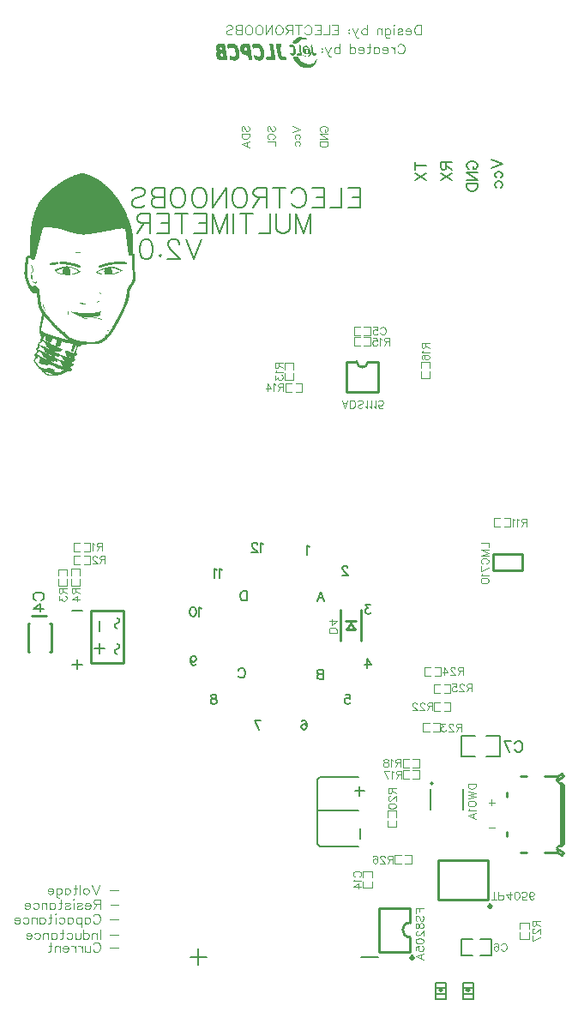
<source format=gbo>
G04 Layer: BottomSilkLayer*
G04 EasyEDA v6.2.46, 2019-12-15T14:12:23+01:00*
G04 62ef9a7e5eba40e79a6bb794ca2fffcb,674c0623d3a246009f606e19fc16e94a,10*
G04 Gerber Generator version 0.2*
G04 Scale: 100 percent, Rotated: No, Reflected: No *
G04 Dimensions in millimeters *
G04 leading zeros omitted , absolute positions ,3 integer and 3 decimal *
%FSLAX33Y33*%
%MOMM*%
G90*
G71D02*

%ADD10C,0.254000*%
%ADD12C,0.299999*%
%ADD50C,0.101600*%
%ADD51C,0.200000*%
%ADD52C,0.203200*%
%ADD56C,0.100000*%
%ADD57C,0.152400*%
%ADD58C,0.199898*%
%ADD59C,0.129032*%
%ADD60C,0.140005*%
%ADD61C,0.119990*%
%ADD62C,0.110007*%

%LPD*%

%LPD*%
G36*
G01X7807Y83425D02*
G01X7758Y83426D01*
G01X7709Y83422D01*
G01X7658Y83414D01*
G01X7602Y83402D01*
G01X7540Y83385D01*
G01X7470Y83365D01*
G01X7389Y83339D01*
G01X7273Y83301D01*
G01X7157Y83260D01*
G01X7042Y83218D01*
G01X6871Y83152D01*
G01X6814Y83129D01*
G01X6758Y83105D01*
G01X6702Y83082D01*
G01X6534Y83007D01*
G01X6479Y82982D01*
G01X6424Y82956D01*
G01X6314Y82902D01*
G01X6260Y82875D01*
G01X6152Y82819D01*
G01X6099Y82790D01*
G01X6045Y82762D01*
G01X5991Y82732D01*
G01X5939Y82702D01*
G01X5886Y82672D01*
G01X5833Y82641D01*
G01X5729Y82579D01*
G01X5677Y82547D01*
G01X5625Y82514D01*
G01X5472Y82415D01*
G01X5421Y82381D01*
G01X5271Y82276D01*
G01X5221Y82240D01*
G01X5123Y82168D01*
G01X5074Y82131D01*
G01X5026Y82093D01*
G01X4977Y82055D01*
G01X4881Y81979D01*
G01X4834Y81940D01*
G01X4740Y81861D01*
G01X4693Y81821D01*
G01X4647Y81780D01*
G01X4600Y81739D01*
G01X4555Y81698D01*
G01X4510Y81656D01*
G01X4464Y81614D01*
G01X4404Y81558D01*
G01X4347Y81503D01*
G01X4292Y81450D01*
G01X4239Y81399D01*
G01X4188Y81349D01*
G01X4139Y81300D01*
G01X4092Y81251D01*
G01X4047Y81205D01*
G01X4003Y81158D01*
G01X3961Y81113D01*
G01X3921Y81068D01*
G01X3882Y81024D01*
G01X3845Y80981D01*
G01X3808Y80937D01*
G01X3773Y80895D01*
G01X3707Y80809D01*
G01X3675Y80766D01*
G01X3644Y80723D01*
G01X3614Y80680D01*
G01X3585Y80637D01*
G01X3557Y80593D01*
G01X3529Y80548D01*
G01X3502Y80503D01*
G01X3448Y80411D01*
G01X3421Y80363D01*
G01X3395Y80314D01*
G01X3370Y80264D01*
G01X3343Y80213D01*
G01X3317Y80160D01*
G01X3291Y80106D01*
G01X3269Y80059D01*
G01X3248Y80013D01*
G01X3227Y79966D01*
G01X3206Y79918D01*
G01X3186Y79871D01*
G01X3166Y79822D01*
G01X3147Y79773D01*
G01X3127Y79724D01*
G01X3108Y79674D01*
G01X3090Y79624D01*
G01X3072Y79573D01*
G01X3055Y79523D01*
G01X3037Y79471D01*
G01X3020Y79419D01*
G01X3004Y79367D01*
G01X2988Y79314D01*
G01X2972Y79260D01*
G01X2957Y79207D01*
G01X2941Y79152D01*
G01X2927Y79097D01*
G01X2912Y79042D01*
G01X2899Y78987D01*
G01X2885Y78930D01*
G01X2872Y78873D01*
G01X2846Y78758D01*
G01X2834Y78700D01*
G01X2822Y78641D01*
G01X2811Y78582D01*
G01X2800Y78522D01*
G01X2789Y78461D01*
G01X2779Y78400D01*
G01X2770Y78339D01*
G01X2760Y78277D01*
G01X2742Y78151D01*
G01X2725Y78023D01*
G01X2717Y77958D01*
G01X2696Y77760D01*
G01X2690Y77693D01*
G01X2684Y77625D01*
G01X2678Y77556D01*
G01X2668Y77418D01*
G01X2659Y77277D01*
G01X2655Y77205D01*
G01X2652Y77133D01*
G01X2648Y77060D01*
G01X2646Y76987D01*
G01X2643Y76913D01*
G01X2639Y76763D01*
G01X2637Y76611D01*
G01X2635Y76455D01*
G01X2630Y75333D01*
G01X2443Y75276D01*
G01X2399Y75261D01*
G01X2359Y75245D01*
G01X2324Y75225D01*
G01X2293Y75202D01*
G01X2265Y75176D01*
G01X2241Y75145D01*
G01X2221Y75109D01*
G01X2204Y75066D01*
G01X2189Y75017D01*
G01X2178Y74961D01*
G01X2168Y74896D01*
G01X2162Y74823D01*
G01X2156Y74741D01*
G01X2153Y74648D01*
G01X2151Y74545D01*
G01X2150Y74430D01*
G01X2150Y74356D01*
G01X2148Y74283D01*
G01X2146Y74211D01*
G01X2143Y74141D01*
G01X2139Y74075D01*
G01X2134Y74012D01*
G01X2129Y73953D01*
G01X2122Y73900D01*
G01X2116Y73853D01*
G01X2109Y73813D01*
G01X2102Y73781D01*
G01X2094Y73758D01*
G01X2084Y73729D01*
G01X2076Y73698D01*
G01X2070Y73663D01*
G01X2067Y73626D01*
G01X2065Y73585D01*
G01X2066Y73542D01*
G01X2068Y73496D01*
G01X2073Y73447D01*
G01X2079Y73396D01*
G01X2088Y73342D01*
G01X2099Y73285D01*
G01X2111Y73226D01*
G01X2126Y73165D01*
G01X2142Y73102D01*
G01X2161Y73036D01*
G01X2181Y72969D01*
G01X2204Y72899D01*
G01X2228Y72828D01*
G01X2254Y72754D01*
G01X2282Y72679D01*
G01X2312Y72602D01*
G01X2343Y72523D01*
G01X2377Y72443D01*
G01X2412Y72361D01*
G01X2454Y72267D01*
G01X2494Y72180D01*
G01X2532Y72100D01*
G01X2569Y72025D01*
G01X2606Y71958D01*
G01X2641Y71897D01*
G01X2675Y71842D01*
G01X2708Y71793D01*
G01X2741Y71749D01*
G01X2773Y71711D01*
G01X2806Y71678D01*
G01X2838Y71650D01*
G01X2871Y71627D01*
G01X2904Y71608D01*
G01X2937Y71594D01*
G01X2971Y71585D01*
G01X3007Y71579D01*
G01X3043Y71577D01*
G01X3081Y71579D01*
G01X3119Y71585D01*
G01X3162Y71592D01*
G01X3198Y71595D01*
G01X3228Y71592D01*
G01X3253Y71580D01*
G01X3275Y71560D01*
G01X3292Y71528D01*
G01X3306Y71483D01*
G01X3319Y71423D01*
G01X3330Y71346D01*
G01X3340Y71251D01*
G01X3351Y71135D01*
G01X3362Y70997D01*
G01X3369Y70923D01*
G01X3377Y70850D01*
G01X3386Y70778D01*
G01X3395Y70708D01*
G01X3407Y70639D01*
G01X3418Y70571D01*
G01X3432Y70505D01*
G01X3445Y70441D01*
G01X3460Y70378D01*
G01X3476Y70317D01*
G01X3492Y70257D01*
G01X3509Y70200D01*
G01X3528Y70144D01*
G01X3547Y70091D01*
G01X3567Y70040D01*
G01X3588Y69991D01*
G01X3609Y69945D01*
G01X3631Y69901D01*
G01X3654Y69859D01*
G01X3677Y69820D01*
G01X3701Y69780D01*
G01X3722Y69741D01*
G01X3740Y69701D01*
G01X3754Y69661D01*
G01X3765Y69618D01*
G01X3773Y69573D01*
G01X3777Y69524D01*
G01X3779Y69470D01*
G01X3776Y69411D01*
G01X3771Y69346D01*
G01X3763Y69274D01*
G01X3751Y69194D01*
G01X3736Y69105D01*
G01X3717Y69007D01*
G01X3695Y68898D01*
G01X3670Y68778D01*
G01X3647Y68669D01*
G01X3627Y68567D01*
G01X3609Y68470D01*
G01X3594Y68380D01*
G01X3580Y68294D01*
G01X3569Y68213D01*
G01X3561Y68137D01*
G01X3554Y68066D01*
G01X3550Y67998D01*
G01X3548Y67935D01*
G01X3548Y67875D01*
G01X3551Y67819D01*
G01X3556Y67765D01*
G01X3563Y67715D01*
G01X3573Y67667D01*
G01X3584Y67622D01*
G01X3599Y67578D01*
G01X3615Y67536D01*
G01X3634Y67496D01*
G01X3655Y67457D01*
G01X3712Y67346D01*
G01X3737Y67270D01*
G01X3732Y67212D01*
G01X3697Y67156D01*
G01X3670Y67109D01*
G01X3653Y67050D01*
G01X3646Y66986D01*
G01X3652Y66926D01*
G01X3660Y66858D01*
G01X3648Y66808D01*
G01X3612Y66770D01*
G01X3550Y66739D01*
G01X3485Y66704D01*
G01X3442Y66651D01*
G01X3416Y66573D01*
G01X3402Y66458D01*
G01X3387Y66360D01*
G01X3363Y66275D01*
G01X3330Y66209D01*
G01X3291Y66167D01*
G01X3245Y66130D01*
G01X3227Y66090D01*
G01X3236Y66037D01*
G01X3271Y65958D01*
G01X3307Y65876D01*
G01X3309Y65817D01*
G01X3271Y65764D01*
G01X3185Y65696D01*
G01X3100Y65629D01*
G01X3061Y65573D01*
G01X3061Y65510D01*
G01X3094Y65417D01*
G01X3126Y65328D01*
G01X3131Y65260D01*
G01X3107Y65199D01*
G01X3054Y65128D01*
G01X3006Y65063D01*
G01X2981Y65005D01*
G01X2977Y64947D01*
G01X2994Y64886D01*
G01X3009Y64854D01*
G01X3028Y64818D01*
G01X3051Y64779D01*
G01X3078Y64737D01*
G01X3108Y64692D01*
G01X3142Y64645D01*
G01X3179Y64595D01*
G01X3219Y64543D01*
G01X3261Y64490D01*
G01X3307Y64435D01*
G01X3354Y64379D01*
G01X3403Y64322D01*
G01X3454Y64264D01*
G01X3507Y64206D01*
G01X3561Y64148D01*
G01X3615Y64091D01*
G01X3671Y64033D01*
G01X3785Y63921D01*
G01X3842Y63866D01*
G01X3894Y63818D01*
G01X3944Y63773D01*
G01X3992Y63731D01*
G01X4038Y63692D01*
G01X4082Y63656D01*
G01X4126Y63623D01*
G01X4169Y63593D01*
G01X4211Y63566D01*
G01X4252Y63541D01*
G01X4295Y63519D01*
G01X4337Y63499D01*
G01X4380Y63482D01*
G01X4424Y63468D01*
G01X4469Y63455D01*
G01X4516Y63445D01*
G01X4564Y63437D01*
G01X4615Y63432D01*
G01X4668Y63428D01*
G01X4723Y63426D01*
G01X4782Y63427D01*
G01X4844Y63429D01*
G01X4909Y63433D01*
G01X4978Y63438D01*
G01X5052Y63445D01*
G01X5130Y63454D01*
G01X5212Y63464D01*
G01X5300Y63476D01*
G01X5393Y63489D01*
G01X5462Y63500D01*
G01X5532Y63515D01*
G01X5603Y63533D01*
G01X5672Y63554D01*
G01X5740Y63576D01*
G01X5804Y63600D01*
G01X5865Y63626D01*
G01X5921Y63653D01*
G01X5971Y63680D01*
G01X6013Y63706D01*
G01X6048Y63733D01*
G01X6073Y63759D01*
G01X6115Y63789D01*
G01X6185Y63817D01*
G01X6274Y63838D01*
G01X6372Y63850D01*
G01X6457Y63859D01*
G01X6534Y63875D01*
G01X6602Y63895D01*
G01X6660Y63919D01*
G01X6708Y63948D01*
G01X6744Y63979D01*
G01X6769Y64011D01*
G01X6780Y64045D01*
G01X6778Y64079D01*
G01X6761Y64112D01*
G01X6729Y64145D01*
G01X6682Y64175D01*
G01X6647Y64198D01*
G01X6628Y64224D01*
G01X6623Y64252D01*
G01X6633Y64282D01*
G01X6657Y64311D01*
G01X6695Y64339D01*
G01X6745Y64367D01*
G01X6808Y64392D01*
G01X6860Y64416D01*
G01X6899Y64444D01*
G01X6925Y64476D01*
G01X6938Y64510D01*
G01X6939Y64544D01*
G01X6925Y64578D01*
G01X6898Y64609D01*
G01X6856Y64637D01*
G01X6821Y64661D01*
G01X6802Y64692D01*
G01X6798Y64726D01*
G01X6808Y64763D01*
G01X6831Y64799D01*
G01X6867Y64835D01*
G01X6915Y64869D01*
G01X6975Y64899D01*
G01X7066Y64947D01*
G01X7105Y64996D01*
G01X7095Y65049D01*
G01X7034Y65109D01*
G01X7001Y65143D01*
G01X6982Y65182D01*
G01X6978Y65224D01*
G01X6988Y65268D01*
G01X7009Y65310D01*
G01X7044Y65350D01*
G01X7089Y65386D01*
G01X7146Y65415D01*
G01X7195Y65440D01*
G01X7233Y65468D01*
G01X7260Y65498D01*
G01X7275Y65530D01*
G01X7278Y65563D01*
G01X7269Y65598D01*
G01X7249Y65633D01*
G01X7216Y65669D01*
G01X7200Y65688D01*
G01X7189Y65713D01*
G01X7185Y65744D01*
G01X7186Y65783D01*
G01X7193Y65831D01*
G01X7207Y65889D01*
G01X7227Y65958D01*
G01X7253Y66041D01*
G01X7282Y66125D01*
G01X7309Y66193D01*
G01X7333Y66247D01*
G01X7358Y66289D01*
G01X7383Y66319D01*
G01X7409Y66338D01*
G01X7438Y66349D01*
G01X7470Y66352D01*
G01X7522Y66359D01*
G01X7582Y66379D01*
G01X7641Y66407D01*
G01X7692Y66442D01*
G01X7716Y66460D01*
G01X7743Y66476D01*
G01X7776Y66489D01*
G01X7815Y66499D01*
G01X7861Y66509D01*
G01X7917Y66516D01*
G01X7984Y66522D01*
G01X8065Y66526D01*
G01X8158Y66530D01*
G01X8269Y66532D01*
G01X8396Y66533D01*
G01X8543Y66534D01*
G01X8658Y66534D01*
G01X8763Y66535D01*
G01X8856Y66536D01*
G01X8941Y66538D01*
G01X9017Y66541D01*
G01X9085Y66545D01*
G01X9146Y66549D01*
G01X9201Y66554D01*
G01X9252Y66561D01*
G01X9299Y66570D01*
G01X9342Y66579D01*
G01X9384Y66590D01*
G01X9424Y66602D01*
G01X9464Y66616D01*
G01X9505Y66633D01*
G01X9547Y66650D01*
G01X9639Y66692D01*
G01X9727Y66736D01*
G01X9769Y66759D01*
G01X9812Y66782D01*
G01X9853Y66806D01*
G01X9893Y66831D01*
G01X9933Y66857D01*
G01X9972Y66883D01*
G01X10011Y66910D01*
G01X10049Y66939D01*
G01X10087Y66969D01*
G01X10124Y66999D01*
G01X10161Y67031D01*
G01X10235Y67099D01*
G01X10271Y67135D01*
G01X10308Y67173D01*
G01X10344Y67212D01*
G01X10380Y67253D01*
G01X10417Y67295D01*
G01X10454Y67339D01*
G01X10490Y67385D01*
G01X10527Y67433D01*
G01X10565Y67483D01*
G01X10602Y67535D01*
G01X10641Y67589D01*
G01X10679Y67645D01*
G01X10718Y67703D01*
G01X10758Y67764D01*
G01X10799Y67827D01*
G01X10840Y67892D01*
G01X10881Y67960D01*
G01X10924Y68031D01*
G01X10968Y68103D01*
G01X11012Y68179D01*
G01X11057Y68258D01*
G01X11103Y68339D01*
G01X11151Y68423D01*
G01X11199Y68510D01*
G01X11250Y68600D01*
G01X11300Y68693D01*
G01X11353Y68790D01*
G01X11401Y68877D01*
G01X11447Y68964D01*
G01X11492Y69048D01*
G01X11536Y69131D01*
G01X11579Y69213D01*
G01X11620Y69292D01*
G01X11661Y69370D01*
G01X11700Y69447D01*
G01X11738Y69522D01*
G01X11775Y69595D01*
G01X11846Y69737D01*
G01X11880Y69807D01*
G01X11912Y69875D01*
G01X11944Y69941D01*
G01X11975Y70006D01*
G01X12004Y70070D01*
G01X12032Y70132D01*
G01X12060Y70193D01*
G01X12086Y70254D01*
G01X12112Y70312D01*
G01X12136Y70370D01*
G01X12159Y70427D01*
G01X12182Y70482D01*
G01X12204Y70537D01*
G01X12225Y70590D01*
G01X12244Y70643D01*
G01X12263Y70695D01*
G01X12280Y70745D01*
G01X12298Y70795D01*
G01X12314Y70844D01*
G01X12329Y70892D01*
G01X12357Y70986D01*
G01X12370Y71032D01*
G01X12381Y71077D01*
G01X12393Y71121D01*
G01X12403Y71165D01*
G01X12421Y71251D01*
G01X12436Y71334D01*
G01X12448Y71416D01*
G01X12453Y71455D01*
G01X12458Y71496D01*
G01X12464Y71574D01*
G01X12466Y71612D01*
G01X12468Y71651D01*
G01X12469Y71689D01*
G01X12469Y71727D01*
G01X12471Y71786D01*
G01X12479Y71843D01*
G01X12492Y71898D01*
G01X12512Y71954D01*
G01X12538Y72012D01*
G01X12571Y72072D01*
G01X12613Y72136D01*
G01X12663Y72206D01*
G01X12691Y72245D01*
G01X12719Y72288D01*
G01X12748Y72334D01*
G01X12777Y72383D01*
G01X12807Y72434D01*
G01X12835Y72487D01*
G01X12863Y72541D01*
G01X12889Y72594D01*
G01X12914Y72647D01*
G01X12937Y72699D01*
G01X12958Y72748D01*
G01X12975Y72794D01*
G01X13000Y72863D01*
G01X13020Y72924D01*
G01X13036Y72978D01*
G01X13048Y73028D01*
G01X13058Y73074D01*
G01X13063Y73119D01*
G01X13065Y73164D01*
G01X13063Y73210D01*
G01X13059Y73259D01*
G01X13051Y73313D01*
G01X13040Y73372D01*
G01X13027Y73439D01*
G01X13020Y73476D01*
G01X13013Y73521D01*
G01X13007Y73571D01*
G01X13002Y73628D01*
G01X12996Y73690D01*
G01X12991Y73758D01*
G01X12986Y73829D01*
G01X12982Y73905D01*
G01X12978Y73984D01*
G01X12975Y74066D01*
G01X12972Y74149D01*
G01X12970Y74234D01*
G01X12968Y74320D01*
G01X12967Y74406D01*
G01X12967Y74577D01*
G01X12968Y74717D01*
G01X12969Y74840D01*
G01X12969Y75042D01*
G01X12967Y75123D01*
G01X12965Y75191D01*
G01X12961Y75250D01*
G01X12956Y75299D01*
G01X12948Y75339D01*
G01X12940Y75373D01*
G01X12930Y75401D01*
G01X12917Y75425D01*
G01X12902Y75446D01*
G01X12885Y75465D01*
G01X12865Y75483D01*
G01X12843Y75502D01*
G01X12774Y75565D01*
G01X12742Y75626D01*
G01X12740Y75704D01*
G01X12765Y75819D01*
G01X12770Y75845D01*
G01X12775Y75878D01*
G01X12779Y75917D01*
G01X12783Y75962D01*
G01X12786Y76013D01*
G01X12789Y76070D01*
G01X12792Y76131D01*
G01X12794Y76196D01*
G01X12796Y76264D01*
G01X12797Y76336D01*
G01X12798Y76410D01*
G01X12798Y76487D01*
G01X12797Y76565D01*
G01X12796Y76644D01*
G01X12794Y76724D01*
G01X12791Y76804D01*
G01X12788Y76899D01*
G01X12784Y76988D01*
G01X12781Y77071D01*
G01X12776Y77149D01*
G01X12772Y77223D01*
G01X12767Y77293D01*
G01X12760Y77360D01*
G01X12754Y77424D01*
G01X12747Y77485D01*
G01X12738Y77545D01*
G01X12729Y77604D01*
G01X12719Y77663D01*
G01X12708Y77721D01*
G01X12695Y77780D01*
G01X12682Y77840D01*
G01X12666Y77902D01*
G01X12650Y77965D01*
G01X12632Y78032D01*
G01X12613Y78101D01*
G01X12591Y78175D01*
G01X12551Y78309D01*
G01X12509Y78443D01*
G01X12488Y78509D01*
G01X12466Y78575D01*
G01X12444Y78640D01*
G01X12375Y78835D01*
G01X12352Y78899D01*
G01X12327Y78963D01*
G01X12303Y79026D01*
G01X12228Y79215D01*
G01X12202Y79277D01*
G01X12149Y79400D01*
G01X12122Y79462D01*
G01X12095Y79522D01*
G01X11983Y79762D01*
G01X11954Y79821D01*
G01X11895Y79938D01*
G01X11865Y79995D01*
G01X11834Y80053D01*
G01X11804Y80110D01*
G01X11773Y80167D01*
G01X11741Y80223D01*
G01X11710Y80279D01*
G01X11646Y80390D01*
G01X11613Y80445D01*
G01X11547Y80553D01*
G01X11514Y80606D01*
G01X11446Y80712D01*
G01X11411Y80765D01*
G01X11376Y80817D01*
G01X11306Y80920D01*
G01X11270Y80970D01*
G01X11234Y81021D01*
G01X11198Y81070D01*
G01X11125Y81169D01*
G01X11088Y81218D01*
G01X11012Y81314D01*
G01X10936Y81408D01*
G01X10859Y81501D01*
G01X10819Y81546D01*
G01X10780Y81592D01*
G01X10740Y81636D01*
G01X10700Y81681D01*
G01X10659Y81724D01*
G01X10578Y81811D01*
G01X10496Y81895D01*
G01X10454Y81937D01*
G01X10412Y81978D01*
G01X10328Y82058D01*
G01X10242Y82138D01*
G01X10199Y82176D01*
G01X10111Y82253D01*
G01X10068Y82290D01*
G01X10023Y82327D01*
G01X9934Y82399D01*
G01X9889Y82434D01*
G01X9798Y82503D01*
G01X9753Y82538D01*
G01X9661Y82604D01*
G01X9614Y82636D01*
G01X9568Y82668D01*
G01X9520Y82700D01*
G01X9474Y82730D01*
G01X9426Y82761D01*
G01X9379Y82790D01*
G01X9331Y82820D01*
G01X9283Y82849D01*
G01X9186Y82905D01*
G01X9137Y82932D01*
G01X9089Y82959D01*
G01X9039Y82985D01*
G01X8941Y83036D01*
G01X8841Y83085D01*
G01X8791Y83108D01*
G01X8733Y83134D01*
G01X8673Y83161D01*
G01X8612Y83187D01*
G01X8550Y83213D01*
G01X8488Y83237D01*
G01X8427Y83261D01*
G01X8368Y83283D01*
G01X8311Y83304D01*
G01X8259Y83322D01*
G01X8209Y83339D01*
G01X8166Y83352D01*
G01X8128Y83363D01*
G01X8046Y83383D01*
G01X7976Y83400D01*
G01X7914Y83412D01*
G01X7858Y83421D01*
G01X7807Y83425D01*
G37*

%LPC*%
G36*
G01X4109Y63813D02*
G01X4092Y63813D01*
G01X4083Y63807D01*
G01X4083Y63797D01*
G01X4088Y63784D01*
G01X4100Y63766D01*
G01X4123Y63740D01*
G01X4160Y63713D01*
G01X4208Y63685D01*
G01X4265Y63657D01*
G01X4329Y63630D01*
G01X4398Y63604D01*
G01X4469Y63580D01*
G01X4542Y63559D01*
G01X4614Y63541D01*
G01X4682Y63528D01*
G01X4745Y63520D01*
G01X4801Y63517D01*
G01X4856Y63518D01*
G01X4892Y63523D01*
G01X4905Y63530D01*
G01X4894Y63543D01*
G01X4857Y63562D01*
G01X4793Y63588D01*
G01X4700Y63623D01*
G01X4575Y63666D01*
G01X4463Y63705D01*
G01X4369Y63738D01*
G01X4290Y63764D01*
G01X4226Y63785D01*
G01X4175Y63799D01*
G01X4137Y63809D01*
G01X4109Y63813D01*
G37*
G36*
G01X3450Y65317D02*
G01X3412Y65318D01*
G01X3382Y65304D01*
G01X3360Y65274D01*
G01X3346Y65227D01*
G01X3337Y65165D01*
G01X3335Y65084D01*
G01X3330Y64989D01*
G01X3319Y64922D01*
G01X3302Y64884D01*
G01X3278Y64881D01*
G01X3256Y64901D01*
G01X3239Y64934D01*
G01X3226Y64973D01*
G01X3222Y65016D01*
G01X3218Y65054D01*
G01X3205Y65080D01*
G01X3187Y65092D01*
G01X3165Y65087D01*
G01X3143Y65071D01*
G01X3126Y65052D01*
G01X3117Y65029D01*
G01X3113Y65002D01*
G01X3117Y64971D01*
G01X3127Y64936D01*
G01X3145Y64895D01*
G01X3169Y64848D01*
G01X3201Y64796D01*
G01X3241Y64737D01*
G01X3288Y64672D01*
G01X3343Y64599D01*
G01X3391Y64537D01*
G01X3435Y64483D01*
G01X3476Y64436D01*
G01X3516Y64395D01*
G01X3554Y64360D01*
G01X3594Y64329D01*
G01X3636Y64301D01*
G01X3681Y64275D01*
G01X3730Y64252D01*
G01X3785Y64229D01*
G01X3847Y64206D01*
G01X3916Y64182D01*
G01X4023Y64147D01*
G01X4106Y64121D01*
G01X4170Y64106D01*
G01X4217Y64099D01*
G01X4252Y64101D01*
G01X4280Y64111D01*
G01X4304Y64130D01*
G01X4328Y64158D01*
G01X4352Y64185D01*
G01X4374Y64205D01*
G01X4400Y64216D01*
G01X4432Y64220D01*
G01X4474Y64216D01*
G01X4530Y64204D01*
G01X4604Y64184D01*
G01X4699Y64157D01*
G01X4828Y64118D01*
G01X4925Y64087D01*
G01X4993Y64062D01*
G01X5036Y64040D01*
G01X5057Y64020D01*
G01X5060Y64000D01*
G01X5047Y63977D01*
G01X5023Y63948D01*
G01X4997Y63911D01*
G01X4998Y63881D01*
G01X5028Y63856D01*
G01X5091Y63830D01*
G01X5200Y63794D01*
G01X5297Y63768D01*
G01X5382Y63750D01*
G01X5453Y63742D01*
G01X5512Y63742D01*
G01X5558Y63751D01*
G01X5591Y63769D01*
G01X5610Y63796D01*
G01X5638Y63834D01*
G01X5689Y63876D01*
G01X5755Y63917D01*
G01X5829Y63952D01*
G01X5911Y63987D01*
G01X5948Y64010D01*
G01X5943Y64022D01*
G01X5896Y64027D01*
G01X5843Y64031D01*
G01X5780Y64041D01*
G01X5709Y64056D01*
G01X5634Y64075D01*
G01X5555Y64098D01*
G01X5476Y64124D01*
G01X5398Y64151D01*
G01X5324Y64180D01*
G01X5255Y64210D01*
G01X5194Y64240D01*
G01X5144Y64269D01*
G01X5105Y64296D01*
G01X5075Y64318D01*
G01X5036Y64342D01*
G01X4989Y64369D01*
G01X4935Y64396D01*
G01X4878Y64423D01*
G01X4818Y64449D01*
G01X4756Y64474D01*
G01X4696Y64496D01*
G01X4542Y64547D01*
G01X4454Y64566D01*
G01X4415Y64555D01*
G01X4406Y64514D01*
G01X4400Y64479D01*
G01X4383Y64459D01*
G01X4352Y64455D01*
G01X4307Y64466D01*
G01X4248Y64483D01*
G01X4158Y64505D01*
G01X4052Y64527D01*
G01X3940Y64548D01*
G01X3854Y64564D01*
G01X3777Y64580D01*
G01X3709Y64597D01*
G01X3650Y64615D01*
G01X3599Y64633D01*
G01X3557Y64652D01*
G01X3523Y64671D01*
G01X3499Y64690D01*
G01X3484Y64709D01*
G01X3478Y64729D01*
G01X3482Y64748D01*
G01X3495Y64768D01*
G01X3531Y64821D01*
G01X3560Y64889D01*
G01X3581Y64966D01*
G01X3595Y65046D01*
G01X3600Y65122D01*
G01X3595Y65189D01*
G01X3580Y65242D01*
G01X3553Y65273D01*
G01X3497Y65302D01*
G01X3450Y65317D01*
G37*
G36*
G01X5413Y64938D02*
G01X5348Y64951D01*
G01X5317Y64932D01*
G01X5308Y64881D01*
G01X5301Y64828D01*
G01X5276Y64808D01*
G01X5221Y64819D01*
G01X5128Y64861D01*
G01X5071Y64884D01*
G01X5028Y64891D01*
G01X4996Y64881D01*
G01X4970Y64855D01*
G01X4944Y64828D01*
G01X4910Y64818D01*
G01X4865Y64828D01*
G01X4803Y64854D01*
G01X4753Y64876D01*
G01X4709Y64891D01*
G01X4675Y64898D01*
G01X4656Y64895D01*
G01X4657Y64889D01*
G01X4669Y64877D01*
G01X4690Y64862D01*
G01X4720Y64843D01*
G01X4758Y64821D01*
G01X4803Y64797D01*
G01X4853Y64770D01*
G01X4909Y64741D01*
G01X4969Y64711D01*
G01X5032Y64680D01*
G01X5097Y64648D01*
G01X5230Y64586D01*
G01X5297Y64556D01*
G01X5362Y64528D01*
G01X5424Y64501D01*
G01X5539Y64455D01*
G01X5589Y64436D01*
G01X5632Y64421D01*
G01X5758Y64383D01*
G01X5822Y64372D01*
G01X5842Y64393D01*
G01X5831Y64445D01*
G01X5814Y64487D01*
G01X5789Y64531D01*
G01X5758Y64571D01*
G01X5725Y64602D01*
G01X5695Y64632D01*
G01X5670Y64670D01*
G01X5653Y64711D01*
G01X5646Y64750D01*
G01X5636Y64790D01*
G01X5609Y64830D01*
G01X5569Y64867D01*
G01X5519Y64895D01*
G01X5413Y64938D01*
G37*
G36*
G01X5635Y65394D02*
G01X5526Y65417D01*
G01X5509Y65413D01*
G01X5490Y65398D01*
G01X5472Y65374D01*
G01X5456Y65343D01*
G01X5435Y65307D01*
G01X5407Y65291D01*
G01X5368Y65295D01*
G01X5313Y65317D01*
G01X5213Y65358D01*
G01X5140Y65368D01*
G01X5097Y65347D01*
G01X5083Y65295D01*
G01X5090Y65272D01*
G01X5110Y65245D01*
G01X5144Y65215D01*
G01X5188Y65183D01*
G01X5241Y65150D01*
G01X5304Y65115D01*
G01X5373Y65080D01*
G01X5449Y65045D01*
G01X5530Y65011D01*
G01X5613Y64978D01*
G01X5700Y64949D01*
G01X5788Y64922D01*
G01X5943Y64877D01*
G01X6017Y64861D01*
G01X6040Y64872D01*
G01X6041Y64907D01*
G01X6030Y64936D01*
G01X6000Y64976D01*
G01X5955Y65024D01*
G01X5900Y65071D01*
G01X5846Y65122D01*
G01X5801Y65177D01*
G01X5770Y65229D01*
G01X5759Y65274D01*
G01X5747Y65324D01*
G01X5707Y65364D01*
G01X5635Y65394D01*
G37*
G36*
G01X3544Y65841D02*
G01X3493Y65855D01*
G01X3462Y65837D01*
G01X3437Y65785D01*
G01X3414Y65745D01*
G01X3382Y65703D01*
G01X3344Y65668D01*
G01X3304Y65641D01*
G01X3282Y65626D01*
G01X3276Y65608D01*
G01X3286Y65586D01*
G01X3315Y65559D01*
G01X3364Y65525D01*
G01X3436Y65484D01*
G01X3532Y65433D01*
G01X3653Y65371D01*
G01X3714Y65340D01*
G01X3775Y65310D01*
G01X3835Y65279D01*
G01X3893Y65249D01*
G01X3950Y65220D01*
G01X4003Y65192D01*
G01X4053Y65166D01*
G01X4098Y65142D01*
G01X4139Y65120D01*
G01X4173Y65101D01*
G01X4202Y65086D01*
G01X4223Y65073D01*
G01X4272Y65047D01*
G01X4312Y65028D01*
G01X4340Y65021D01*
G01X4350Y65025D01*
G01X4330Y65047D01*
G01X4277Y65086D01*
G01X4198Y65137D01*
G01X4102Y65195D01*
G01X4008Y65256D01*
G01X3934Y65315D01*
G01X3889Y65366D01*
G01X3880Y65402D01*
G01X3886Y65429D01*
G01X3881Y65456D01*
G01X3867Y65480D01*
G01X3846Y65498D01*
G01X3823Y65518D01*
G01X3803Y65548D01*
G01X3791Y65584D01*
G01X3786Y65621D01*
G01X3773Y65661D01*
G01X3740Y65708D01*
G01X3691Y65754D01*
G01X3631Y65795D01*
G01X3544Y65841D01*
G37*
G36*
G01X6631Y65315D02*
G01X6612Y65319D01*
G01X6587Y65315D01*
G01X6562Y65305D01*
G01X6538Y65288D01*
G01X6521Y65268D01*
G01X6512Y65248D01*
G01X6513Y65231D01*
G01X6523Y65220D01*
G01X6542Y65216D01*
G01X6567Y65220D01*
G01X6592Y65231D01*
G01X6615Y65248D01*
G01X6633Y65268D01*
G01X6642Y65288D01*
G01X6641Y65305D01*
G01X6631Y65315D01*
G37*
G36*
G01X6278Y66690D02*
G01X5788Y66801D01*
G01X5684Y66525D01*
G01X5653Y66442D01*
G01X5626Y66378D01*
G01X5602Y66332D01*
G01X5579Y66302D01*
G01X5557Y66287D01*
G01X5532Y66283D01*
G01X5503Y66290D01*
G01X5468Y66305D01*
G01X5422Y66324D01*
G01X5380Y66337D01*
G01X5347Y66340D01*
G01X5327Y66335D01*
G01X5340Y66314D01*
G01X5392Y66274D01*
G01X5477Y66223D01*
G01X5586Y66163D01*
G01X5689Y66109D01*
G01X5767Y66063D01*
G01X5823Y66024D01*
G01X5855Y65992D01*
G01X5865Y65969D01*
G01X5852Y65952D01*
G01X5817Y65942D01*
G01X5759Y65939D01*
G01X5715Y65933D01*
G01X5679Y65916D01*
G01X5655Y65892D01*
G01X5646Y65861D01*
G01X5629Y65810D01*
G01X5581Y65788D01*
G01X5510Y65795D01*
G01X5422Y65834D01*
G01X5384Y65851D01*
G01X5350Y65855D01*
G01X5322Y65845D01*
G01X5299Y65823D01*
G01X5274Y65798D01*
G01X5236Y65790D01*
G01X5185Y65799D01*
G01X5115Y65825D01*
G01X5059Y65846D01*
G01X5012Y65859D01*
G01X4981Y65864D01*
G01X4970Y65858D01*
G01X4975Y65851D01*
G01X4992Y65840D01*
G01X5019Y65825D01*
G01X5054Y65806D01*
G01X5098Y65784D01*
G01X5149Y65759D01*
G01X5206Y65732D01*
G01X5268Y65703D01*
G01X5336Y65673D01*
G01X5407Y65641D01*
G01X5480Y65609D01*
G01X5555Y65576D01*
G01X5707Y65511D01*
G01X5783Y65480D01*
G01X5856Y65450D01*
G01X5926Y65421D01*
G01X5993Y65395D01*
G01X6055Y65370D01*
G01X6112Y65348D01*
G01X6163Y65330D01*
G01X6206Y65315D01*
G01X6241Y65304D01*
G01X6267Y65298D01*
G01X6315Y65289D01*
G01X6344Y65286D01*
G01X6351Y65290D01*
G01X6334Y65300D01*
G01X6300Y65322D01*
G01X6264Y65362D01*
G01X6229Y65411D01*
G01X6201Y65467D01*
G01X6179Y65526D01*
G01X6160Y65598D01*
G01X6144Y65676D01*
G01X6131Y65754D01*
G01X6123Y65825D01*
G01X6121Y65884D01*
G01X6125Y65924D01*
G01X6136Y65939D01*
G01X6171Y65929D01*
G01X6249Y65901D01*
G01X6361Y65860D01*
G01X6492Y65810D01*
G01X6561Y65784D01*
G01X6628Y65760D01*
G01X6692Y65738D01*
G01X6750Y65719D01*
G01X6802Y65703D01*
G01X6846Y65691D01*
G01X6879Y65684D01*
G01X6901Y65681D01*
G01X6918Y65689D01*
G01X6941Y65711D01*
G01X6967Y65747D01*
G01X6996Y65794D01*
G01X7026Y65851D01*
G01X7058Y65917D01*
G01X7090Y65990D01*
G01X7121Y66068D01*
G01X7153Y66154D01*
G01X7179Y66230D01*
G01X7199Y66294D01*
G01X7214Y66348D01*
G01X7222Y66390D01*
G01X7225Y66422D01*
G01X7222Y66444D01*
G01X7214Y66454D01*
G01X7199Y66453D01*
G01X7179Y66442D01*
G01X7153Y66420D01*
G01X7121Y66387D01*
G01X7091Y66338D01*
G01X7054Y66257D01*
G01X7015Y66152D01*
G01X6980Y66039D01*
G01X6957Y65961D01*
G01X6936Y65900D01*
G01X6915Y65852D01*
G01X6895Y65817D01*
G01X6874Y65793D01*
G01X6851Y65779D01*
G01X6824Y65774D01*
G01X6795Y65776D01*
G01X6736Y65788D01*
G01X6692Y65805D01*
G01X6663Y65830D01*
G01X6650Y65866D01*
G01X6650Y65916D01*
G01X6665Y65983D01*
G01X6693Y66070D01*
G01X6734Y66181D01*
G01X6757Y66246D01*
G01X6778Y66308D01*
G01X6795Y66366D01*
G01X6808Y66418D01*
G01X6816Y66463D01*
G01X6820Y66500D01*
G01X6819Y66526D01*
G01X6813Y66541D01*
G01X6794Y66551D01*
G01X6757Y66564D01*
G01X6704Y66582D01*
G01X6638Y66601D01*
G01X6559Y66622D01*
G01X6472Y66645D01*
G01X6377Y66668D01*
G01X6278Y66690D01*
G37*
G36*
G01X4507Y65566D02*
G01X4477Y65577D01*
G01X4471Y65576D01*
G01X4466Y65571D01*
G01X4463Y65565D01*
G01X4462Y65557D01*
G01X4479Y65539D01*
G01X4524Y65508D01*
G01X4589Y65469D01*
G01X4664Y65428D01*
G01X4742Y65387D01*
G01X4813Y65353D01*
G01X4870Y65330D01*
G01X4903Y65321D01*
G01X4896Y65333D01*
G01X4855Y65362D01*
G01X4792Y65403D01*
G01X4716Y65449D01*
G01X4637Y65497D01*
G01X4563Y65537D01*
G01X4507Y65566D01*
G37*
G36*
G01X3543Y66504D02*
G01X3532Y66508D01*
G01X3543Y66498D01*
G01X3545Y66395D01*
G01X3546Y66284D01*
G01X3536Y66204D01*
G01X3512Y66153D01*
G01X3475Y66127D01*
G01X3411Y66088D01*
G01X3394Y66043D01*
G01X3422Y66006D01*
G01X3493Y65990D01*
G01X3519Y65987D01*
G01X3554Y65978D01*
G01X3597Y65964D01*
G01X3645Y65944D01*
G01X3699Y65920D01*
G01X3755Y65893D01*
G01X3813Y65863D01*
G01X3870Y65831D01*
G01X3944Y65789D01*
G01X4015Y65750D01*
G01X4082Y65715D01*
G01X4146Y65684D01*
G01X4204Y65657D01*
G01X4256Y65635D01*
G01X4301Y65618D01*
G01X4337Y65606D01*
G01X4365Y65601D01*
G01X4382Y65601D01*
G01X4388Y65608D01*
G01X4382Y65623D01*
G01X4358Y65645D01*
G01X4313Y65672D01*
G01X4254Y65702D01*
G01X4188Y65730D01*
G01X4113Y65764D01*
G01X4067Y65800D01*
G01X4048Y65842D01*
G01X4052Y65891D01*
G01X4058Y65930D01*
G01X4054Y65961D01*
G01X4040Y65983D01*
G01X4018Y65990D01*
G01X3993Y65998D01*
G01X3974Y66015D01*
G01X3960Y66043D01*
G01X3955Y66075D01*
G01X3938Y66122D01*
G01X3893Y66187D01*
G01X3826Y66260D01*
G01X3743Y66334D01*
G01X3543Y66498D01*
G01X3543Y66504D01*
G37*
G36*
G01X3892Y66857D02*
G01X3839Y66874D01*
G01X3812Y66862D01*
G01X3798Y66819D01*
G01X3782Y66783D01*
G01X3750Y66746D01*
G01X3706Y66712D01*
G01X3657Y66685D01*
G01X3593Y66651D01*
G01X3557Y66601D01*
G01X3543Y66521D01*
G01X3543Y66504D01*
G01X3786Y66421D01*
G01X3839Y66402D01*
G01X3895Y66381D01*
G01X3952Y66358D01*
G01X4007Y66334D01*
G01X4058Y66311D01*
G01X4106Y66288D01*
G01X4147Y66267D01*
G01X4180Y66247D01*
G01X4252Y66204D01*
G01X4323Y66165D01*
G01X4389Y66129D01*
G01X4450Y66100D01*
G01X4501Y66077D01*
G01X4541Y66062D01*
G01X4566Y66057D01*
G01X4575Y66062D01*
G01X4560Y66080D01*
G01X4517Y66111D01*
G01X4454Y66152D01*
G01X4377Y66197D01*
G01X4303Y66244D01*
G01X4247Y66291D01*
G01X4216Y66331D01*
G01X4213Y66359D01*
G01X4221Y66384D01*
G01X4218Y66415D01*
G01X4204Y66448D01*
G01X4182Y66480D01*
G01X4158Y66514D01*
G01X4141Y66554D01*
G01X4133Y66595D01*
G01X4135Y66632D01*
G01X4129Y66671D01*
G01X4099Y66717D01*
G01X4048Y66765D01*
G01X3983Y66808D01*
G01X3892Y66857D01*
G37*
G36*
G01X4149Y67373D02*
G01X4115Y67373D01*
G01X4082Y67351D01*
G01X4048Y67309D01*
G01X4016Y67252D01*
G01X3990Y67187D01*
G01X3963Y67123D01*
G01X3930Y67071D01*
G01X3893Y67036D01*
G01X3858Y67023D01*
G01X3854Y67020D01*
G01X3862Y67012D01*
G01X3882Y66997D01*
G01X3913Y66978D01*
G01X3954Y66956D01*
G01X4005Y66928D01*
G01X4065Y66897D01*
G01X4133Y66863D01*
G01X4209Y66826D01*
G01X4291Y66786D01*
G01X4379Y66744D01*
G01X4472Y66700D01*
G01X4621Y66632D01*
G01X4750Y66571D01*
G01X4862Y66520D01*
G01X4957Y66476D01*
G01X5035Y66441D01*
G01X5100Y66412D01*
G01X5151Y66390D01*
G01X5190Y66374D01*
G01X5218Y66364D01*
G01X5236Y66359D01*
G01X5246Y66360D01*
G01X5248Y66364D01*
G01X5244Y66373D01*
G01X5234Y66386D01*
G01X5220Y66401D01*
G01X5203Y66420D01*
G01X5180Y66450D01*
G01X5164Y66482D01*
G01X5157Y66518D01*
G01X5160Y66561D01*
G01X5173Y66615D01*
G01X5197Y66683D01*
G01X5231Y66769D01*
G01X5278Y66875D01*
G01X5286Y66918D01*
G01X5267Y66953D01*
G01X5217Y66985D01*
G01X5134Y67017D01*
G01X5041Y67045D01*
G01X4968Y67062D01*
G01X4911Y67068D01*
G01X4867Y67062D01*
G01X4835Y67042D01*
G01X4810Y67008D01*
G01X4792Y66959D01*
G01X4776Y66894D01*
G01X4765Y66845D01*
G01X4751Y66805D01*
G01X4735Y66772D01*
G01X4716Y66747D01*
G01X4692Y66731D01*
G01X4663Y66721D01*
G01X4628Y66720D01*
G01X4587Y66726D01*
G01X4539Y66739D01*
G01X4482Y66759D01*
G01X4417Y66786D01*
G01X4341Y66820D01*
G01X4266Y66856D01*
G01X4210Y66886D01*
G01X4171Y66913D01*
G01X4146Y66943D01*
G01X4134Y66979D01*
G01X4133Y67025D01*
G01X4139Y67084D01*
G01X4151Y67161D01*
G01X4166Y67274D01*
G01X4166Y67342D01*
G01X4149Y67373D01*
G37*
G36*
G01X4367Y78062D02*
G01X4234Y78063D01*
G01X4128Y78062D01*
G01X4045Y78058D01*
G01X3984Y78051D01*
G01X3940Y78040D01*
G01X3910Y78025D01*
G01X3890Y78004D01*
G01X3879Y77978D01*
G01X3869Y77945D01*
G01X3858Y77907D01*
G01X3846Y77864D01*
G01X3833Y77817D01*
G01X3819Y77765D01*
G01X3803Y77710D01*
G01X3788Y77651D01*
G01X3771Y77589D01*
G01X3754Y77524D01*
G01X3736Y77457D01*
G01X3717Y77387D01*
G01X3698Y77315D01*
G01X3679Y77242D01*
G01X3639Y77090D01*
G01X3620Y77013D01*
G01X3599Y76936D01*
G01X3579Y76858D01*
G01X3540Y76702D01*
G01X3520Y76625D01*
G01X3501Y76549D01*
G01X3482Y76475D01*
G01X3464Y76401D01*
G01X3445Y76330D01*
G01X3428Y76260D01*
G01X3412Y76193D01*
G01X3396Y76129D01*
G01X3381Y76068D01*
G01X3367Y76009D01*
G01X3353Y75955D01*
G01X3342Y75904D01*
G01X3330Y75858D01*
G01X3321Y75816D01*
G01X3313Y75778D01*
G01X3306Y75746D01*
G01X3292Y75685D01*
G01X3279Y75623D01*
G01X3264Y75560D01*
G01X3236Y75438D01*
G01X3222Y75379D01*
G01X3208Y75324D01*
G01X3183Y75224D01*
G01X3171Y75181D01*
G01X3161Y75145D01*
G01X3152Y75115D01*
G01X3131Y75058D01*
G01X3106Y75008D01*
G01X3079Y74966D01*
G01X3049Y74933D01*
G01X3017Y74907D01*
G01X2982Y74890D01*
G01X2946Y74881D01*
G01X2910Y74881D01*
G01X2872Y74890D01*
G01X2835Y74907D01*
G01X2798Y74933D01*
G01X2762Y74969D01*
G01X2710Y75018D01*
G01X2658Y75047D01*
G01X2606Y75058D01*
G01X2550Y75051D01*
G01X2527Y75042D01*
G01X2506Y75031D01*
G01X2489Y75014D01*
G01X2474Y74991D01*
G01X2462Y74960D01*
G01X2452Y74918D01*
G01X2442Y74865D01*
G01X2435Y74798D01*
G01X2428Y74716D01*
G01X2421Y74618D01*
G01X2415Y74500D01*
G01X2407Y74363D01*
G01X2402Y74245D01*
G01X2397Y74135D01*
G01X2392Y74033D01*
G01X2389Y73937D01*
G01X2385Y73849D01*
G01X2383Y73767D01*
G01X2380Y73690D01*
G01X2379Y73620D01*
G01X2378Y73554D01*
G01X2379Y73492D01*
G01X2380Y73435D01*
G01X2383Y73381D01*
G01X2386Y73331D01*
G01X2390Y73283D01*
G01X2395Y73238D01*
G01X2401Y73195D01*
G01X2408Y73153D01*
G01X2417Y73112D01*
G01X2427Y73072D01*
G01X2438Y73032D01*
G01X2451Y72992D01*
G01X2465Y72951D01*
G01X2480Y72908D01*
G01X2497Y72865D01*
G01X2534Y72771D01*
G01X2556Y72719D01*
G01X2579Y72665D01*
G01X2635Y72535D01*
G01X2682Y72431D01*
G01X2722Y72351D01*
G01X2755Y72294D01*
G01X2783Y72257D01*
G01X2807Y72239D01*
G01X2829Y72239D01*
G01X2848Y72253D01*
G01X2880Y72283D01*
G01X2920Y72312D01*
G01X2963Y72337D01*
G01X3004Y72354D01*
G01X3050Y72360D01*
G01X3102Y72352D01*
G01X3157Y72334D01*
G01X3210Y72307D01*
G01X3259Y72275D01*
G01X3298Y72238D01*
G01X3325Y72200D01*
G01X3335Y72162D01*
G01X3343Y72133D01*
G01X3364Y72106D01*
G01X3396Y72084D01*
G01X3435Y72069D01*
G01X3455Y72062D01*
G01X3473Y72050D01*
G01X3489Y72031D01*
G01X3504Y72005D01*
G01X3517Y71969D01*
G01X3530Y71923D01*
G01X3542Y71865D01*
G01X3554Y71794D01*
G01X3566Y71708D01*
G01X3579Y71607D01*
G01X3592Y71488D01*
G01X3607Y71350D01*
G01X3617Y71246D01*
G01X3628Y71147D01*
G01X3639Y71053D01*
G01X3650Y70964D01*
G01X3661Y70881D01*
G01X3671Y70802D01*
G01X3683Y70727D01*
G01X3694Y70656D01*
G01X3706Y70589D01*
G01X3719Y70526D01*
G01X3732Y70465D01*
G01X3747Y70408D01*
G01X3761Y70353D01*
G01X3777Y70300D01*
G01X3793Y70249D01*
G01X3811Y70200D01*
G01X3830Y70152D01*
G01X3872Y70060D01*
G01X3895Y70015D01*
G01X3920Y69970D01*
G01X3946Y69925D01*
G01X3974Y69879D01*
G01X4004Y69833D01*
G01X4036Y69786D01*
G01X4069Y69738D01*
G01X4105Y69688D01*
G01X4143Y69637D01*
G01X4166Y69606D01*
G01X4192Y69573D01*
G01X4221Y69536D01*
G01X4253Y69497D01*
G01X4287Y69455D01*
G01X4324Y69412D01*
G01X4363Y69366D01*
G01X4404Y69317D01*
G01X4448Y69268D01*
G01X4493Y69216D01*
G01X4539Y69162D01*
G01X4587Y69108D01*
G01X4637Y69053D01*
G01X4687Y68996D01*
G01X4739Y68939D01*
G01X4791Y68881D01*
G01X4897Y68765D01*
G01X4951Y68706D01*
G01X5004Y68648D01*
G01X5058Y68589D01*
G01X5112Y68532D01*
G01X5165Y68475D01*
G01X5218Y68419D01*
G01X5269Y68364D01*
G01X5321Y68310D01*
G01X5371Y68258D01*
G01X5420Y68207D01*
G01X5468Y68158D01*
G01X5513Y68111D01*
G01X5558Y68066D01*
G01X5600Y68022D01*
G01X5641Y67982D01*
G01X5679Y67945D01*
G01X5716Y67910D01*
G01X5749Y67878D01*
G01X5780Y67849D01*
G01X5808Y67823D01*
G01X5833Y67801D01*
G01X5855Y67783D01*
G01X5892Y67754D01*
G01X5920Y67735D01*
G01X5939Y67729D01*
G01X5951Y67738D01*
G01X5957Y67764D01*
G01X5958Y67809D01*
G01X5955Y67875D01*
G01X5949Y67963D01*
G01X5929Y68236D01*
G01X6012Y67901D01*
G01X6030Y67831D01*
G01X6047Y67770D01*
G01X6065Y67717D01*
G01X6084Y67669D01*
G01X6104Y67625D01*
G01X6128Y67585D01*
G01X6154Y67547D01*
G01X6185Y67510D01*
G01X6220Y67473D01*
G01X6262Y67434D01*
G01X6309Y67393D01*
G01X6365Y67348D01*
G01X6397Y67322D01*
G01X6432Y67297D01*
G01X6468Y67272D01*
G01X6506Y67248D01*
G01X6546Y67224D01*
G01X6588Y67201D01*
G01X6631Y67178D01*
G01X6676Y67156D01*
G01X6722Y67134D01*
G01X6818Y67092D01*
G01X6869Y67071D01*
G01X6921Y67052D01*
G01X6974Y67032D01*
G01X7028Y67014D01*
G01X7140Y66978D01*
G01X7198Y66962D01*
G01X7257Y66945D01*
G01X7317Y66930D01*
G01X7378Y66915D01*
G01X7440Y66900D01*
G01X7503Y66887D01*
G01X7567Y66874D01*
G01X7631Y66862D01*
G01X7696Y66850D01*
G01X7762Y66839D01*
G01X7828Y66829D01*
G01X7896Y66819D01*
G01X7963Y66811D01*
G01X8032Y66803D01*
G01X8170Y66789D01*
G01X8239Y66783D01*
G01X8379Y66775D01*
G01X8450Y66771D01*
G01X8592Y66767D01*
G01X8754Y66767D01*
G01X8835Y66768D01*
G01X8908Y66771D01*
G01X8974Y66776D01*
G01X9036Y66783D01*
G01X9094Y66792D01*
G01X9150Y66804D01*
G01X9205Y66819D01*
G01X9262Y66837D01*
G01X9321Y66859D01*
G01X9384Y66883D01*
G01X9452Y66913D01*
G01X9515Y66940D01*
G01X9573Y66967D01*
G01X9627Y66993D01*
G01X9677Y67019D01*
G01X9724Y67045D01*
G01X9768Y67071D01*
G01X9808Y67098D01*
G01X9847Y67127D01*
G01X9882Y67156D01*
G01X9915Y67187D01*
G01X9947Y67221D01*
G01X9976Y67257D01*
G01X10005Y67295D01*
G01X10032Y67337D01*
G01X10058Y67383D01*
G01X10084Y67432D01*
G01X10110Y67485D01*
G01X10136Y67543D01*
G01X10162Y67605D01*
G01X10188Y67673D01*
G01X10215Y67747D01*
G01X10243Y67826D01*
G01X10273Y67912D01*
G01X10304Y68004D01*
G01X10340Y68110D01*
G01X10369Y68191D01*
G01X10392Y68247D01*
G01X10408Y68282D01*
G01X10421Y68294D01*
G01X10429Y68285D01*
G01X10433Y68257D01*
G01X10434Y68210D01*
G01X10432Y68168D01*
G01X10427Y68117D01*
G01X10417Y68061D01*
G01X10404Y67999D01*
G01X10389Y67935D01*
G01X10370Y67870D01*
G01X10351Y67806D01*
G01X10329Y67746D01*
G01X10223Y67462D01*
G01X10358Y67616D01*
G01X10369Y67629D01*
G01X10382Y67647D01*
G01X10397Y67669D01*
G01X10415Y67694D01*
G01X10433Y67724D01*
G01X10454Y67757D01*
G01X10477Y67793D01*
G01X10501Y67833D01*
G01X10527Y67876D01*
G01X10554Y67922D01*
G01X10583Y67971D01*
G01X10613Y68022D01*
G01X10644Y68077D01*
G01X10677Y68133D01*
G01X10710Y68192D01*
G01X10744Y68252D01*
G01X10780Y68315D01*
G01X10815Y68379D01*
G01X10852Y68444D01*
G01X10889Y68511D01*
G01X10927Y68580D01*
G01X10966Y68649D01*
G01X11004Y68719D01*
G01X11043Y68791D01*
G01X11082Y68862D01*
G01X11160Y69006D01*
G01X11238Y69152D01*
G01X11277Y69224D01*
G01X11315Y69296D01*
G01X11390Y69438D01*
G01X11426Y69508D01*
G01X11463Y69577D01*
G01X11498Y69645D01*
G01X11532Y69711D01*
G01X11565Y69776D01*
G01X11598Y69840D01*
G01X11629Y69901D01*
G01X11659Y69961D01*
G01X11687Y70018D01*
G01X11714Y70074D01*
G01X11740Y70127D01*
G01X11765Y70177D01*
G01X11787Y70225D01*
G01X11808Y70269D01*
G01X11827Y70310D01*
G01X11849Y70359D01*
G01X11889Y70455D01*
G01X11908Y70503D01*
G01X11925Y70552D01*
G01X11943Y70602D01*
G01X11959Y70652D01*
G01X11976Y70703D01*
G01X11991Y70755D01*
G01X12006Y70808D01*
G01X12020Y70863D01*
G01X12035Y70920D01*
G01X12048Y70978D01*
G01X12061Y71038D01*
G01X12075Y71101D01*
G01X12087Y71166D01*
G01X12100Y71233D01*
G01X12113Y71304D01*
G01X12125Y71377D01*
G01X12138Y71453D01*
G01X12157Y71574D01*
G01X12177Y71684D01*
G01X12195Y71782D01*
G01X12213Y71871D01*
G01X12231Y71950D01*
G01X12248Y72019D01*
G01X12266Y72080D01*
G01X12283Y72132D01*
G01X12300Y72175D01*
G01X12318Y72211D01*
G01X12336Y72240D01*
G01X12354Y72262D01*
G01X12393Y72303D01*
G01X12431Y72349D01*
G01X12468Y72399D01*
G01X12505Y72453D01*
G01X12541Y72510D01*
G01X12575Y72568D01*
G01X12607Y72628D01*
G01X12637Y72689D01*
G01X12664Y72750D01*
G01X12689Y72811D01*
G01X12710Y72870D01*
G01X12728Y72928D01*
G01X12743Y72984D01*
G01X12753Y73036D01*
G01X12759Y73085D01*
G01X12761Y73129D01*
G01X12758Y73239D01*
G01X12755Y73348D01*
G01X12753Y73455D01*
G01X12750Y73561D01*
G01X12747Y73664D01*
G01X12745Y73765D01*
G01X12742Y73863D01*
G01X12739Y73960D01*
G01X12736Y74054D01*
G01X12733Y74146D01*
G01X12730Y74234D01*
G01X12727Y74321D01*
G01X12724Y74403D01*
G01X12721Y74484D01*
G01X12718Y74560D01*
G01X12715Y74634D01*
G01X12712Y74705D01*
G01X12709Y74771D01*
G01X12706Y74835D01*
G01X12703Y74894D01*
G01X12700Y74950D01*
G01X12696Y75001D01*
G01X12693Y75049D01*
G01X12691Y75093D01*
G01X12688Y75132D01*
G01X12685Y75167D01*
G01X12682Y75197D01*
G01X12680Y75223D01*
G01X12677Y75244D01*
G01X12674Y75260D01*
G01X12672Y75271D01*
G01X12670Y75277D01*
G01X12649Y75293D01*
G01X12615Y75302D01*
G01X12573Y75304D01*
G01X12527Y75296D01*
G01X12499Y75290D01*
G01X12487Y75288D01*
G01X12474Y75287D01*
G01X12463Y75287D01*
G01X12452Y75288D01*
G01X12441Y75291D01*
G01X12430Y75295D01*
G01X12421Y75301D01*
G01X12411Y75309D01*
G01X12402Y75319D01*
G01X12393Y75333D01*
G01X12384Y75348D01*
G01X12375Y75366D01*
G01X12367Y75387D01*
G01X12359Y75412D01*
G01X12351Y75440D01*
G01X12342Y75472D01*
G01X12334Y75507D01*
G01X12326Y75546D01*
G01X12318Y75590D01*
G01X12309Y75638D01*
G01X12301Y75690D01*
G01X12292Y75748D01*
G01X12283Y75810D01*
G01X12274Y75878D01*
G01X12264Y75950D01*
G01X12254Y76029D01*
G01X12244Y76113D01*
G01X12234Y76203D01*
G01X12222Y76299D01*
G01X12211Y76402D01*
G01X12199Y76511D01*
G01X12185Y76627D01*
G01X12172Y76750D01*
G01X12158Y76880D01*
G01X12143Y77017D01*
G01X12128Y77162D01*
G01X12112Y77315D01*
G01X12094Y77475D01*
G01X12087Y77539D01*
G01X12078Y77602D01*
G01X12067Y77663D01*
G01X12056Y77720D01*
G01X12044Y77771D01*
G01X12032Y77816D01*
G01X12021Y77851D01*
G01X12010Y77875D01*
G01X11996Y77893D01*
G01X11978Y77909D01*
G01X11954Y77923D01*
G01X11926Y77935D01*
G01X11893Y77945D01*
G01X11855Y77953D01*
G01X11814Y77958D01*
G01X11767Y77962D01*
G01X11717Y77964D01*
G01X11663Y77964D01*
G01X11605Y77962D01*
G01X11543Y77959D01*
G01X11478Y77953D01*
G01X11410Y77945D01*
G01X11338Y77935D01*
G01X11263Y77923D01*
G01X11186Y77910D01*
G01X11105Y77894D01*
G01X11023Y77876D01*
G01X10937Y77857D01*
G01X10897Y77848D01*
G01X10853Y77837D01*
G01X10806Y77827D01*
G01X10755Y77816D01*
G01X10701Y77805D01*
G01X10644Y77793D01*
G01X10585Y77782D01*
G01X10524Y77769D01*
G01X10461Y77757D01*
G01X10397Y77745D01*
G01X10265Y77719D01*
G01X10063Y77683D01*
G01X9996Y77671D01*
G01X9930Y77659D01*
G01X9802Y77637D01*
G01X9678Y77617D01*
G01X9614Y77606D01*
G01X9548Y77595D01*
G01X9481Y77585D01*
G01X9413Y77573D01*
G01X9345Y77562D01*
G01X9276Y77550D01*
G01X9206Y77539D01*
G01X9137Y77528D01*
G01X9069Y77516D01*
G01X9002Y77505D01*
G01X8936Y77494D01*
G01X8872Y77483D01*
G01X8810Y77473D01*
G01X8749Y77463D01*
G01X8692Y77453D01*
G01X8637Y77444D01*
G01X8586Y77435D01*
G01X8538Y77427D01*
G01X8494Y77419D01*
G01X8436Y77410D01*
G01X8379Y77402D01*
G01X8323Y77394D01*
G01X8268Y77387D01*
G01X8213Y77381D01*
G01X8159Y77376D01*
G01X8106Y77372D01*
G01X8052Y77368D01*
G01X7999Y77366D01*
G01X7893Y77364D01*
G01X7840Y77365D01*
G01X7734Y77369D01*
G01X7626Y77377D01*
G01X7571Y77383D01*
G01X7516Y77390D01*
G01X7460Y77398D01*
G01X7403Y77407D01*
G01X7345Y77416D01*
G01X7286Y77428D01*
G01X7226Y77440D01*
G01X7165Y77453D01*
G01X7102Y77468D01*
G01X7038Y77484D01*
G01X6973Y77501D01*
G01X6906Y77519D01*
G01X6837Y77538D01*
G01X6766Y77559D01*
G01X6693Y77580D01*
G01X6618Y77603D01*
G01X6541Y77628D01*
G01X6462Y77653D01*
G01X6380Y77680D01*
G01X6296Y77708D01*
G01X6220Y77734D01*
G01X6146Y77758D01*
G01X6075Y77781D01*
G01X6006Y77803D01*
G01X5940Y77824D01*
G01X5875Y77844D01*
G01X5812Y77862D01*
G01X5751Y77880D01*
G01X5633Y77912D01*
G01X5576Y77927D01*
G01X5520Y77940D01*
G01X5466Y77953D01*
G01X5411Y77965D01*
G01X5357Y77976D01*
G01X5304Y77986D01*
G01X5251Y77995D01*
G01X5197Y78004D01*
G01X5145Y78012D01*
G01X5037Y78026D01*
G01X4982Y78032D01*
G01X4927Y78037D01*
G01X4871Y78042D01*
G01X4813Y78046D01*
G01X4755Y78049D01*
G01X4633Y78055D01*
G01X4569Y78057D01*
G01X4504Y78059D01*
G01X4437Y78061D01*
G01X4367Y78062D01*
G37*
G36*
G01X4039Y69318D02*
G01X4030Y69325D01*
G01X4026Y69315D01*
G01X4018Y69288D01*
G01X4006Y69246D01*
G01X3990Y69191D01*
G01X3973Y69124D01*
G01X3952Y69049D01*
G01X3930Y68965D01*
G01X3907Y68876D01*
G01X3881Y68774D01*
G01X3857Y68676D01*
G01X3836Y68583D01*
G01X3817Y68495D01*
G01X3800Y68411D01*
G01X3785Y68333D01*
G01X3772Y68260D01*
G01X3763Y68192D01*
G01X3755Y68130D01*
G01X3750Y68074D01*
G01X3747Y68023D01*
G01X3747Y67979D01*
G01X3749Y67942D01*
G01X3753Y67911D01*
G01X3760Y67886D01*
G01X3769Y67869D01*
G01X3782Y67854D01*
G01X3800Y67839D01*
G01X3824Y67822D01*
G01X3853Y67804D01*
G01X3886Y67785D01*
G01X3924Y67765D01*
G01X4012Y67721D01*
G01X4062Y67698D01*
G01X4116Y67674D01*
G01X4173Y67650D01*
G01X4233Y67625D01*
G01X4296Y67600D01*
G01X4362Y67574D01*
G01X4430Y67548D01*
G01X4500Y67522D01*
G01X4572Y67496D01*
G01X4646Y67469D01*
G01X4721Y67443D01*
G01X4798Y67417D01*
G01X4875Y67392D01*
G01X4953Y67367D01*
G01X5111Y67319D01*
G01X5228Y67284D01*
G01X5341Y67251D01*
G01X5448Y67220D01*
G01X5550Y67191D01*
G01X5739Y67137D01*
G01X5826Y67114D01*
G01X5907Y67092D01*
G01X5982Y67072D01*
G01X6052Y67054D01*
G01X6115Y67037D01*
G01X6173Y67024D01*
G01X6225Y67012D01*
G01X6271Y67001D01*
G01X6311Y66993D01*
G01X6344Y66988D01*
G01X6371Y66984D01*
G01X6392Y66982D01*
G01X6406Y66983D01*
G01X6414Y66986D01*
G01X6402Y67006D01*
G01X6354Y67049D01*
G01X6277Y67107D01*
G01X6180Y67174D01*
G01X6158Y67189D01*
G01X6133Y67207D01*
G01X6106Y67228D01*
G01X6076Y67252D01*
G01X6044Y67278D01*
G01X6010Y67307D01*
G01X5973Y67338D01*
G01X5935Y67372D01*
G01X5894Y67407D01*
G01X5853Y67445D01*
G01X5809Y67485D01*
G01X5763Y67527D01*
G01X5717Y67570D01*
G01X5669Y67615D01*
G01X5620Y67661D01*
G01X5570Y67709D01*
G01X5518Y67758D01*
G01X5467Y67808D01*
G01X5414Y67859D01*
G01X5361Y67911D01*
G01X5253Y68017D01*
G01X5145Y68126D01*
G01X5090Y68181D01*
G01X4982Y68291D01*
G01X4823Y68456D01*
G01X4771Y68510D01*
G01X4720Y68564D01*
G01X4671Y68617D01*
G01X4621Y68670D01*
G01X4527Y68772D01*
G01X4483Y68822D01*
G01X4439Y68870D01*
G01X4397Y68918D01*
G01X4357Y68963D01*
G01X4293Y69037D01*
G01X4233Y69105D01*
G01X4178Y69167D01*
G01X4130Y69221D01*
G01X4090Y69265D01*
G01X4059Y69298D01*
G01X4039Y69318D01*
G37*

%LPD*%
G36*
G01X7169Y75635D02*
G01X7104Y75636D01*
G01X7074Y75630D01*
G01X7078Y75615D01*
G01X7113Y75591D01*
G01X7165Y75572D01*
G01X7247Y75558D01*
G01X7346Y75548D01*
G01X7451Y75547D01*
G01X7705Y75553D01*
G01X7507Y75591D01*
G01X7419Y75606D01*
G01X7326Y75620D01*
G01X7240Y75630D01*
G01X7169Y75635D01*
G37*

%LPD*%
G36*
G01X8177Y75318D02*
G01X8099Y75320D01*
G01X8019Y75318D01*
G01X7969Y75314D01*
G01X7952Y75307D01*
G01X7972Y75297D01*
G01X8020Y75290D01*
G01X8078Y75287D01*
G01X8140Y75289D01*
G01X8197Y75296D01*
G01X8229Y75305D01*
G01X8221Y75313D01*
G01X8177Y75318D01*
G37*

%LPD*%
G36*
G01X5300Y74660D02*
G01X5252Y74661D01*
G01X5194Y74658D01*
G01X5127Y74651D01*
G01X5049Y74640D01*
G01X4960Y74625D01*
G01X4860Y74606D01*
G01X4782Y74590D01*
G01X4719Y74574D01*
G01X4669Y74558D01*
G01X4631Y74541D01*
G01X4605Y74521D01*
G01X4587Y74499D01*
G01X4578Y74474D01*
G01X4575Y74445D01*
G01X4577Y74412D01*
G01X4584Y74387D01*
G01X4599Y74370D01*
G01X4626Y74360D01*
G01X4669Y74356D01*
G01X4729Y74358D01*
G01X4811Y74364D01*
G01X4917Y74374D01*
G01X5064Y74391D01*
G01X5180Y74406D01*
G01X5268Y74423D01*
G01X5333Y74442D01*
G01X5377Y74464D01*
G01X5404Y74491D01*
G01X5417Y74524D01*
G01X5421Y74564D01*
G01X5418Y74591D01*
G01X5409Y74613D01*
G01X5393Y74631D01*
G01X5370Y74645D01*
G01X5339Y74654D01*
G01X5300Y74660D01*
G37*

%LPD*%
G36*
G01X11619Y74698D02*
G01X11550Y74699D01*
G01X11479Y74698D01*
G01X11406Y74696D01*
G01X11332Y74693D01*
G01X11257Y74689D01*
G01X11181Y74684D01*
G01X11104Y74679D01*
G01X11027Y74672D01*
G01X10949Y74665D01*
G01X10793Y74647D01*
G01X10716Y74637D01*
G01X10562Y74615D01*
G01X10412Y74591D01*
G01X10339Y74578D01*
G01X10267Y74564D01*
G01X10196Y74550D01*
G01X10127Y74535D01*
G01X10061Y74520D01*
G01X9997Y74504D01*
G01X9935Y74488D01*
G01X9876Y74471D01*
G01X9819Y74455D01*
G01X9765Y74438D01*
G01X9714Y74421D01*
G01X9667Y74403D01*
G01X9624Y74386D01*
G01X9584Y74368D01*
G01X9548Y74350D01*
G01X9516Y74332D01*
G01X9489Y74315D01*
G01X9467Y74296D01*
G01X9448Y74278D01*
G01X9435Y74261D01*
G01X9427Y74243D01*
G01X9424Y74225D01*
G01X9427Y74193D01*
G01X9435Y74167D01*
G01X9450Y74148D01*
G01X9473Y74134D01*
G01X9505Y74127D01*
G01X9546Y74126D01*
G01X9598Y74132D01*
G01X9662Y74143D01*
G01X9739Y74162D01*
G01X9830Y74186D01*
G01X9935Y74217D01*
G01X10057Y74255D01*
G01X10127Y74277D01*
G01X10192Y74297D01*
G01X10252Y74315D01*
G01X10310Y74331D01*
G01X10365Y74346D01*
G01X10417Y74359D01*
G01X10469Y74370D01*
G01X10520Y74381D01*
G01X10573Y74390D01*
G01X10625Y74397D01*
G01X10681Y74404D01*
G01X10739Y74410D01*
G01X10800Y74414D01*
G01X10866Y74418D01*
G01X10937Y74422D01*
G01X11014Y74424D01*
G01X11098Y74427D01*
G01X11190Y74429D01*
G01X11289Y74430D01*
G01X11398Y74432D01*
G01X11532Y74434D01*
G01X11650Y74436D01*
G01X11754Y74438D01*
G01X11845Y74441D01*
G01X11922Y74444D01*
G01X11989Y74448D01*
G01X12044Y74452D01*
G01X12090Y74457D01*
G01X12127Y74462D01*
G01X12156Y74469D01*
G01X12178Y74478D01*
G01X12194Y74487D01*
G01X12205Y74498D01*
G01X12211Y74510D01*
G01X12215Y74524D01*
G01X12215Y74540D01*
G01X12204Y74587D01*
G01X12166Y74623D01*
G01X12097Y74650D01*
G01X11990Y74671D01*
G01X11935Y74679D01*
G01X11877Y74685D01*
G01X11816Y74690D01*
G01X11753Y74694D01*
G01X11687Y74697D01*
G01X11619Y74698D01*
G37*

%LPD*%
G36*
G01X5824Y74700D02*
G01X5764Y74700D01*
G01X5710Y74697D01*
G01X5665Y74691D01*
G01X5626Y74683D01*
G01X5595Y74672D01*
G01X5570Y74658D01*
G01X5552Y74641D01*
G01X5541Y74622D01*
G01X5537Y74600D01*
G01X5540Y74574D01*
G01X5548Y74546D01*
G01X5563Y74527D01*
G01X5588Y74511D01*
G01X5626Y74495D01*
G01X5675Y74482D01*
G01X5738Y74469D01*
G01X5814Y74458D01*
G01X5903Y74448D01*
G01X6007Y74438D01*
G01X6053Y74434D01*
G01X6104Y74428D01*
G01X6157Y74422D01*
G01X6214Y74413D01*
G01X6273Y74403D01*
G01X6335Y74393D01*
G01X6398Y74382D01*
G01X6526Y74356D01*
G01X6655Y74327D01*
G01X6719Y74312D01*
G01X6781Y74296D01*
G01X6841Y74280D01*
G01X6899Y74265D01*
G01X6955Y74248D01*
G01X7080Y74211D01*
G01X7190Y74181D01*
G01X7284Y74157D01*
G01X7364Y74139D01*
G01X7432Y74128D01*
G01X7488Y74122D01*
G01X7532Y74124D01*
G01X7566Y74132D01*
G01X7591Y74145D01*
G01X7608Y74166D01*
G01X7617Y74192D01*
G01X7620Y74224D01*
G01X7617Y74241D01*
G01X7607Y74259D01*
G01X7592Y74276D01*
G01X7571Y74295D01*
G01X7544Y74313D01*
G01X7511Y74333D01*
G01X7474Y74352D01*
G01X7432Y74371D01*
G01X7384Y74391D01*
G01X7332Y74411D01*
G01X7276Y74431D01*
G01X7215Y74451D01*
G01X7151Y74470D01*
G01X7083Y74490D01*
G01X7011Y74509D01*
G01X6936Y74528D01*
G01X6858Y74547D01*
G01X6776Y74565D01*
G01X6692Y74582D01*
G01X6606Y74600D01*
G01X6517Y74616D01*
G01X6426Y74632D01*
G01X6333Y74646D01*
G01X6239Y74660D01*
G01X6140Y74674D01*
G01X6050Y74684D01*
G01X5967Y74692D01*
G01X5892Y74698D01*
G01X5824Y74700D01*
G37*

%LPD*%
G36*
G01X8567Y73970D02*
G01X8557Y73981D01*
G01X8545Y73977D01*
G01X8534Y73959D01*
G01X8529Y73935D01*
G01X8531Y73907D01*
G01X8540Y73878D01*
G01X8553Y73857D01*
G01X8563Y73856D01*
G01X8570Y73873D01*
G01X8574Y73909D01*
G01X8573Y73945D01*
G01X8567Y73970D01*
G37*

%LPD*%
G36*
G01X10722Y74182D02*
G01X10661Y74182D01*
G01X10600Y74181D01*
G01X10538Y74178D01*
G01X10475Y74173D01*
G01X10412Y74166D01*
G01X10348Y74158D01*
G01X10284Y74148D01*
G01X10220Y74137D01*
G01X10155Y74123D01*
G01X10091Y74108D01*
G01X10026Y74092D01*
G01X9961Y74073D01*
G01X9897Y74053D01*
G01X9832Y74032D01*
G01X9768Y74009D01*
G01X9704Y73984D01*
G01X9641Y73958D01*
G01X9542Y73914D01*
G01X9453Y73872D01*
G01X9377Y73831D01*
G01X9313Y73794D01*
G01X9260Y73759D01*
G01X9220Y73726D01*
G01X9193Y73696D01*
G01X9180Y73670D01*
G01X9170Y73633D01*
G01X9168Y73607D01*
G01X9172Y73594D01*
G01X9183Y73598D01*
G01X9212Y73601D01*
G01X9266Y73586D01*
G01X9338Y73555D01*
G01X9419Y73513D01*
G01X9462Y73490D01*
G01X9504Y73469D01*
G01X9546Y73452D01*
G01X9591Y73438D01*
G01X9639Y73427D01*
G01X9693Y73417D01*
G01X9755Y73410D01*
G01X9826Y73405D01*
G01X9909Y73401D01*
G01X10005Y73399D01*
G01X10115Y73398D01*
G01X10348Y73398D01*
G01X10442Y73399D01*
G01X10526Y73400D01*
G01X10600Y73402D01*
G01X10668Y73405D01*
G01X10728Y73410D01*
G01X10784Y73416D01*
G01X10837Y73424D01*
G01X10887Y73435D01*
G01X10937Y73447D01*
G01X10988Y73463D01*
G01X11040Y73481D01*
G01X11096Y73503D01*
G01X11157Y73528D01*
G01X11224Y73556D01*
G01X11299Y73589D01*
G01X11387Y73628D01*
G01X11469Y73665D01*
G01X11543Y73699D01*
G01X11608Y73731D01*
G01X11661Y73758D01*
G01X11702Y73780D01*
G01X11727Y73795D01*
G01X11736Y73804D01*
G01X11729Y73823D01*
G01X11707Y73846D01*
G01X11672Y73873D01*
G01X11628Y73903D01*
G01X11575Y73935D01*
G01X11515Y73968D01*
G01X11450Y74001D01*
G01X11382Y74033D01*
G01X11314Y74063D01*
G01X11246Y74089D01*
G01X11181Y74112D01*
G01X11120Y74130D01*
G01X11066Y74143D01*
G01X11011Y74154D01*
G01X10956Y74163D01*
G01X10899Y74170D01*
G01X10841Y74176D01*
G01X10782Y74180D01*
G01X10722Y74182D01*
G37*

%LPC*%
G36*
G01X10020Y73985D02*
G01X10004Y73988D01*
G01X9979Y73986D01*
G01X9944Y73978D01*
G01X9899Y73964D01*
G01X9845Y73945D01*
G01X9781Y73919D01*
G01X9707Y73888D01*
G01X9623Y73851D01*
G01X9502Y73794D01*
G01X9403Y73741D01*
G01X9336Y73700D01*
G01X9312Y73674D01*
G01X9323Y73661D01*
G01X9355Y73642D01*
G01X9404Y73619D01*
G01X9466Y73592D01*
G01X9537Y73563D01*
G01X9614Y73534D01*
G01X9694Y73506D01*
G01X9772Y73480D01*
G01X9845Y73457D01*
G01X9909Y73439D01*
G01X9961Y73428D01*
G01X9996Y73423D01*
G01X10018Y73430D01*
G01X10028Y73448D01*
G01X10027Y73477D01*
G01X10015Y73513D01*
G01X9987Y73581D01*
G01X9965Y73644D01*
G01X9951Y73702D01*
G01X9945Y73755D01*
G01X9945Y73803D01*
G01X9952Y73846D01*
G01X9966Y73883D01*
G01X9988Y73914D01*
G01X10010Y73940D01*
G01X10023Y73961D01*
G01X10026Y73976D01*
G01X10020Y73985D01*
G37*
G36*
G01X10683Y74084D02*
G01X10650Y74089D01*
G01X10640Y74081D01*
G01X10646Y74054D01*
G01X10666Y74014D01*
G01X10699Y73964D01*
G01X10738Y73896D01*
G01X10761Y73823D01*
G01X10769Y73743D01*
G01X10761Y73658D01*
G01X10729Y73482D01*
G01X10937Y73551D01*
G01X10983Y73567D01*
G01X11035Y73585D01*
G01X11091Y73605D01*
G01X11150Y73626D01*
G01X11209Y73648D01*
G01X11266Y73669D01*
G01X11320Y73690D01*
G01X11595Y73800D01*
G01X11398Y73877D01*
G01X11347Y73895D01*
G01X11287Y73916D01*
G01X11220Y73938D01*
G01X11148Y73960D01*
G01X11072Y73983D01*
G01X10996Y74005D01*
G01X10922Y74026D01*
G01X10851Y74045D01*
G01X10786Y74062D01*
G01X10729Y74075D01*
G01X10683Y74084D01*
G37*

%LPD*%
G36*
G01X6291Y74244D02*
G01X6255Y74245D01*
G01X6209Y74242D01*
G01X6156Y74237D01*
G01X6097Y74229D01*
G01X6032Y74219D01*
G01X5963Y74206D01*
G01X5891Y74191D01*
G01X5817Y74174D01*
G01X5742Y74156D01*
G01X5668Y74136D01*
G01X5595Y74116D01*
G01X5525Y74095D01*
G01X5458Y74073D01*
G01X5396Y74051D01*
G01X5340Y74030D01*
G01X5290Y74009D01*
G01X5014Y73880D01*
G01X5146Y73752D01*
G01X5196Y73704D01*
G01X5246Y73661D01*
G01X5294Y73622D01*
G01X5344Y73587D01*
G01X5393Y73555D01*
G01X5445Y73527D01*
G01X5498Y73502D01*
G01X5553Y73479D01*
G01X5611Y73460D01*
G01X5673Y73443D01*
G01X5738Y73429D01*
G01X5808Y73417D01*
G01X5883Y73407D01*
G01X5964Y73399D01*
G01X6051Y73392D01*
G01X6144Y73387D01*
G01X6214Y73384D01*
G01X6280Y73382D01*
G01X6342Y73381D01*
G01X6402Y73381D01*
G01X6460Y73382D01*
G01X6515Y73384D01*
G01X6570Y73388D01*
G01X6624Y73392D01*
G01X6678Y73399D01*
G01X6732Y73407D01*
G01X6786Y73416D01*
G01X6843Y73427D01*
G01X6901Y73440D01*
G01X6962Y73455D01*
G01X7026Y73472D01*
G01X7093Y73490D01*
G01X7165Y73511D01*
G01X7241Y73534D01*
G01X7322Y73559D01*
G01X7409Y73587D01*
G01X7490Y73617D01*
G01X7558Y73646D01*
G01X7603Y73673D01*
G01X7620Y73693D01*
G01X7613Y73714D01*
G01X7592Y73738D01*
G01X7559Y73767D01*
G01X7514Y73799D01*
G01X7462Y73833D01*
G01X7400Y73870D01*
G01X7332Y73908D01*
G01X7260Y73946D01*
G01X7184Y73983D01*
G01X7106Y74019D01*
G01X7027Y74054D01*
G01X6949Y74086D01*
G01X6874Y74115D01*
G01X6802Y74139D01*
G01X6736Y74159D01*
G01X6676Y74173D01*
G01X6610Y74186D01*
G01X6485Y74211D01*
G01X6429Y74221D01*
G01X6380Y74230D01*
G01X6340Y74237D01*
G01X6310Y74241D01*
G01X6291Y74244D01*
G37*

%LPC*%
G36*
G01X6690Y74090D02*
G01X6650Y74094D01*
G01X6564Y74091D01*
G01X6528Y74072D01*
G01X6533Y74023D01*
G01X6573Y73930D01*
G01X6605Y73846D01*
G01X6619Y73769D01*
G01X6614Y73695D01*
G01X6592Y73618D01*
G01X6573Y73558D01*
G01X6561Y73505D01*
G01X6558Y73465D01*
G01X6564Y73443D01*
G01X6581Y73439D01*
G01X6612Y73440D01*
G01X6655Y73447D01*
G01X6708Y73459D01*
G01X6769Y73475D01*
G01X6836Y73494D01*
G01X6907Y73516D01*
G01X6980Y73540D01*
G01X7053Y73565D01*
G01X7123Y73591D01*
G01X7189Y73616D01*
G01X7249Y73641D01*
G01X7299Y73664D01*
G01X7340Y73685D01*
G01X7367Y73703D01*
G01X7380Y73718D01*
G01X7378Y73735D01*
G01X7364Y73758D01*
G01X7340Y73783D01*
G01X7305Y73811D01*
G01X7262Y73841D01*
G01X7212Y73873D01*
G01X7157Y73905D01*
G01X7097Y73937D01*
G01X7036Y73967D01*
G01X6972Y73996D01*
G01X6910Y74023D01*
G01X6849Y74046D01*
G01X6791Y74066D01*
G01X6738Y74081D01*
G01X6690Y74090D01*
G37*
G36*
G01X5897Y74039D02*
G01X5865Y74041D01*
G01X5814Y74031D01*
G01X5740Y74010D01*
G01X5646Y73977D01*
G01X5530Y73933D01*
G01X5422Y73887D01*
G01X5334Y73844D01*
G01X5274Y73807D01*
G01X5252Y73782D01*
G01X5266Y73758D01*
G01X5304Y73725D01*
G01X5361Y73685D01*
G01X5433Y73642D01*
G01X5511Y73600D01*
G01X5592Y73561D01*
G01X5670Y73528D01*
G01X5740Y73504D01*
G01X5806Y73491D01*
G01X5839Y73507D01*
G01X5845Y73565D01*
G01X5831Y73679D01*
G01X5824Y73771D01*
G01X5828Y73852D01*
G01X5844Y73918D01*
G01X5871Y73965D01*
G01X5900Y74001D01*
G01X5909Y74025D01*
G01X5897Y74039D01*
G37*

%LPD*%
G36*
G01X3035Y73083D02*
G01X3027Y73090D01*
G01X3015Y73075D01*
G01X3006Y73045D01*
G01X3004Y73010D01*
G01X3006Y72976D01*
G01X3015Y72946D01*
G01X3027Y72931D01*
G01X3035Y72938D01*
G01X3041Y72965D01*
G01X3044Y73010D01*
G01X3041Y73055D01*
G01X3035Y73083D01*
G37*

%LPD*%
G36*
G01X2735Y74439D02*
G01X2708Y74456D01*
G01X2695Y74440D01*
G01X2699Y74399D01*
G01X2718Y74337D01*
G01X2750Y74262D01*
G01X2787Y74183D01*
G01X2817Y74109D01*
G01X2841Y74041D01*
G01X2858Y73978D01*
G01X2869Y73921D01*
G01X2873Y73867D01*
G01X2872Y73819D01*
G01X2864Y73775D01*
G01X2849Y73735D01*
G01X2828Y73699D01*
G01X2801Y73666D01*
G01X2768Y73638D01*
G01X2710Y73588D01*
G01X2678Y73542D01*
G01X2670Y73495D01*
G01X2684Y73444D01*
G01X2703Y73388D01*
G01X2720Y73309D01*
G01X2734Y73217D01*
G01X2743Y73122D01*
G01X2750Y73044D01*
G01X2759Y72979D01*
G01X2770Y72928D01*
G01X2781Y72891D01*
G01X2795Y72867D01*
G01X2807Y72858D01*
G01X2819Y72863D01*
G01X2831Y72882D01*
G01X2841Y72915D01*
G01X2848Y72964D01*
G01X2853Y73026D01*
G01X2855Y73103D01*
G01X2854Y73173D01*
G01X2850Y73235D01*
G01X2844Y73290D01*
G01X2835Y73338D01*
G01X2823Y73378D01*
G01X2810Y73411D01*
G01X2793Y73437D01*
G01X2774Y73455D01*
G01X2737Y73488D01*
G01X2731Y73516D01*
G01X2756Y73545D01*
G01X2816Y73584D01*
G01X2852Y73609D01*
G01X2881Y73642D01*
G01X2905Y73682D01*
G01X2922Y73727D01*
G01X2934Y73779D01*
G01X2940Y73834D01*
G01X2940Y73895D01*
G01X2934Y73960D01*
G01X2922Y74028D01*
G01X2904Y74099D01*
G01X2879Y74173D01*
G01X2849Y74248D01*
G01X2810Y74329D01*
G01X2770Y74395D01*
G01X2735Y74439D01*
G37*

%LPD*%
G36*
G01X3010Y72651D02*
G01X2855Y72775D01*
G01X3012Y72622D01*
G01X3094Y72547D01*
G01X3150Y72511D01*
G01X3189Y72512D01*
G01X3223Y72546D01*
G01X3244Y72581D01*
G01X3261Y72620D01*
G01X3273Y72658D01*
G01X3278Y72691D01*
G01X3274Y72714D01*
G01X3261Y72729D01*
G01X3244Y72734D01*
G01X3222Y72727D01*
G01X3200Y72707D01*
G01X3182Y72679D01*
G01X3170Y72646D01*
G01X3165Y72611D01*
G01X3159Y72575D01*
G01X3135Y72569D01*
G01X3087Y72594D01*
G01X3010Y72651D01*
G37*

%LPD*%
G36*
G01X8660Y72340D02*
G01X8658Y72342D01*
G01X8655Y72333D01*
G01X8652Y72311D01*
G01X8650Y72277D01*
G01X8646Y72211D01*
G01X8644Y72137D01*
G01X8642Y72056D01*
G01X8642Y71889D01*
G01X8643Y71807D01*
G01X8646Y71729D01*
G01X8650Y71657D01*
G01X8652Y71619D01*
G01X8655Y71594D01*
G01X8657Y71580D01*
G01X8660Y71579D01*
G01X8662Y71589D01*
G01X8664Y71610D01*
G01X8665Y71642D01*
G01X8667Y71685D01*
G01X8668Y71737D01*
G01X8669Y71799D01*
G01X8670Y71872D01*
G01X8670Y72033D01*
G01X8669Y72106D01*
G01X8669Y72169D01*
G01X8667Y72224D01*
G01X8665Y72268D01*
G01X8664Y72303D01*
G01X8662Y72327D01*
G01X8660Y72340D01*
G37*

%LPD*%
G36*
G01X9459Y71762D02*
G01X9445Y71768D01*
G01X9444Y71756D01*
G01X9454Y71727D01*
G01X9479Y71681D01*
G01X9517Y71618D01*
G01X9557Y71560D01*
G01X9593Y71516D01*
G01X9621Y71489D01*
G01X9637Y71485D01*
G01X9638Y71503D01*
G01X9625Y71538D01*
G01X9599Y71585D01*
G01X9564Y71638D01*
G01X9518Y71698D01*
G01X9483Y71739D01*
G01X9459Y71762D01*
G37*

%LPD*%
G36*
G01X9512Y70860D02*
G01X9499Y70870D01*
G01X9442Y70860D01*
G01X9391Y70842D01*
G01X9335Y70813D01*
G01X9278Y70777D01*
G01X9227Y70737D01*
G01X9186Y70700D01*
G01X9161Y70667D01*
G01X9156Y70645D01*
G01X9176Y70636D01*
G01X9209Y70646D01*
G01X9262Y70673D01*
G01X9326Y70713D01*
G01X9396Y70763D01*
G01X9478Y70826D01*
G01X9512Y70860D01*
G37*

%LPD*%
G36*
G01X7805Y70627D02*
G01X7708Y70632D01*
G01X7479Y70627D01*
G01X7648Y70557D01*
G01X7727Y70529D01*
G01X7818Y70507D01*
G01X7908Y70491D01*
G01X7987Y70485D01*
G01X8078Y70486D01*
G01X8116Y70495D01*
G01X8104Y70518D01*
G01X8046Y70560D01*
G01X7986Y70589D01*
G01X7902Y70613D01*
G01X7805Y70627D01*
G37*

%LPD*%
G36*
G01X8611Y70465D02*
G01X8522Y70467D01*
G01X8434Y70465D01*
G01X8380Y70460D01*
G01X8366Y70453D01*
G01X8395Y70445D01*
G01X8455Y70438D01*
G01X8522Y70435D01*
G01X8590Y70438D01*
G01X8649Y70445D01*
G01X8678Y70453D01*
G01X8664Y70460D01*
G01X8611Y70465D01*
G37*

%LPD*%
G36*
G01X3880Y70679D02*
G01X3864Y70681D01*
G01X3854Y70632D01*
G01X3853Y70588D01*
G01X3861Y70530D01*
G01X3876Y70461D01*
G01X3897Y70385D01*
G01X3922Y70305D01*
G01X3951Y70223D01*
G01X3982Y70143D01*
G01X4014Y70069D01*
G01X4046Y70002D01*
G01X4077Y69947D01*
G01X4106Y69907D01*
G01X4131Y69884D01*
G01X4145Y69887D01*
G01X4142Y69920D01*
G01X4123Y69976D01*
G01X4090Y70051D01*
G01X4070Y70096D01*
G01X4049Y70148D01*
G01X4026Y70205D01*
G01X4005Y70266D01*
G01X3984Y70329D01*
G01X3964Y70391D01*
G01X3947Y70451D01*
G01X3933Y70507D01*
G01X3902Y70622D01*
G01X3880Y70679D01*
G37*

%LPD*%
G36*
G01X6442Y69823D02*
G01X6430Y69832D01*
G01X6389Y69784D01*
G01X6366Y69705D01*
G01X6362Y69613D01*
G01X6380Y69526D01*
G01X6400Y69488D01*
G01X6417Y69493D01*
G01X6430Y69542D01*
G01X6443Y69638D01*
G01X6449Y69720D01*
G01X6449Y69784D01*
G01X6442Y69823D01*
G37*

%LPD*%
G36*
G01X7873Y69176D02*
G01X7835Y69184D01*
G01X7817Y69183D01*
G01X7798Y69176D01*
G01X7781Y69163D01*
G01X7766Y69146D01*
G01X7775Y69126D01*
G01X7823Y69105D01*
G01X7901Y69086D01*
G01X8002Y69070D01*
G01X8058Y69063D01*
G01X8117Y69055D01*
G01X8175Y69047D01*
G01X8232Y69037D01*
G01X8285Y69029D01*
G01X8334Y69020D01*
G01X8376Y69012D01*
G01X8409Y69004D01*
G01X8463Y68993D01*
G01X8498Y68992D01*
G01X8512Y68999D01*
G01X8503Y69016D01*
G01X8462Y69038D01*
G01X8385Y69065D01*
G01X8282Y69093D01*
G01X8165Y69119D01*
G01X8049Y69142D01*
G01X7948Y69162D01*
G01X7873Y69176D01*
G37*

%LPD*%
G36*
G01X6686Y69789D02*
G01X6643Y69794D01*
G01X6620Y69790D01*
G01X6621Y69781D01*
G01X6633Y69767D01*
G01X6657Y69748D01*
G01X6691Y69725D01*
G01X6734Y69698D01*
G01X6784Y69670D01*
G01X6840Y69639D01*
G01X6901Y69606D01*
G01X6964Y69574D01*
G01X7030Y69541D01*
G01X7097Y69509D01*
G01X7163Y69478D01*
G01X7227Y69450D01*
G01X7288Y69425D01*
G01X7344Y69403D01*
G01X7394Y69385D01*
G01X7437Y69371D01*
G01X7470Y69358D01*
G01X7492Y69348D01*
G01X7502Y69339D01*
G01X7500Y69332D01*
G01X7483Y69325D01*
G01X7451Y69319D01*
G01X7403Y69314D01*
G01X7338Y69309D01*
G01X7255Y69303D01*
G01X7152Y69298D01*
G01X7028Y69291D01*
G01X6464Y69262D01*
G01X7225Y69249D01*
G01X7339Y69247D01*
G01X7449Y69245D01*
G01X7554Y69243D01*
G01X7656Y69240D01*
G01X7754Y69238D01*
G01X7848Y69235D01*
G01X7939Y69232D01*
G01X8026Y69229D01*
G01X8110Y69225D01*
G01X8190Y69222D01*
G01X8268Y69218D01*
G01X8342Y69214D01*
G01X8414Y69210D01*
G01X8483Y69205D01*
G01X8549Y69200D01*
G01X8612Y69195D01*
G01X8674Y69190D01*
G01X8733Y69184D01*
G01X8789Y69178D01*
G01X8843Y69172D01*
G01X8896Y69164D01*
G01X8996Y69150D01*
G01X9043Y69142D01*
G01X9089Y69133D01*
G01X9133Y69124D01*
G01X9176Y69115D01*
G01X9217Y69104D01*
G01X9258Y69094D01*
G01X9297Y69084D01*
G01X9336Y69072D01*
G01X9412Y69048D01*
G01X9485Y69021D01*
G01X9521Y69007D01*
G01X9557Y68992D01*
G01X9593Y68976D01*
G01X9628Y68961D01*
G01X9664Y68944D01*
G01X9680Y68940D01*
G01X9694Y68945D01*
G01X9703Y68957D01*
G01X9706Y68976D01*
G01X9699Y68992D01*
G01X9677Y69010D01*
G01X9643Y69032D01*
G01X9599Y69054D01*
G01X9544Y69078D01*
G01X9480Y69102D01*
G01X9410Y69127D01*
G01X9334Y69151D01*
G01X9254Y69175D01*
G01X9171Y69197D01*
G01X9086Y69217D01*
G01X9001Y69235D01*
G01X8776Y69278D01*
G01X9157Y69318D01*
G01X9537Y69357D01*
G01X9537Y69530D01*
G01X9544Y69606D01*
G01X9563Y69671D01*
G01X9594Y69722D01*
G01X9636Y69757D01*
G01X9658Y69770D01*
G01X9669Y69780D01*
G01X9670Y69787D01*
G01X9660Y69790D01*
G01X9638Y69790D01*
G01X9606Y69787D01*
G01X9563Y69780D01*
G01X9508Y69770D01*
G01X9441Y69756D01*
G01X9363Y69739D01*
G01X9273Y69718D01*
G01X9170Y69694D01*
G01X9120Y69682D01*
G01X9063Y69670D01*
G01X9001Y69657D01*
G01X8937Y69644D01*
G01X8872Y69632D01*
G01X8808Y69621D01*
G01X8747Y69610D01*
G01X8691Y69601D01*
G01X8661Y69598D01*
G01X8625Y69595D01*
G01X8584Y69593D01*
G01X8537Y69592D01*
G01X8431Y69592D01*
G01X8372Y69593D01*
G01X8310Y69595D01*
G01X8244Y69597D01*
G01X8176Y69600D01*
G01X8106Y69604D01*
G01X8034Y69608D01*
G01X7960Y69612D01*
G01X7885Y69618D01*
G01X7810Y69623D01*
G01X7659Y69635D01*
G01X7583Y69642D01*
G01X7509Y69649D01*
G01X7437Y69657D01*
G01X7366Y69664D01*
G01X7296Y69672D01*
G01X7230Y69680D01*
G01X7166Y69688D01*
G01X7106Y69696D01*
G01X7049Y69705D01*
G01X6997Y69713D01*
G01X6948Y69722D01*
G01X6905Y69730D01*
G01X6867Y69738D01*
G01X6835Y69747D01*
G01X6809Y69755D01*
G01X6743Y69776D01*
G01X6686Y69789D01*
G37*

%LPD*%
G36*
G01X29360Y96845D02*
G01X29282Y96845D01*
G01X29213Y96844D01*
G01X29152Y96841D01*
G01X29098Y96835D01*
G01X29050Y96825D01*
G01X29006Y96812D01*
G01X28965Y96795D01*
G01X28925Y96772D01*
G01X28884Y96744D01*
G01X28842Y96711D01*
G01X28796Y96671D01*
G01X28747Y96624D01*
G01X28700Y96577D01*
G01X28656Y96530D01*
G01X28616Y96484D01*
G01X28581Y96441D01*
G01X28552Y96402D01*
G01X28530Y96368D01*
G01X28517Y96340D01*
G01X28512Y96320D01*
G01X28533Y96289D01*
G01X28590Y96265D01*
G01X28675Y96248D01*
G01X28780Y96242D01*
G01X28851Y96243D01*
G01X28912Y96249D01*
G01X28965Y96260D01*
G01X29009Y96274D01*
G01X29048Y96295D01*
G01X29081Y96322D01*
G01X29111Y96354D01*
G01X29138Y96394D01*
G01X29175Y96448D01*
G01X29218Y96496D01*
G01X29266Y96538D01*
G01X29320Y96575D01*
G01X29379Y96606D01*
G01X29441Y96630D01*
G01X29507Y96648D01*
G01X29575Y96659D01*
G01X29646Y96664D01*
G01X29719Y96661D01*
G01X29792Y96652D01*
G01X29866Y96636D01*
G01X29956Y96613D01*
G01X30022Y96601D01*
G01X30063Y96601D01*
G01X30079Y96611D01*
G01X30071Y96631D01*
G01X30038Y96661D01*
G01X29981Y96701D01*
G01X29898Y96749D01*
G01X29858Y96768D01*
G01X29806Y96785D01*
G01X29744Y96801D01*
G01X29674Y96814D01*
G01X29599Y96826D01*
G01X29520Y96835D01*
G01X29440Y96842D01*
G01X29360Y96845D01*
G37*

%LPD*%
G36*
G01X30436Y96084D02*
G01X30413Y96089D01*
G01X30389Y96087D01*
G01X30370Y96077D01*
G01X30357Y96056D01*
G01X30350Y96022D01*
G01X30349Y95972D01*
G01X30353Y95902D01*
G01X30362Y95809D01*
G01X30376Y95690D01*
G01X30387Y95607D01*
G01X30400Y95525D01*
G01X30415Y95444D01*
G01X30432Y95369D01*
G01X30450Y95301D01*
G01X30467Y95241D01*
G01X30485Y95192D01*
G01X30502Y95158D01*
G01X30541Y95105D01*
G01X30586Y95066D01*
G01X30635Y95040D01*
G01X30686Y95029D01*
G01X30736Y95032D01*
G01X30783Y95049D01*
G01X30825Y95081D01*
G01X30859Y95127D01*
G01X30881Y95175D01*
G01X30891Y95216D01*
G01X30890Y95250D01*
G01X30878Y95276D01*
G01X30856Y95293D01*
G01X30825Y95300D01*
G01X30786Y95297D01*
G01X30737Y95283D01*
G01X30703Y95272D01*
G01X30675Y95272D01*
G01X30652Y95285D01*
G01X30632Y95315D01*
G01X30615Y95364D01*
G01X30598Y95437D01*
G01X30581Y95536D01*
G01X30561Y95665D01*
G01X30545Y95772D01*
G01X30528Y95863D01*
G01X30511Y95937D01*
G01X30494Y95994D01*
G01X30476Y96038D01*
G01X30457Y96067D01*
G01X30436Y96084D01*
G37*

%LPD*%
G36*
G01X28452Y96152D02*
G01X28410Y96156D01*
G01X28371Y96153D01*
G01X28335Y96142D01*
G01X28300Y96123D01*
G01X28268Y96097D01*
G01X28239Y96059D01*
G01X28226Y96019D01*
G01X28226Y95980D01*
G01X28237Y95943D01*
G01X28258Y95914D01*
G01X28287Y95895D01*
G01X28323Y95889D01*
G01X28364Y95900D01*
G01X28405Y95916D01*
G01X28444Y95920D01*
G01X28482Y95915D01*
G01X28517Y95901D01*
G01X28549Y95879D01*
G01X28578Y95849D01*
G01X28602Y95812D01*
G01X28623Y95767D01*
G01X28639Y95717D01*
G01X28649Y95660D01*
G01X28654Y95599D01*
G01X28653Y95533D01*
G01X28647Y95459D01*
G01X28640Y95402D01*
G01X28629Y95360D01*
G01X28614Y95331D01*
G01X28593Y95314D01*
G01X28563Y95306D01*
G01X28524Y95306D01*
G01X28474Y95310D01*
G01X28417Y95314D01*
G01X28372Y95310D01*
G01X28340Y95298D01*
G01X28322Y95278D01*
G01X28315Y95250D01*
G01X28322Y95214D01*
G01X28340Y95169D01*
G01X28372Y95116D01*
G01X28409Y95074D01*
G01X28455Y95045D01*
G01X28507Y95031D01*
G01X28563Y95029D01*
G01X28620Y95040D01*
G01X28676Y95064D01*
G01X28726Y95101D01*
G01X28771Y95150D01*
G01X28795Y95189D01*
G01X28815Y95231D01*
G01X28831Y95277D01*
G01X28843Y95325D01*
G01X28852Y95377D01*
G01X28856Y95431D01*
G01X28857Y95485D01*
G01X28855Y95541D01*
G01X28850Y95597D01*
G01X28841Y95653D01*
G01X28829Y95708D01*
G01X28814Y95763D01*
G01X28795Y95815D01*
G01X28775Y95865D01*
G01X28751Y95913D01*
G01X28724Y95957D01*
G01X28695Y95997D01*
G01X28664Y96034D01*
G01X28630Y96065D01*
G01X28594Y96090D01*
G01X28543Y96119D01*
G01X28496Y96139D01*
G01X28452Y96152D01*
G37*

%LPD*%
G36*
G01X29278Y96086D02*
G01X29250Y96089D01*
G01X29226Y96088D01*
G01X29207Y96082D01*
G01X29192Y96071D01*
G01X29181Y96052D01*
G01X29173Y96025D01*
G01X29171Y95987D01*
G01X29172Y95938D01*
G01X29178Y95874D01*
G01X29188Y95795D01*
G01X29201Y95700D01*
G01X29219Y95585D01*
G01X29241Y95452D01*
G01X29255Y95344D01*
G01X29245Y95284D01*
G01X29202Y95258D01*
G01X29118Y95253D01*
G01X29049Y95246D01*
G01X29001Y95224D01*
G01X28972Y95189D01*
G01X28963Y95138D01*
G01X28975Y95084D01*
G01X29017Y95049D01*
G01X29097Y95030D01*
G01X29218Y95025D01*
G01X29300Y95025D01*
G01X29362Y95028D01*
G01X29406Y95036D01*
G01X29435Y95051D01*
G01X29450Y95073D01*
G01X29455Y95107D01*
G01X29452Y95154D01*
G01X29443Y95215D01*
G01X29436Y95260D01*
G01X29428Y95316D01*
G01X29420Y95380D01*
G01X29412Y95450D01*
G01X29403Y95524D01*
G01X29395Y95599D01*
G01X29387Y95675D01*
G01X29380Y95748D01*
G01X29371Y95841D01*
G01X29361Y95917D01*
G01X29349Y95977D01*
G01X29336Y96022D01*
G01X29320Y96054D01*
G01X29300Y96075D01*
G01X29278Y96086D01*
G37*

%LPD*%
G36*
G01X29904Y96010D02*
G01X29860Y96014D01*
G01X29810Y96011D01*
G01X29764Y96002D01*
G01X29722Y95987D01*
G01X29683Y95968D01*
G01X29649Y95944D01*
G01X29619Y95916D01*
G01X29593Y95884D01*
G01X29571Y95849D01*
G01X29552Y95811D01*
G01X29538Y95771D01*
G01X29528Y95729D01*
G01X29521Y95686D01*
G01X29518Y95641D01*
G01X29519Y95596D01*
G01X29523Y95551D01*
G01X29532Y95506D01*
G01X29544Y95462D01*
G01X29560Y95419D01*
G01X29579Y95378D01*
G01X29602Y95339D01*
G01X29629Y95302D01*
G01X29659Y95268D01*
G01X29693Y95238D01*
G01X29730Y95212D01*
G01X29771Y95190D01*
G01X29816Y95172D01*
G01X29863Y95160D01*
G01X29914Y95154D01*
G01X29984Y95150D01*
G01X30038Y95151D01*
G01X30079Y95157D01*
G01X30108Y95171D01*
G01X30127Y95196D01*
G01X30141Y95231D01*
G01X30149Y95280D01*
G01X30155Y95343D01*
G01X30156Y95406D01*
G01X30149Y95465D01*
G01X30136Y95520D01*
G01X30116Y95571D01*
G01X30091Y95617D01*
G01X30060Y95657D01*
G01X30025Y95690D01*
G01X29986Y95716D01*
G01X29944Y95733D01*
G01X29899Y95743D01*
G01X29852Y95743D01*
G01X29803Y95733D01*
G01X29727Y95706D01*
G01X29695Y95668D01*
G01X29702Y95598D01*
G01X29741Y95473D01*
G01X29767Y95387D01*
G01X29781Y95317D01*
G01X29783Y95270D01*
G01X29771Y95253D01*
G01X29740Y95262D01*
G01X29710Y95289D01*
G01X29683Y95331D01*
G01X29659Y95384D01*
G01X29640Y95445D01*
G01X29627Y95511D01*
G01X29620Y95580D01*
G01X29622Y95648D01*
G01X29638Y95737D01*
G01X29673Y95794D01*
G01X29734Y95828D01*
G01X29832Y95848D01*
G01X29879Y95850D01*
G01X29924Y95846D01*
G01X29967Y95836D01*
G01X30008Y95820D01*
G01X30045Y95799D01*
G01X30081Y95774D01*
G01X30113Y95744D01*
G01X30143Y95710D01*
G01X30170Y95673D01*
G01X30193Y95634D01*
G01X30213Y95592D01*
G01X30229Y95547D01*
G01X30242Y95502D01*
G01X30251Y95455D01*
G01X30256Y95408D01*
G01X30256Y95361D01*
G01X30253Y95314D01*
G01X30245Y95268D01*
G01X30233Y95224D01*
G01X30215Y95181D01*
G01X30193Y95140D01*
G01X30166Y95102D01*
G01X30134Y95067D01*
G01X30096Y95036D01*
G01X30053Y95006D01*
G01X30015Y94986D01*
G01X29978Y94974D01*
G01X29942Y94972D01*
G01X29903Y94978D01*
G01X29859Y94995D01*
G01X29808Y95020D01*
G01X29747Y95055D01*
G01X29635Y95120D01*
G01X29584Y95140D01*
G01X29584Y95117D01*
G01X29627Y95049D01*
G01X29659Y95012D01*
G01X29703Y94981D01*
G01X29757Y94957D01*
G01X29817Y94938D01*
G01X29883Y94925D01*
G01X29951Y94919D01*
G01X30019Y94920D01*
G01X30085Y94926D01*
G01X30147Y94939D01*
G01X30203Y94959D01*
G01X30250Y94986D01*
G01X30285Y95019D01*
G01X30314Y95063D01*
G01X30337Y95111D01*
G01X30352Y95164D01*
G01X30361Y95220D01*
G01X30363Y95280D01*
G01X30358Y95343D01*
G01X30347Y95408D01*
G01X30329Y95476D01*
G01X30305Y95544D01*
G01X30274Y95614D01*
G01X30238Y95685D01*
G01X30195Y95755D01*
G01X30149Y95820D01*
G01X30107Y95875D01*
G01X30065Y95920D01*
G01X30025Y95955D01*
G01X29986Y95982D01*
G01X29946Y96000D01*
G01X29904Y96010D01*
G37*

%LPC*%
G36*
G01X29981Y95626D02*
G01X29926Y95630D01*
G01X29882Y95598D01*
G01X29864Y95534D01*
G01X29880Y95444D01*
G01X29921Y95352D01*
G01X29973Y95281D01*
G01X30024Y95253D01*
G01X30040Y95264D01*
G01X30052Y95294D01*
G01X30060Y95338D01*
G01X30063Y95391D01*
G01X30062Y95447D01*
G01X30056Y95501D01*
G01X30046Y95548D01*
G01X30031Y95582D01*
G01X29981Y95626D01*
G37*

%LPD*%
G36*
G01X21904Y95918D02*
G01X21848Y96242D01*
G01X21537Y96241D01*
G01X21472Y96238D01*
G01X21407Y96233D01*
G01X21342Y96224D01*
G01X21281Y96212D01*
G01X21224Y96197D01*
G01X21174Y96181D01*
G01X21132Y96163D01*
G01X21101Y96144D01*
G01X21065Y96111D01*
G01X21035Y96073D01*
G01X21009Y96029D01*
G01X20989Y95982D01*
G01X20974Y95931D01*
G01X20964Y95878D01*
G01X20960Y95823D01*
G01X20961Y95768D01*
G01X20968Y95713D01*
G01X20981Y95659D01*
G01X21000Y95607D01*
G01X21025Y95559D01*
G01X21058Y95495D01*
G01X21073Y95442D01*
G01X21072Y95401D01*
G01X21054Y95370D01*
G01X21034Y95343D01*
G01X21019Y95305D01*
G01X21008Y95259D01*
G01X21002Y95206D01*
G01X21001Y95147D01*
G01X21004Y95086D01*
G01X21012Y95023D01*
G01X21023Y94961D01*
G01X21038Y94900D01*
G01X21058Y94844D01*
G01X21080Y94794D01*
G01X21106Y94751D01*
G01X21139Y94712D01*
G01X21178Y94679D01*
G01X21224Y94652D01*
G01X21281Y94630D01*
G01X21350Y94613D01*
G01X21435Y94599D01*
G01X21536Y94588D01*
G01X21657Y94580D01*
G01X21730Y94575D01*
G01X21795Y94572D01*
G01X21853Y94569D01*
G01X21904Y94569D01*
G01X21948Y94571D01*
G01X21987Y94576D01*
G01X22019Y94584D01*
G01X22046Y94596D01*
G01X22067Y94612D01*
G01X22083Y94633D01*
G01X22095Y94660D01*
G01X22102Y94692D01*
G01X22105Y94731D01*
G01X22104Y94776D01*
G01X22099Y94829D01*
G01X22091Y94890D01*
G01X22080Y94958D01*
G01X22065Y95036D01*
G01X22049Y95123D01*
G01X22031Y95220D01*
G01X22021Y95274D01*
G01X22010Y95331D01*
G01X21999Y95391D01*
G01X21987Y95453D01*
G01X21976Y95516D01*
G01X21964Y95580D01*
G01X21953Y95643D01*
G01X21942Y95704D01*
G01X21931Y95763D01*
G01X21921Y95819D01*
G01X21912Y95871D01*
G01X21904Y95918D01*
G37*

%LPC*%
G36*
G01X21560Y95238D02*
G01X21508Y95240D01*
G01X21459Y95226D01*
G01X21417Y95197D01*
G01X21387Y95156D01*
G01X21377Y95100D01*
G01X21387Y95050D01*
G01X21419Y95010D01*
G01X21470Y94980D01*
G01X21539Y94963D01*
G01X21597Y94955D01*
G01X21640Y94952D01*
G01X21670Y94956D01*
G01X21688Y94968D01*
G01X21696Y94991D01*
G01X21695Y95025D01*
G01X21686Y95073D01*
G01X21670Y95136D01*
G01X21646Y95187D01*
G01X21608Y95221D01*
G01X21560Y95238D01*
G37*
G36*
G01X21555Y95821D02*
G01X21501Y95848D01*
G01X21428Y95846D01*
G01X21390Y95831D01*
G01X21359Y95807D01*
G01X21341Y95779D01*
G01X21338Y95747D01*
G01X21353Y95714D01*
G01X21384Y95685D01*
G01X21427Y95663D01*
G01X21475Y95648D01*
G01X21522Y95643D01*
G01X21563Y95647D01*
G01X21591Y95663D01*
G01X21602Y95692D01*
G01X21590Y95768D01*
G01X21555Y95821D01*
G37*

%LPD*%
G36*
G01X24019Y96241D02*
G01X23957Y96241D01*
G01X23895Y96238D01*
G01X23832Y96232D01*
G01X23771Y96223D01*
G01X23712Y96211D01*
G01X23657Y96196D01*
G01X23606Y96178D01*
G01X23562Y96158D01*
G01X23520Y96132D01*
G01X23483Y96100D01*
G01X23452Y96063D01*
G01X23424Y96021D01*
G01X23403Y95975D01*
G01X23385Y95926D01*
G01X23372Y95875D01*
G01X23363Y95821D01*
G01X23360Y95765D01*
G01X23361Y95709D01*
G01X23366Y95652D01*
G01X23377Y95595D01*
G01X23391Y95539D01*
G01X23410Y95484D01*
G01X23434Y95432D01*
G01X23461Y95382D01*
G01X23494Y95335D01*
G01X23531Y95291D01*
G01X23571Y95253D01*
G01X23616Y95218D01*
G01X23653Y95195D01*
G01X23694Y95172D01*
G01X23739Y95150D01*
G01X23786Y95128D01*
G01X23833Y95108D01*
G01X23880Y95090D01*
G01X23924Y95075D01*
G01X23964Y95064D01*
G01X24016Y95050D01*
G01X24059Y95033D01*
G01X24093Y95012D01*
G01X24120Y94986D01*
G01X24141Y94953D01*
G01X24157Y94910D01*
G01X24170Y94858D01*
G01X24181Y94794D01*
G01X24192Y94725D01*
G01X24204Y94672D01*
G01X24220Y94632D01*
G01X24241Y94604D01*
G01X24269Y94585D01*
G01X24306Y94575D01*
G01X24354Y94569D01*
G01X24415Y94568D01*
G01X24517Y94573D01*
G01X24573Y94592D01*
G01X24593Y94631D01*
G01X24584Y94697D01*
G01X24579Y94720D01*
G01X24572Y94753D01*
G01X24564Y94796D01*
G01X24554Y94846D01*
G01X24543Y94904D01*
G01X24531Y94968D01*
G01X24519Y95038D01*
G01X24506Y95113D01*
G01X24492Y95191D01*
G01X24478Y95272D01*
G01X24465Y95355D01*
G01X24451Y95439D01*
G01X24437Y95522D01*
G01X24410Y95684D01*
G01X24397Y95761D01*
G01X24385Y95832D01*
G01X24373Y95899D01*
G01X24363Y95960D01*
G01X24354Y96015D01*
G01X24345Y96061D01*
G01X24338Y96100D01*
G01X24333Y96128D01*
G01X24329Y96147D01*
G01X24319Y96168D01*
G01X24298Y96186D01*
G01X24268Y96203D01*
G01X24230Y96216D01*
G01X24184Y96226D01*
G01X24133Y96234D01*
G01X24078Y96239D01*
G01X24019Y96241D01*
G37*

%LPC*%
G36*
G01X23961Y95848D02*
G01X23925Y95851D01*
G01X23882Y95846D01*
G01X23839Y95826D01*
G01X23807Y95789D01*
G01X23787Y95737D01*
G01X23780Y95671D01*
G01X23788Y95600D01*
G01X23811Y95548D01*
G01X23854Y95514D01*
G01X23918Y95495D01*
G01X23985Y95490D01*
G01X24027Y95506D01*
G01X24049Y95546D01*
G01X24055Y95615D01*
G01X24053Y95682D01*
G01X24046Y95736D01*
G01X24033Y95780D01*
G01X24015Y95813D01*
G01X23991Y95835D01*
G01X23961Y95848D01*
G37*

%LPD*%
G36*
G01X26484Y96240D02*
G01X26429Y96242D01*
G01X26341Y96236D01*
G01X26291Y96216D01*
G01X26272Y96175D01*
G01X26277Y96109D01*
G01X26283Y96079D01*
G01X26290Y96042D01*
G01X26297Y95999D01*
G01X26314Y95897D01*
G01X26324Y95839D01*
G01X26334Y95778D01*
G01X26344Y95713D01*
G01X26355Y95646D01*
G01X26366Y95577D01*
G01X26376Y95507D01*
G01X26399Y95365D01*
G01X26409Y95294D01*
G01X26420Y95225D01*
G01X26430Y95158D01*
G01X26439Y95090D01*
G01X26443Y95038D01*
G01X26439Y95001D01*
G01X26425Y94976D01*
G01X26398Y94960D01*
G01X26356Y94952D01*
G01X26297Y94949D01*
G01X26218Y94948D01*
G01X26125Y94947D01*
G01X26053Y94941D01*
G01X26000Y94929D01*
G01X25964Y94909D01*
G01X25943Y94880D01*
G01X25933Y94839D01*
G01X25934Y94785D01*
G01X25945Y94716D01*
G01X25955Y94672D01*
G01X25972Y94637D01*
G01X25998Y94611D01*
G01X26039Y94592D01*
G01X26097Y94580D01*
G01X26176Y94573D01*
G01X26281Y94569D01*
G01X26414Y94568D01*
G01X26552Y94568D01*
G01X26609Y94569D01*
G01X26660Y94572D01*
G01X26704Y94577D01*
G01X26742Y94584D01*
G01X26775Y94593D01*
G01X26801Y94607D01*
G01X26822Y94624D01*
G01X26838Y94645D01*
G01X26850Y94672D01*
G01X26857Y94704D01*
G01X26859Y94742D01*
G01X26858Y94787D01*
G01X26854Y94838D01*
G01X26846Y94898D01*
G01X26836Y94965D01*
G01X26822Y95040D01*
G01X26806Y95125D01*
G01X26788Y95220D01*
G01X26778Y95274D01*
G01X26767Y95331D01*
G01X26756Y95391D01*
G01X26744Y95453D01*
G01X26732Y95516D01*
G01X26721Y95580D01*
G01X26710Y95643D01*
G01X26698Y95704D01*
G01X26688Y95763D01*
G01X26678Y95819D01*
G01X26669Y95871D01*
G01X26661Y95918D01*
G01X26643Y96019D01*
G01X26626Y96097D01*
G01X26608Y96154D01*
G01X26587Y96194D01*
G01X26561Y96219D01*
G01X26527Y96234D01*
G01X26484Y96240D01*
G37*

%LPD*%
G36*
G01X27257Y96236D02*
G01X27160Y96242D01*
G01X27108Y96241D01*
G01X27063Y96240D01*
G01X27024Y96236D01*
G01X26991Y96229D01*
G01X26965Y96216D01*
G01X26944Y96198D01*
G01X26929Y96173D01*
G01X26919Y96140D01*
G01X26915Y96098D01*
G01X26916Y96046D01*
G01X26921Y95982D01*
G01X26931Y95905D01*
G01X26945Y95815D01*
G01X26964Y95710D01*
G01X26986Y95589D01*
G01X27013Y95451D01*
G01X27033Y95349D01*
G01X27053Y95254D01*
G01X27074Y95167D01*
G01X27095Y95087D01*
G01X27116Y95014D01*
G01X27138Y94948D01*
G01X27161Y94888D01*
G01X27186Y94834D01*
G01X27212Y94786D01*
G01X27239Y94744D01*
G01X27268Y94707D01*
G01X27299Y94675D01*
G01X27332Y94648D01*
G01X27367Y94625D01*
G01X27405Y94607D01*
G01X27446Y94592D01*
G01X27489Y94581D01*
G01X27536Y94574D01*
G01X27585Y94569D01*
G01X27638Y94568D01*
G01X27724Y94569D01*
G01X27790Y94573D01*
G01X27838Y94581D01*
G01X27871Y94596D01*
G01X27893Y94619D01*
G01X27904Y94653D01*
G01X27910Y94699D01*
G01X27911Y94758D01*
G01X27905Y94860D01*
G01X27879Y94917D01*
G01X27821Y94942D01*
G01X27717Y94948D01*
G01X27663Y94950D01*
G01X27615Y94956D01*
G01X27574Y94968D01*
G01X27539Y94986D01*
G01X27509Y95011D01*
G01X27482Y95046D01*
G01X27459Y95090D01*
G01X27439Y95146D01*
G01X27421Y95213D01*
G01X27404Y95294D01*
G01X27388Y95389D01*
G01X27372Y95500D01*
G01X27358Y95602D01*
G01X27350Y95684D01*
G01X27345Y95748D01*
G01X27345Y95794D01*
G01X27351Y95827D01*
G01X27361Y95848D01*
G01X27376Y95858D01*
G01X27396Y95861D01*
G01X27426Y95869D01*
G01X27444Y95893D01*
G01X27449Y95930D01*
G01X27441Y95982D01*
G01X27429Y96034D01*
G01X27419Y96087D01*
G01X27413Y96135D01*
G01X27410Y96172D01*
G01X27390Y96199D01*
G01X27337Y96222D01*
G01X27257Y96236D01*
G37*

%LPD*%
G36*
G01X22499Y96220D02*
G01X22434Y96220D01*
G01X22371Y96218D01*
G01X22313Y96213D01*
G01X22260Y96206D01*
G01X22213Y96197D01*
G01X22174Y96184D01*
G01X22145Y96170D01*
G01X22127Y96152D01*
G01X22118Y96119D01*
G01X22116Y96060D01*
G01X22121Y95985D01*
G01X22132Y95902D01*
G01X22153Y95801D01*
G01X22179Y95747D01*
G01X22217Y95731D01*
G01X22272Y95749D01*
G01X22334Y95778D01*
G01X22393Y95800D01*
G01X22448Y95818D01*
G01X22500Y95829D01*
G01X22550Y95836D01*
G01X22595Y95836D01*
G01X22638Y95831D01*
G01X22678Y95821D01*
G01X22714Y95804D01*
G01X22747Y95783D01*
G01X22777Y95755D01*
G01X22804Y95722D01*
G01X22827Y95683D01*
G01X22847Y95638D01*
G01X22865Y95589D01*
G01X22879Y95533D01*
G01X22889Y95471D01*
G01X22898Y95404D01*
G01X22902Y95331D01*
G01X22904Y95253D01*
G01X22903Y95154D01*
G01X22900Y95080D01*
G01X22894Y95025D01*
G01X22880Y94989D01*
G01X22858Y94966D01*
G01X22827Y94954D01*
G01X22783Y94949D01*
G01X22725Y94948D01*
G01X22648Y94955D01*
G01X22569Y94972D01*
G01X22499Y94999D01*
G01X22445Y95031D01*
G01X22402Y95062D01*
G01X22367Y95079D01*
G01X22340Y95080D01*
G01X22321Y95065D01*
G01X22310Y95035D01*
G01X22307Y94988D01*
G01X22311Y94924D01*
G01X22322Y94843D01*
G01X22333Y94790D01*
G01X22348Y94744D01*
G01X22367Y94704D01*
G01X22391Y94669D01*
G01X22421Y94639D01*
G01X22456Y94614D01*
G01X22497Y94593D01*
G01X22545Y94577D01*
G01X22600Y94565D01*
G01X22663Y94557D01*
G01X22735Y94552D01*
G01X22814Y94550D01*
G01X22880Y94553D01*
G01X22938Y94559D01*
G01X22989Y94571D01*
G01X23034Y94588D01*
G01X23074Y94611D01*
G01X23112Y94642D01*
G01X23148Y94679D01*
G01X23182Y94724D01*
G01X23207Y94764D01*
G01X23228Y94806D01*
G01X23247Y94851D01*
G01X23263Y94900D01*
G01X23276Y94950D01*
G01X23287Y95003D01*
G01X23294Y95058D01*
G01X23299Y95115D01*
G01X23302Y95172D01*
G01X23302Y95231D01*
G01X23300Y95291D01*
G01X23295Y95351D01*
G01X23288Y95412D01*
G01X23279Y95472D01*
G01X23267Y95532D01*
G01X23253Y95591D01*
G01X23237Y95648D01*
G01X23219Y95705D01*
G01X23199Y95761D01*
G01X23176Y95814D01*
G01X23153Y95865D01*
G01X23127Y95914D01*
G01X23099Y95959D01*
G01X23069Y96003D01*
G01X23038Y96042D01*
G01X23005Y96078D01*
G01X22970Y96110D01*
G01X22934Y96137D01*
G01X22901Y96155D01*
G01X22858Y96172D01*
G01X22809Y96185D01*
G01X22753Y96197D01*
G01X22693Y96206D01*
G01X22630Y96213D01*
G01X22564Y96218D01*
G01X22499Y96220D01*
G37*

%LPD*%
G36*
G01X24979Y96238D02*
G01X24911Y96238D01*
G01X24845Y96234D01*
G01X24781Y96225D01*
G01X24720Y96211D01*
G01X24665Y96193D01*
G01X24608Y96161D01*
G01X24577Y96116D01*
G01X24569Y96049D01*
G01X24582Y95946D01*
G01X24596Y95859D01*
G01X24610Y95794D01*
G01X24625Y95752D01*
G01X24645Y95728D01*
G01X24672Y95722D01*
G01X24709Y95732D01*
G01X24760Y95757D01*
G01X24827Y95793D01*
G01X24884Y95820D01*
G01X24940Y95838D01*
G01X24993Y95846D01*
G01X25045Y95845D01*
G01X25094Y95835D01*
G01X25141Y95817D01*
G01X25185Y95790D01*
G01X25225Y95754D01*
G01X25262Y95709D01*
G01X25295Y95657D01*
G01X25325Y95596D01*
G01X25350Y95528D01*
G01X25367Y95468D01*
G01X25380Y95414D01*
G01X25388Y95365D01*
G01X25392Y95317D01*
G01X25391Y95271D01*
G01X25386Y95224D01*
G01X25376Y95175D01*
G01X25361Y95122D01*
G01X25325Y95025D01*
G01X25282Y94972D01*
G01X25218Y94957D01*
G01X25118Y94970D01*
G01X25037Y94989D01*
G01X24955Y95012D01*
G01X24881Y95037D01*
G01X24825Y95060D01*
G01X24770Y95082D01*
G01X24741Y95070D01*
G01X24734Y95018D01*
G01X24744Y94914D01*
G01X24752Y94862D01*
G01X24764Y94814D01*
G01X24780Y94771D01*
G01X24799Y94731D01*
G01X24822Y94695D01*
G01X24849Y94664D01*
G01X24880Y94637D01*
G01X24916Y94614D01*
G01X24956Y94594D01*
G01X25001Y94578D01*
G01X25050Y94566D01*
G01X25104Y94557D01*
G01X25163Y94552D01*
G01X25227Y94550D01*
G01X25297Y94552D01*
G01X25372Y94556D01*
G01X25420Y94566D01*
G01X25468Y94587D01*
G01X25513Y94619D01*
G01X25557Y94659D01*
G01X25599Y94707D01*
G01X25637Y94762D01*
G01X25671Y94823D01*
G01X25701Y94889D01*
G01X25725Y94958D01*
G01X25743Y95030D01*
G01X25754Y95103D01*
G01X25758Y95176D01*
G01X25756Y95243D01*
G01X25750Y95312D01*
G01X25741Y95381D01*
G01X25728Y95451D01*
G01X25712Y95521D01*
G01X25694Y95590D01*
G01X25672Y95658D01*
G01X25649Y95724D01*
G01X25623Y95787D01*
G01X25595Y95848D01*
G01X25565Y95905D01*
G01X25534Y95957D01*
G01X25501Y96005D01*
G01X25468Y96048D01*
G01X25433Y96084D01*
G01X25398Y96114D01*
G01X25352Y96144D01*
G01X25299Y96170D01*
G01X25242Y96192D01*
G01X25180Y96210D01*
G01X25115Y96224D01*
G01X25047Y96233D01*
G01X24979Y96238D01*
G37*

%LPD*%
G36*
G01X28897Y94947D02*
G01X28825Y94948D01*
G01X28723Y94943D01*
G01X28640Y94929D01*
G01X28583Y94908D01*
G01X28562Y94882D01*
G01X28565Y94860D01*
G01X28575Y94831D01*
G01X28591Y94797D01*
G01X28612Y94757D01*
G01X28637Y94714D01*
G01X28668Y94668D01*
G01X28702Y94618D01*
G01X28739Y94566D01*
G01X28779Y94513D01*
G01X28821Y94458D01*
G01X28911Y94350D01*
G01X28957Y94297D01*
G01X29003Y94245D01*
G01X29048Y94196D01*
G01X29094Y94150D01*
G01X29137Y94108D01*
G01X29179Y94070D01*
G01X29218Y94037D01*
G01X29254Y94010D01*
G01X29300Y93979D01*
G01X29346Y93952D01*
G01X29391Y93928D01*
G01X29437Y93908D01*
G01X29486Y93892D01*
G01X29537Y93878D01*
G01X29593Y93867D01*
G01X29653Y93858D01*
G01X29721Y93852D01*
G01X29794Y93848D01*
G01X29877Y93846D01*
G01X29968Y93845D01*
G01X30072Y93846D01*
G01X30160Y93847D01*
G01X30237Y93851D01*
G01X30302Y93857D01*
G01X30358Y93865D01*
G01X30407Y93878D01*
G01X30450Y93895D01*
G01X30490Y93916D01*
G01X30529Y93943D01*
G01X30567Y93976D01*
G01X30609Y94015D01*
G01X30654Y94061D01*
G01X30696Y94110D01*
G01X30738Y94164D01*
G01X30778Y94222D01*
G01X30815Y94282D01*
G01X30847Y94343D01*
G01X30875Y94402D01*
G01X30897Y94459D01*
G01X30912Y94510D01*
G01X30936Y94617D01*
G01X30952Y94694D01*
G01X30959Y94742D01*
G01X30957Y94763D01*
G01X30944Y94756D01*
G01X30921Y94723D01*
G01X30886Y94663D01*
G01X30839Y94579D01*
G01X30806Y94524D01*
G01X30772Y94474D01*
G01X30736Y94428D01*
G01X30697Y94387D01*
G01X30656Y94350D01*
G01X30613Y94316D01*
G01X30568Y94287D01*
G01X30520Y94262D01*
G01X30470Y94241D01*
G01X30417Y94224D01*
G01X30362Y94211D01*
G01X30304Y94202D01*
G01X30243Y94197D01*
G01X30179Y94196D01*
G01X30113Y94199D01*
G01X30044Y94206D01*
G01X29992Y94214D01*
G01X29939Y94226D01*
G01X29886Y94241D01*
G01X29831Y94259D01*
G01X29776Y94280D01*
G01X29721Y94304D01*
G01X29667Y94331D01*
G01X29613Y94360D01*
G01X29561Y94391D01*
G01X29509Y94423D01*
G01X29459Y94457D01*
G01X29412Y94493D01*
G01X29367Y94529D01*
G01X29325Y94567D01*
G01X29286Y94605D01*
G01X29251Y94644D01*
G01X29219Y94683D01*
G01X29192Y94721D01*
G01X29169Y94759D01*
G01X29151Y94798D01*
G01X29131Y94838D01*
G01X29108Y94872D01*
G01X29081Y94898D01*
G01X29048Y94918D01*
G01X29007Y94932D01*
G01X28957Y94942D01*
G01X28897Y94947D01*
G37*

%LPD*%
G54D51*
G01X35052Y23800D02*
G01X31242Y23800D01*
G01X30988Y23546D01*
G01X30988Y17196D01*
G01X31242Y16942D01*
G01X35052Y16942D01*
G01X30988Y20521D02*
G01X35052Y20521D01*
G54D10*
G01X54673Y23419D02*
G01X54673Y23571D01*
G01X54673Y23571D02*
G01X54673Y23876D01*
G01X54673Y23876D02*
G01X53403Y23876D01*
G01X51625Y23876D02*
G01X51015Y23876D01*
G01X49669Y22276D02*
G01X49669Y21869D01*
G01X49669Y18364D02*
G01X49669Y17958D01*
G01X51015Y16357D02*
G01X51625Y16357D01*
G01X53403Y16357D02*
G01X54673Y16357D01*
G01X54673Y16357D02*
G01X54673Y16662D01*
G01X54673Y16662D02*
G01X54673Y16815D01*
G01X55054Y23063D02*
G01X55054Y17170D01*
G01X55257Y23063D02*
G01X55257Y17170D01*
G01X54876Y23215D02*
G01X54902Y23215D01*
G01X54902Y23215D02*
G01X55105Y23215D01*
G01X54876Y17018D02*
G01X54902Y17018D01*
G01X54902Y17018D02*
G01X55105Y17018D01*
G01X54673Y23876D02*
G01X55105Y24130D01*
G01X55105Y24130D02*
G01X55257Y23876D01*
G01X55257Y23876D02*
G01X54800Y23596D01*
G01X54673Y16357D02*
G01X55105Y16103D01*
G01X55105Y16103D02*
G01X55257Y16357D01*
G01X55257Y16357D02*
G01X54825Y16637D01*
G01X47828Y11709D02*
G01X47828Y15570D01*
G01X42951Y11684D02*
G01X42951Y15570D01*
G01X47828Y11684D02*
G01X42951Y11684D01*
G01X47828Y15570D02*
G01X42951Y15570D01*
G54D51*
G01X47070Y6235D02*
G01X48170Y6235D01*
G01X48170Y7836D01*
G01X47070Y7836D01*
G01X46270Y6235D02*
G01X45170Y6235D01*
G01X45170Y7235D01*
G01X45170Y7836D01*
G01X46270Y7836D01*
G54D58*
G01X46562Y25812D02*
G01X45241Y25812D01*
G01X45241Y27883D01*
G01X46562Y27883D01*
G01X47694Y25812D02*
G01X49014Y25812D01*
G01X49014Y27883D01*
G01X47694Y27883D01*
G54D50*
G01X51866Y8458D02*
G01X51866Y7823D01*
G01X51003Y7823D01*
G01X51003Y8356D01*
G01X51003Y8458D01*
G01X51003Y8839D02*
G01X51003Y9449D01*
G01X51866Y9449D01*
G01X51866Y8915D01*
G01X51866Y8839D01*
G01X37922Y19878D02*
G01X37922Y20513D01*
G01X38785Y20513D01*
G01X38785Y19979D01*
G01X38785Y19878D01*
G01X38785Y19497D02*
G01X38785Y18887D01*
G01X37922Y18887D01*
G01X37922Y19421D01*
G01X37922Y19497D01*
G01X35509Y13909D02*
G01X35509Y14544D01*
G01X36372Y14544D01*
G01X36372Y14010D01*
G01X36372Y13909D01*
G01X36372Y13528D02*
G01X36372Y12918D01*
G01X35509Y12918D01*
G01X35509Y13452D01*
G01X35509Y13528D01*
G01X39268Y15240D02*
G01X38633Y15240D01*
G01X38633Y16103D01*
G01X39166Y16103D01*
G01X39268Y16103D01*
G01X39649Y16103D02*
G01X40259Y16103D01*
G01X40259Y15240D01*
G01X39725Y15240D01*
G01X39649Y15240D01*
G01X40401Y24485D02*
G01X41036Y24485D01*
G01X41036Y23622D01*
G01X40502Y23622D01*
G01X40401Y23622D01*
G01X40020Y23622D02*
G01X39410Y23622D01*
G01X39410Y24485D01*
G01X39944Y24485D01*
G01X40020Y24485D01*
G01X40401Y25628D02*
G01X41036Y25628D01*
G01X41036Y24765D01*
G01X40502Y24765D01*
G01X40401Y24765D01*
G01X40020Y24765D02*
G01X39410Y24765D01*
G01X39410Y25628D01*
G01X39944Y25628D01*
G01X40020Y25628D01*
G54D59*
G01X43688Y2413D02*
G01X42672Y2413D01*
G01X42672Y3022D02*
G01X43688Y3022D01*
G01X43281Y2718D02*
G01X43078Y2718D01*
G01X42976Y2819D02*
G01X43383Y2819D01*
G01X43383Y2819D02*
G01X43180Y2616D01*
G01X43180Y2616D02*
G01X42976Y2819D01*
G01X42672Y3530D02*
G01X42672Y1905D01*
G01X42672Y1905D02*
G01X43688Y1905D01*
G01X43688Y1905D02*
G01X43688Y3530D01*
G01X43688Y3530D02*
G01X42672Y3530D01*
G01X46355Y2413D02*
G01X45339Y2413D01*
G01X45339Y3022D02*
G01X46355Y3022D01*
G01X45948Y2718D02*
G01X45745Y2718D01*
G01X45643Y2819D02*
G01X46050Y2819D01*
G01X46050Y2819D02*
G01X45847Y2616D01*
G01X45847Y2616D02*
G01X45643Y2819D01*
G01X45339Y3530D02*
G01X45339Y1905D01*
G01X45339Y1905D02*
G01X46355Y1905D01*
G01X46355Y1905D02*
G01X46355Y3530D01*
G01X46355Y3530D02*
G01X45339Y3530D01*
G54D51*
G01X42179Y20628D02*
G01X42179Y21619D01*
G01X45379Y20628D02*
G01X45379Y21619D01*
G01X45379Y21619D02*
G01X45379Y22610D01*
G01X42179Y21619D02*
G01X42179Y22610D01*
G54D10*
G01X40116Y6578D02*
G01X37144Y6578D01*
G01X37144Y6578D02*
G01X37119Y6578D01*
G01X37119Y10846D01*
G01X40142Y10846D01*
G01X40142Y6578D02*
G01X40142Y7975D01*
G01X40142Y9449D02*
G01X40142Y10846D01*
G01X34290Y38963D02*
G01X33883Y38379D01*
G01X33883Y38379D02*
G01X34696Y38379D01*
G01X34696Y38379D02*
G01X34290Y38963D01*
G01X33290Y40286D02*
G01X33290Y37286D01*
G01X35289Y37286D02*
G01X35289Y40286D01*
G01X33782Y39192D02*
G01X34798Y39192D01*
G54D52*
G01X9508Y39242D02*
G01X9508Y38242D01*
G01X10008Y36542D02*
G01X9008Y36542D01*
G01X9508Y37043D02*
G01X9508Y36043D01*
G54D10*
G01X8608Y35043D02*
G01X8608Y40242D01*
G01X11808Y40242D01*
G01X11808Y35043D01*
G01X8608Y35043D01*
G54D52*
G01X7808Y34942D02*
G01X6808Y34942D01*
G01X7308Y35443D02*
G01X7308Y34443D01*
G01X7808Y40242D02*
G01X6808Y40242D01*
G54D10*
G01X2540Y38983D02*
G01X2413Y38983D01*
G01X2413Y36189D01*
G01X2540Y36189D01*
G01X4572Y38983D02*
G01X4699Y38983D01*
G01X4699Y36189D01*
G01X4572Y36189D01*
G01X2794Y39745D02*
G01X4191Y39745D01*
G01X36537Y61808D02*
G01X34338Y61808D01*
G01X36969Y64795D02*
G01X36969Y61798D01*
G01X33896Y61798D01*
G01X33896Y64821D01*
G01X36969Y64795D02*
G01X35979Y64795D01*
G01X34886Y64821D02*
G01X33896Y64821D01*
G54D50*
G01X27762Y64033D02*
G01X27762Y64668D01*
G01X28625Y64668D01*
G01X28625Y64135D01*
G01X28625Y64033D01*
G01X28625Y63652D02*
G01X28625Y63043D01*
G01X27762Y63043D01*
G01X27762Y63576D01*
G01X27762Y63652D01*
G01X28844Y62712D02*
G01X29479Y62712D01*
G01X29479Y61849D01*
G01X28945Y61849D01*
G01X28844Y61849D01*
G01X28463Y61849D02*
G01X27853Y61849D01*
G01X27853Y62712D01*
G01X28387Y62712D01*
G01X28463Y62712D01*
G01X35575Y67284D02*
G01X36210Y67284D01*
G01X36210Y66421D01*
G01X35676Y66421D01*
G01X35575Y66421D01*
G01X35194Y66421D02*
G01X34584Y66421D01*
G01X34584Y67284D01*
G01X35118Y67284D01*
G01X35194Y67284D01*
G01X42087Y63830D02*
G01X42087Y63195D01*
G01X41224Y63195D01*
G01X41224Y63728D01*
G01X41224Y63830D01*
G01X41224Y64211D02*
G01X41224Y64821D01*
G01X42087Y64821D01*
G01X42087Y64287D01*
G01X42087Y64211D01*
G01X35575Y68300D02*
G01X36210Y68300D01*
G01X36210Y67437D01*
G01X35676Y67437D01*
G01X35575Y67437D01*
G01X35194Y67437D02*
G01X34584Y67437D01*
G01X34584Y68300D01*
G01X35118Y68300D01*
G01X35194Y68300D01*
G54D10*
G01X51206Y44196D02*
G01X51206Y45821D01*
G01X48361Y45821D02*
G01X48361Y44196D01*
G01X49250Y44196D02*
G01X50317Y44196D01*
G01X49352Y45821D02*
G01X49250Y45821D01*
G01X50317Y45821D02*
G01X50215Y45821D01*
G01X48463Y45821D02*
G01X48361Y45821D01*
G01X51206Y45821D02*
G01X51104Y45821D01*
G01X51104Y44196D02*
G01X51206Y44196D01*
G01X48361Y44196D02*
G01X48463Y44196D01*
G01X51206Y45821D02*
G01X48361Y45821D01*
G01X48361Y44196D02*
G01X50622Y44196D01*
G01X51206Y44196D01*
G54D50*
G01X49047Y48514D02*
G01X48412Y48514D01*
G01X48412Y49377D01*
G01X48945Y49377D01*
G01X49047Y49377D01*
G01X49428Y49377D02*
G01X50038Y49377D01*
G01X50038Y48514D01*
G01X49504Y48514D01*
G01X49428Y48514D01*
G01X7561Y46101D02*
G01X6926Y46101D01*
G01X6926Y46964D01*
G01X7459Y46964D01*
G01X7561Y46964D01*
G01X7942Y46964D02*
G01X8552Y46964D01*
G01X8552Y46101D01*
G01X8018Y46101D01*
G01X7942Y46101D01*
G01X7932Y45694D02*
G01X8567Y45694D01*
G01X8567Y44831D01*
G01X8034Y44831D01*
G01X7932Y44831D01*
G01X7551Y44831D02*
G01X6941Y44831D01*
G01X6941Y45694D01*
G01X7475Y45694D01*
G01X7551Y45694D01*
G01X6273Y43342D02*
G01X6273Y42707D01*
G01X5410Y42707D01*
G01X5410Y43241D01*
G01X5410Y43342D01*
G01X5410Y43723D02*
G01X5410Y44333D01*
G01X6273Y44333D01*
G01X6273Y43799D01*
G01X6273Y43723D01*
G01X6680Y43713D02*
G01X6680Y44348D01*
G01X7543Y44348D01*
G01X7543Y43815D01*
G01X7543Y43713D01*
G01X7543Y43332D02*
G01X7543Y42723D01*
G01X6680Y42723D01*
G01X6680Y43256D01*
G01X6680Y43332D01*
G01X43492Y31216D02*
G01X44127Y31216D01*
G01X44127Y30353D01*
G01X43594Y30353D01*
G01X43492Y30353D01*
G01X43111Y30353D02*
G01X42501Y30353D01*
G01X42501Y31216D01*
G01X43035Y31216D01*
G01X43111Y31216D01*
G01X42062Y28321D02*
G01X41427Y28321D01*
G01X41427Y29184D01*
G01X41960Y29184D01*
G01X42062Y29184D01*
G01X42443Y29184D02*
G01X43053Y29184D01*
G01X43053Y28321D01*
G01X42519Y28321D01*
G01X42443Y28321D01*
G01X42189Y33782D02*
G01X41554Y33782D01*
G01X41554Y34645D01*
G01X42087Y34645D01*
G01X42189Y34645D01*
G01X42570Y34645D02*
G01X43180Y34645D01*
G01X43180Y33782D01*
G01X42646Y33782D01*
G01X42570Y33782D01*
G01X43121Y32131D02*
G01X42486Y32131D01*
G01X42486Y32994D01*
G01X43019Y32994D01*
G01X43121Y32994D01*
G01X43502Y32994D02*
G01X44112Y32994D01*
G01X44112Y32131D01*
G01X43578Y32131D01*
G01X43502Y32131D01*
G54D56*
G01X23604Y87554D02*
G01X23533Y87625D01*
G01X23495Y87734D01*
G01X23495Y87879D01*
G01X23533Y87988D01*
G01X23604Y88062D01*
G01X23677Y88062D01*
G01X23749Y88026D01*
G01X23787Y87988D01*
G01X23822Y87917D01*
G01X23896Y87698D01*
G01X23931Y87625D01*
G01X23967Y87589D01*
G01X24041Y87554D01*
G01X24150Y87554D01*
G01X24223Y87625D01*
G01X24259Y87734D01*
G01X24259Y87879D01*
G01X24223Y87988D01*
G01X24150Y88062D01*
G01X23495Y87312D02*
G01X24259Y87312D01*
G01X23495Y87312D02*
G01X23495Y87058D01*
G01X23533Y86949D01*
G01X23604Y86875D01*
G01X23677Y86840D01*
G01X23787Y86804D01*
G01X23967Y86804D01*
G01X24076Y86840D01*
G01X24150Y86875D01*
G01X24223Y86949D01*
G01X24259Y87058D01*
G01X24259Y87312D01*
G01X23495Y86273D02*
G01X24259Y86563D01*
G01X23495Y86273D02*
G01X24259Y85981D01*
G01X24005Y86454D02*
G01X24005Y86090D01*
G01X26144Y87552D02*
G01X26071Y87625D01*
G01X26034Y87734D01*
G01X26034Y87880D01*
G01X26071Y87989D01*
G01X26144Y88062D01*
G01X26216Y88062D01*
G01X26289Y88025D01*
G01X26325Y87989D01*
G01X26362Y87916D01*
G01X26434Y87698D01*
G01X26471Y87625D01*
G01X26507Y87589D01*
G01X26580Y87552D01*
G01X26689Y87552D01*
G01X26762Y87625D01*
G01X26798Y87734D01*
G01X26798Y87880D01*
G01X26762Y87989D01*
G01X26689Y88062D01*
G01X26216Y86767D02*
G01X26144Y86803D01*
G01X26071Y86876D01*
G01X26034Y86949D01*
G01X26034Y87094D01*
G01X26071Y87167D01*
G01X26144Y87240D01*
G01X26216Y87276D01*
G01X26325Y87312D01*
G01X26507Y87312D01*
G01X26616Y87276D01*
G01X26689Y87240D01*
G01X26762Y87167D01*
G01X26798Y87094D01*
G01X26798Y86949D01*
G01X26762Y86876D01*
G01X26689Y86803D01*
G01X26616Y86767D01*
G01X26034Y86527D02*
G01X26798Y86527D01*
G01X26798Y86527D02*
G01X26798Y86091D01*
G01X28519Y88062D02*
G01X29283Y87771D01*
G01X28519Y87480D02*
G01X29283Y87771D01*
G01X28883Y86803D02*
G01X28810Y86876D01*
G01X28774Y86949D01*
G01X28774Y87058D01*
G01X28810Y87131D01*
G01X28883Y87203D01*
G01X28992Y87240D01*
G01X29065Y87240D01*
G01X29174Y87203D01*
G01X29246Y87131D01*
G01X29283Y87058D01*
G01X29283Y86949D01*
G01X29246Y86876D01*
G01X29174Y86803D01*
G01X28883Y86127D02*
G01X28810Y86200D01*
G01X28774Y86272D01*
G01X28774Y86381D01*
G01X28810Y86454D01*
G01X28883Y86527D01*
G01X28992Y86563D01*
G01X29065Y86563D01*
G01X29174Y86527D01*
G01X29246Y86454D01*
G01X29283Y86381D01*
G01X29283Y86272D01*
G01X29246Y86200D01*
G01X29174Y86127D01*
G01X31423Y87516D02*
G01X31351Y87552D01*
G01X31278Y87625D01*
G01X31241Y87698D01*
G01X31241Y87843D01*
G01X31278Y87916D01*
G01X31351Y87989D01*
G01X31423Y88025D01*
G01X31532Y88062D01*
G01X31714Y88062D01*
G01X31823Y88025D01*
G01X31896Y87989D01*
G01X31969Y87916D01*
G01X32005Y87843D01*
G01X32005Y87698D01*
G01X31969Y87625D01*
G01X31896Y87552D01*
G01X31823Y87516D01*
G01X31714Y87516D01*
G01X31714Y87698D02*
G01X31714Y87516D01*
G01X31241Y87276D02*
G01X32005Y87276D01*
G01X31241Y87276D02*
G01X32005Y86767D01*
G01X31241Y86767D02*
G01X32005Y86767D01*
G01X31241Y86527D02*
G01X32005Y86527D01*
G01X31241Y86527D02*
G01X31241Y86272D01*
G01X31278Y86163D01*
G01X31351Y86091D01*
G01X31423Y86054D01*
G01X31532Y86018D01*
G01X31714Y86018D01*
G01X31823Y86054D01*
G01X31896Y86091D01*
G01X31969Y86163D01*
G01X32005Y86272D01*
G01X32005Y86527D01*
G54D60*
G01X34670Y22420D02*
G01X35652Y22420D01*
G01X35161Y22911D02*
G01X35161Y21929D01*
G01X35179Y18720D02*
G01X35179Y17738D01*
G54D56*
G01X48387Y11733D02*
G01X48387Y12496D01*
G01X48133Y11733D02*
G01X48642Y11733D01*
G01X48882Y11733D02*
G01X48882Y12496D01*
G01X48882Y11733D02*
G01X49209Y11733D01*
G01X49318Y11769D01*
G01X49354Y11806D01*
G01X49391Y11878D01*
G01X49391Y11987D01*
G01X49354Y12060D01*
G01X49318Y12096D01*
G01X49209Y12133D01*
G01X48882Y12133D01*
G01X49994Y11733D02*
G01X49631Y12242D01*
G01X50176Y12242D01*
G01X49994Y11733D02*
G01X49994Y12496D01*
G01X50634Y11733D02*
G01X50525Y11769D01*
G01X50452Y11878D01*
G01X50416Y12060D01*
G01X50416Y12169D01*
G01X50452Y12351D01*
G01X50525Y12460D01*
G01X50634Y12496D01*
G01X50707Y12496D01*
G01X50816Y12460D01*
G01X50889Y12351D01*
G01X50925Y12169D01*
G01X50925Y12060D01*
G01X50889Y11878D01*
G01X50816Y11769D01*
G01X50707Y11733D01*
G01X50634Y11733D01*
G01X51602Y11733D02*
G01X51238Y11733D01*
G01X51202Y12060D01*
G01X51238Y12024D01*
G01X51347Y11987D01*
G01X51456Y11987D01*
G01X51565Y12024D01*
G01X51638Y12096D01*
G01X51674Y12206D01*
G01X51674Y12278D01*
G01X51638Y12387D01*
G01X51565Y12460D01*
G01X51456Y12496D01*
G01X51347Y12496D01*
G01X51238Y12460D01*
G01X51202Y12424D01*
G01X51165Y12351D01*
G01X52351Y11842D02*
G01X52314Y11769D01*
G01X52205Y11733D01*
G01X52132Y11733D01*
G01X52023Y11769D01*
G01X51951Y11878D01*
G01X51914Y12060D01*
G01X51914Y12242D01*
G01X51951Y12387D01*
G01X52023Y12460D01*
G01X52132Y12496D01*
G01X52169Y12496D01*
G01X52278Y12460D01*
G01X52351Y12387D01*
G01X52387Y12278D01*
G01X52387Y12242D01*
G01X52351Y12133D01*
G01X52278Y12060D01*
G01X52169Y12024D01*
G01X52132Y12024D01*
G01X52023Y12060D01*
G01X51951Y12133D01*
G01X51914Y12242D01*
G01X40711Y10846D02*
G01X41475Y10846D01*
G01X40711Y10846D02*
G01X40711Y10373D01*
G01X41075Y10846D02*
G01X41075Y10555D01*
G01X40820Y9624D02*
G01X40748Y9696D01*
G01X40711Y9806D01*
G01X40711Y9951D01*
G01X40748Y10060D01*
G01X40820Y10133D01*
G01X40893Y10133D01*
G01X40966Y10096D01*
G01X41002Y10060D01*
G01X41038Y9987D01*
G01X41111Y9769D01*
G01X41148Y9696D01*
G01X41184Y9660D01*
G01X41257Y9624D01*
G01X41366Y9624D01*
G01X41438Y9696D01*
G01X41475Y9806D01*
G01X41475Y9951D01*
G01X41438Y10060D01*
G01X41366Y10133D01*
G01X40711Y9202D02*
G01X40748Y9311D01*
G01X40820Y9347D01*
G01X40893Y9347D01*
G01X40966Y9311D01*
G01X41002Y9238D01*
G01X41038Y9093D01*
G01X41075Y8984D01*
G01X41148Y8911D01*
G01X41220Y8875D01*
G01X41329Y8875D01*
G01X41402Y8911D01*
G01X41438Y8947D01*
G01X41475Y9056D01*
G01X41475Y9202D01*
G01X41438Y9311D01*
G01X41402Y9347D01*
G01X41329Y9384D01*
G01X41220Y9384D01*
G01X41148Y9347D01*
G01X41075Y9275D01*
G01X41038Y9165D01*
G01X41002Y9020D01*
G01X40966Y8947D01*
G01X40893Y8911D01*
G01X40820Y8911D01*
G01X40748Y8947D01*
G01X40711Y9056D01*
G01X40711Y9202D01*
G01X40893Y8598D02*
G01X40857Y8598D01*
G01X40784Y8562D01*
G01X40748Y8526D01*
G01X40711Y8453D01*
G01X40711Y8307D01*
G01X40748Y8235D01*
G01X40784Y8198D01*
G01X40857Y8162D01*
G01X40929Y8162D01*
G01X41002Y8198D01*
G01X41111Y8271D01*
G01X41475Y8635D01*
G01X41475Y8126D01*
G01X40711Y7667D02*
G01X40748Y7776D01*
G01X40857Y7849D01*
G01X41038Y7886D01*
G01X41148Y7886D01*
G01X41329Y7849D01*
G01X41438Y7776D01*
G01X41475Y7667D01*
G01X41475Y7595D01*
G01X41438Y7486D01*
G01X41329Y7413D01*
G01X41148Y7376D01*
G01X41038Y7376D01*
G01X40857Y7413D01*
G01X40748Y7486D01*
G01X40711Y7595D01*
G01X40711Y7667D01*
G01X40711Y6700D02*
G01X40711Y7064D01*
G01X41038Y7100D01*
G01X41002Y7064D01*
G01X40966Y6955D01*
G01X40966Y6846D01*
G01X41002Y6736D01*
G01X41075Y6664D01*
G01X41184Y6627D01*
G01X41257Y6627D01*
G01X41366Y6664D01*
G01X41438Y6736D01*
G01X41475Y6846D01*
G01X41475Y6955D01*
G01X41438Y7064D01*
G01X41402Y7100D01*
G01X41329Y7136D01*
G01X40711Y6096D02*
G01X41475Y6387D01*
G01X40711Y6096D02*
G01X41475Y5806D01*
G01X41220Y6278D02*
G01X41220Y5915D01*
G01X45846Y23165D02*
G01X46610Y23165D01*
G01X45846Y23165D02*
G01X45846Y22910D01*
G01X45883Y22801D01*
G01X45956Y22728D01*
G01X46028Y22692D01*
G01X46137Y22655D01*
G01X46319Y22655D01*
G01X46428Y22692D01*
G01X46501Y22728D01*
G01X46574Y22801D01*
G01X46610Y22910D01*
G01X46610Y23165D01*
G01X45846Y22415D02*
G01X46610Y22234D01*
G01X45846Y22052D02*
G01X46610Y22234D01*
G01X45846Y22052D02*
G01X46610Y21870D01*
G01X45846Y21688D02*
G01X46610Y21870D01*
G01X45846Y21230D02*
G01X45883Y21339D01*
G01X45992Y21412D01*
G01X46174Y21448D01*
G01X46283Y21448D01*
G01X46465Y21412D01*
G01X46574Y21339D01*
G01X46610Y21230D01*
G01X46610Y21157D01*
G01X46574Y21048D01*
G01X46465Y20975D01*
G01X46283Y20939D01*
G01X46174Y20939D01*
G01X45992Y20975D01*
G01X45883Y21048D01*
G01X45846Y21157D01*
G01X45846Y21230D01*
G01X45992Y20699D02*
G01X45956Y20626D01*
G01X45846Y20517D01*
G01X46610Y20517D01*
G01X45846Y19986D02*
G01X46610Y20277D01*
G01X45846Y19986D02*
G01X46610Y19695D01*
G01X46356Y20168D02*
G01X46356Y19805D01*
G01X47879Y18847D02*
G01X48533Y18847D01*
G01X48206Y20986D02*
G01X48206Y21640D01*
G01X47879Y21313D02*
G01X48533Y21313D01*
G01X33691Y60247D02*
G01X33401Y61010D01*
G01X33691Y60247D02*
G01X33982Y61010D01*
G01X33510Y60756D02*
G01X33873Y60756D01*
G01X34222Y60247D02*
G01X34222Y61010D01*
G01X34222Y60247D02*
G01X34477Y60247D01*
G01X34586Y60283D01*
G01X34659Y60356D01*
G01X34695Y60429D01*
G01X34731Y60538D01*
G01X34731Y60720D01*
G01X34695Y60829D01*
G01X34659Y60901D01*
G01X34586Y60974D01*
G01X34477Y61010D01*
G01X34222Y61010D01*
G01X35481Y60356D02*
G01X35408Y60283D01*
G01X35299Y60247D01*
G01X35153Y60247D01*
G01X35044Y60283D01*
G01X34971Y60356D01*
G01X34971Y60429D01*
G01X35008Y60501D01*
G01X35044Y60538D01*
G01X35117Y60574D01*
G01X35335Y60647D01*
G01X35408Y60683D01*
G01X35444Y60720D01*
G01X35481Y60792D01*
G01X35481Y60901D01*
G01X35408Y60974D01*
G01X35299Y61010D01*
G01X35153Y61010D01*
G01X35044Y60974D01*
G01X34971Y60901D01*
G01X35720Y60392D02*
G01X35793Y60356D01*
G01X35902Y60247D01*
G01X35902Y61010D01*
G01X36142Y60392D02*
G01X36215Y60356D01*
G01X36324Y60247D01*
G01X36324Y61010D01*
G01X36564Y60392D02*
G01X36637Y60356D01*
G01X36746Y60247D01*
G01X36746Y61010D01*
G01X37422Y60247D02*
G01X37059Y60247D01*
G01X37022Y60574D01*
G01X37059Y60538D01*
G01X37168Y60501D01*
G01X37277Y60501D01*
G01X37386Y60538D01*
G01X37459Y60610D01*
G01X37495Y60720D01*
G01X37495Y60792D01*
G01X37459Y60901D01*
G01X37386Y60974D01*
G01X37277Y61010D01*
G01X37168Y61010D01*
G01X37059Y60974D01*
G01X37022Y60938D01*
G01X36986Y60865D01*
G01X47116Y46914D02*
G01X47880Y46914D01*
G01X47880Y46914D02*
G01X47880Y46477D01*
G01X47116Y46237D02*
G01X47880Y46237D01*
G01X47116Y46237D02*
G01X47880Y45946D01*
G01X47116Y45655D02*
G01X47880Y45946D01*
G01X47116Y45655D02*
G01X47880Y45655D01*
G01X47298Y44870D02*
G01X47226Y44906D01*
G01X47153Y44979D01*
G01X47116Y45052D01*
G01X47116Y45197D01*
G01X47153Y45270D01*
G01X47226Y45343D01*
G01X47298Y45379D01*
G01X47407Y45415D01*
G01X47589Y45415D01*
G01X47698Y45379D01*
G01X47771Y45343D01*
G01X47844Y45270D01*
G01X47880Y45197D01*
G01X47880Y45052D01*
G01X47844Y44979D01*
G01X47771Y44906D01*
G01X47698Y44870D01*
G01X47116Y44121D02*
G01X47880Y44484D01*
G01X47116Y44630D02*
G01X47116Y44121D01*
G01X47262Y43881D02*
G01X47226Y43808D01*
G01X47116Y43699D01*
G01X47880Y43699D01*
G01X47116Y43241D02*
G01X47153Y43350D01*
G01X47262Y43423D01*
G01X47444Y43459D01*
G01X47553Y43459D01*
G01X47735Y43423D01*
G01X47844Y43350D01*
G01X47880Y43241D01*
G01X47880Y43168D01*
G01X47844Y43059D01*
G01X47735Y42986D01*
G01X47553Y42950D01*
G01X47444Y42950D01*
G01X47262Y42986D01*
G01X47153Y43059D01*
G01X47116Y43168D01*
G01X47116Y43241D01*
G54D52*
G01X19246Y6909D02*
G01X19246Y5246D01*
G01X20077Y6077D02*
G01X18414Y6077D01*
G01X36968Y6020D02*
G01X35306Y6020D01*
G01X35199Y81966D02*
G01X35199Y80026D01*
G01X35199Y81966D02*
G01X33999Y81966D01*
G01X35199Y81042D02*
G01X34460Y81042D01*
G01X35199Y80026D02*
G01X33999Y80026D01*
G01X33389Y81966D02*
G01X33389Y80026D01*
G01X33389Y80026D02*
G01X32281Y80026D01*
G01X31671Y81966D02*
G01X31671Y80026D01*
G01X31671Y81966D02*
G01X30470Y81966D01*
G01X31671Y81042D02*
G01X30932Y81042D01*
G01X31671Y80026D02*
G01X30470Y80026D01*
G01X28475Y81504D02*
G01X28568Y81688D01*
G01X28752Y81873D01*
G01X28937Y81966D01*
G01X29306Y81966D01*
G01X29491Y81873D01*
G01X29676Y81688D01*
G01X29768Y81504D01*
G01X29861Y81227D01*
G01X29861Y80765D01*
G01X29768Y80488D01*
G01X29676Y80303D01*
G01X29491Y80118D01*
G01X29306Y80026D01*
G01X28937Y80026D01*
G01X28752Y80118D01*
G01X28568Y80303D01*
G01X28475Y80488D01*
G01X27219Y81966D02*
G01X27219Y80026D01*
G01X27866Y81966D02*
G01X26573Y81966D01*
G01X25963Y81966D02*
G01X25963Y80026D01*
G01X25963Y81966D02*
G01X25132Y81966D01*
G01X24855Y81873D01*
G01X24762Y81781D01*
G01X24670Y81596D01*
G01X24670Y81411D01*
G01X24762Y81227D01*
G01X24855Y81134D01*
G01X25132Y81042D01*
G01X25963Y81042D01*
G01X25316Y81042D02*
G01X24670Y80026D01*
G01X23506Y81966D02*
G01X23691Y81873D01*
G01X23876Y81688D01*
G01X23968Y81504D01*
G01X24060Y81227D01*
G01X24060Y80765D01*
G01X23968Y80488D01*
G01X23876Y80303D01*
G01X23691Y80118D01*
G01X23506Y80026D01*
G01X23137Y80026D01*
G01X22952Y80118D01*
G01X22767Y80303D01*
G01X22675Y80488D01*
G01X22582Y80765D01*
G01X22582Y81227D01*
G01X22675Y81504D01*
G01X22767Y81688D01*
G01X22952Y81873D01*
G01X23137Y81966D01*
G01X23506Y81966D01*
G01X21973Y81966D02*
G01X21973Y80026D01*
G01X21973Y81966D02*
G01X20680Y80026D01*
G01X20680Y81966D02*
G01X20680Y80026D01*
G01X19516Y81966D02*
G01X19701Y81873D01*
G01X19885Y81688D01*
G01X19978Y81504D01*
G01X20070Y81227D01*
G01X20070Y80765D01*
G01X19978Y80488D01*
G01X19885Y80303D01*
G01X19701Y80118D01*
G01X19516Y80026D01*
G01X19146Y80026D01*
G01X18962Y80118D01*
G01X18777Y80303D01*
G01X18685Y80488D01*
G01X18592Y80765D01*
G01X18592Y81227D01*
G01X18685Y81504D01*
G01X18777Y81688D01*
G01X18962Y81873D01*
G01X19146Y81966D01*
G01X19516Y81966D01*
G01X17429Y81966D02*
G01X17613Y81873D01*
G01X17798Y81688D01*
G01X17890Y81504D01*
G01X17983Y81227D01*
G01X17983Y80765D01*
G01X17890Y80488D01*
G01X17798Y80303D01*
G01X17613Y80118D01*
G01X17429Y80026D01*
G01X17059Y80026D01*
G01X16874Y80118D01*
G01X16690Y80303D01*
G01X16597Y80488D01*
G01X16505Y80765D01*
G01X16505Y81227D01*
G01X16597Y81504D01*
G01X16690Y81688D01*
G01X16874Y81873D01*
G01X17059Y81966D01*
G01X17429Y81966D01*
G01X15895Y81966D02*
G01X15895Y80026D01*
G01X15895Y81966D02*
G01X15064Y81966D01*
G01X14787Y81873D01*
G01X14695Y81781D01*
G01X14602Y81596D01*
G01X14602Y81411D01*
G01X14695Y81227D01*
G01X14787Y81134D01*
G01X15064Y81042D01*
G01X15895Y81042D02*
G01X15064Y81042D01*
G01X14787Y80950D01*
G01X14695Y80857D01*
G01X14602Y80672D01*
G01X14602Y80395D01*
G01X14695Y80211D01*
G01X14787Y80118D01*
G01X15064Y80026D01*
G01X15895Y80026D01*
G01X12700Y81688D02*
G01X12884Y81873D01*
G01X13161Y81966D01*
G01X13531Y81966D01*
G01X13808Y81873D01*
G01X13993Y81688D01*
G01X13993Y81504D01*
G01X13900Y81319D01*
G01X13808Y81227D01*
G01X13623Y81134D01*
G01X13069Y80950D01*
G01X12884Y80857D01*
G01X12792Y80765D01*
G01X12700Y80580D01*
G01X12700Y80303D01*
G01X12884Y80118D01*
G01X13161Y80026D01*
G01X13531Y80026D01*
G01X13808Y80118D01*
G01X13993Y80303D01*
G01X30332Y79426D02*
G01X30332Y77486D01*
G01X30332Y79426D02*
G01X29593Y77486D01*
G01X28854Y79426D02*
G01X29593Y77486D01*
G01X28854Y79426D02*
G01X28854Y77486D01*
G01X28244Y79426D02*
G01X28244Y78040D01*
G01X28152Y77763D01*
G01X27967Y77578D01*
G01X27690Y77486D01*
G01X27505Y77486D01*
G01X27228Y77578D01*
G01X27044Y77763D01*
G01X26951Y78040D01*
G01X26951Y79426D01*
G01X26342Y79426D02*
G01X26342Y77486D01*
G01X26342Y77486D02*
G01X25233Y77486D01*
G01X23977Y79426D02*
G01X23977Y77486D01*
G01X24624Y79426D02*
G01X23331Y79426D01*
G01X22721Y79426D02*
G01X22721Y77486D01*
G01X22111Y79426D02*
G01X22111Y77486D01*
G01X22111Y79426D02*
G01X21372Y77486D01*
G01X20634Y79426D02*
G01X21372Y77486D01*
G01X20634Y79426D02*
G01X20634Y77486D01*
G01X20024Y79426D02*
G01X20024Y77486D01*
G01X20024Y79426D02*
G01X18823Y79426D01*
G01X20024Y78502D02*
G01X19285Y78502D01*
G01X20024Y77486D02*
G01X18823Y77486D01*
G01X17567Y79426D02*
G01X17567Y77486D01*
G01X18214Y79426D02*
G01X16921Y79426D01*
G01X16311Y79426D02*
G01X16311Y77486D01*
G01X16311Y79426D02*
G01X15110Y79426D01*
G01X16311Y78502D02*
G01X15572Y78502D01*
G01X16311Y77486D02*
G01X15110Y77486D01*
G01X14501Y79426D02*
G01X14501Y77486D01*
G01X14501Y79426D02*
G01X13669Y79426D01*
G01X13392Y79333D01*
G01X13300Y79241D01*
G01X13208Y79056D01*
G01X13208Y78871D01*
G01X13300Y78687D01*
G01X13392Y78594D01*
G01X13669Y78502D01*
G01X14501Y78502D01*
G01X13854Y78502D02*
G01X13208Y77486D01*
G01X19539Y76886D02*
G01X18800Y74946D01*
G01X18061Y76886D02*
G01X18800Y74946D01*
G01X17359Y76424D02*
G01X17359Y76516D01*
G01X17267Y76701D01*
G01X17175Y76793D01*
G01X16990Y76886D01*
G01X16620Y76886D01*
G01X16436Y76793D01*
G01X16343Y76701D01*
G01X16251Y76516D01*
G01X16251Y76331D01*
G01X16343Y76147D01*
G01X16528Y75870D01*
G01X17452Y74946D01*
G01X16159Y74946D01*
G01X15457Y75408D02*
G01X15549Y75315D01*
G01X15457Y75223D01*
G01X15364Y75315D01*
G01X15457Y75408D01*
G01X14200Y76886D02*
G01X14478Y76793D01*
G01X14662Y76516D01*
G01X14755Y76054D01*
G01X14755Y75777D01*
G01X14662Y75315D01*
G01X14478Y75038D01*
G01X14200Y74946D01*
G01X14016Y74946D01*
G01X13739Y75038D01*
G01X13554Y75315D01*
G01X13462Y75777D01*
G01X13462Y76054D01*
G01X13554Y76516D01*
G01X13739Y76793D01*
G01X14016Y76886D01*
G01X14200Y76886D01*
G54D61*
G01X41189Y98049D02*
G01X41189Y97095D01*
G01X41189Y98049D02*
G01X40870Y98049D01*
G01X40734Y98004D01*
G01X40643Y97913D01*
G01X40598Y97822D01*
G01X40552Y97685D01*
G01X40552Y97458D01*
G01X40598Y97322D01*
G01X40643Y97231D01*
G01X40734Y97140D01*
G01X40870Y97095D01*
G01X41189Y97095D01*
G01X40252Y97458D02*
G01X39707Y97458D01*
G01X39707Y97549D01*
G01X39752Y97640D01*
G01X39798Y97685D01*
G01X39889Y97731D01*
G01X40025Y97731D01*
G01X40116Y97685D01*
G01X40207Y97595D01*
G01X40252Y97458D01*
G01X40252Y97367D01*
G01X40207Y97231D01*
G01X40116Y97140D01*
G01X40025Y97095D01*
G01X39889Y97095D01*
G01X39798Y97140D01*
G01X39707Y97231D01*
G01X38907Y97595D02*
G01X38952Y97685D01*
G01X39089Y97731D01*
G01X39225Y97731D01*
G01X39361Y97685D01*
G01X39407Y97595D01*
G01X39361Y97504D01*
G01X39270Y97458D01*
G01X39043Y97413D01*
G01X38952Y97367D01*
G01X38907Y97276D01*
G01X38907Y97231D01*
G01X38952Y97140D01*
G01X39089Y97095D01*
G01X39225Y97095D01*
G01X39361Y97140D01*
G01X39407Y97231D01*
G01X38607Y98049D02*
G01X38561Y98004D01*
G01X38516Y98049D01*
G01X38561Y98095D01*
G01X38607Y98049D01*
G01X38561Y97731D02*
G01X38561Y97095D01*
G01X37670Y97731D02*
G01X37670Y97004D01*
G01X37716Y96867D01*
G01X37761Y96822D01*
G01X37852Y96776D01*
G01X37989Y96776D01*
G01X38080Y96822D01*
G01X37670Y97595D02*
G01X37761Y97685D01*
G01X37852Y97731D01*
G01X37989Y97731D01*
G01X38080Y97685D01*
G01X38170Y97595D01*
G01X38216Y97458D01*
G01X38216Y97367D01*
G01X38170Y97231D01*
G01X38080Y97140D01*
G01X37989Y97095D01*
G01X37852Y97095D01*
G01X37761Y97140D01*
G01X37670Y97231D01*
G01X37370Y97731D02*
G01X37370Y97095D01*
G01X37370Y97549D02*
G01X37234Y97685D01*
G01X37143Y97731D01*
G01X37007Y97731D01*
G01X36916Y97685D01*
G01X36870Y97549D01*
G01X36870Y97095D01*
G01X35870Y98049D02*
G01X35870Y97095D01*
G01X35870Y97595D02*
G01X35780Y97685D01*
G01X35689Y97731D01*
G01X35552Y97731D01*
G01X35461Y97685D01*
G01X35370Y97595D01*
G01X35325Y97458D01*
G01X35325Y97367D01*
G01X35370Y97231D01*
G01X35461Y97140D01*
G01X35552Y97095D01*
G01X35689Y97095D01*
G01X35780Y97140D01*
G01X35870Y97231D01*
G01X34980Y97731D02*
G01X34707Y97095D01*
G01X34434Y97731D02*
G01X34707Y97095D01*
G01X34798Y96913D01*
G01X34889Y96822D01*
G01X34980Y96776D01*
G01X35025Y96776D01*
G01X34089Y97640D02*
G01X34134Y97595D01*
G01X34089Y97549D01*
G01X34043Y97595D01*
G01X34089Y97640D01*
G01X34089Y97322D02*
G01X34134Y97276D01*
G01X34089Y97231D01*
G01X34043Y97276D01*
G01X34089Y97322D01*
G01X33043Y98049D02*
G01X33043Y97095D01*
G01X33043Y98049D02*
G01X32452Y98049D01*
G01X33043Y97595D02*
G01X32680Y97595D01*
G01X33043Y97095D02*
G01X32452Y97095D01*
G01X32152Y98049D02*
G01X32152Y97095D01*
G01X32152Y97095D02*
G01X31607Y97095D01*
G01X31307Y98049D02*
G01X31307Y97095D01*
G01X31307Y98049D02*
G01X30716Y98049D01*
G01X31307Y97595D02*
G01X30943Y97595D01*
G01X31307Y97095D02*
G01X30716Y97095D01*
G01X29734Y97822D02*
G01X29780Y97913D01*
G01X29870Y98004D01*
G01X29961Y98049D01*
G01X30143Y98049D01*
G01X30234Y98004D01*
G01X30325Y97913D01*
G01X30370Y97822D01*
G01X30416Y97685D01*
G01X30416Y97458D01*
G01X30370Y97322D01*
G01X30325Y97231D01*
G01X30234Y97140D01*
G01X30143Y97095D01*
G01X29961Y97095D01*
G01X29870Y97140D01*
G01X29780Y97231D01*
G01X29734Y97322D01*
G01X29116Y98049D02*
G01X29116Y97095D01*
G01X29434Y98049D02*
G01X28798Y98049D01*
G01X28498Y98049D02*
G01X28498Y97095D01*
G01X28498Y98049D02*
G01X28089Y98049D01*
G01X27952Y98004D01*
G01X27907Y97958D01*
G01X27861Y97867D01*
G01X27861Y97776D01*
G01X27907Y97685D01*
G01X27952Y97640D01*
G01X28089Y97595D01*
G01X28498Y97595D01*
G01X28180Y97595D02*
G01X27861Y97095D01*
G01X27289Y98049D02*
G01X27380Y98004D01*
G01X27470Y97913D01*
G01X27516Y97822D01*
G01X27561Y97685D01*
G01X27561Y97458D01*
G01X27516Y97322D01*
G01X27470Y97231D01*
G01X27380Y97140D01*
G01X27289Y97095D01*
G01X27107Y97095D01*
G01X27016Y97140D01*
G01X26925Y97231D01*
G01X26880Y97322D01*
G01X26834Y97458D01*
G01X26834Y97685D01*
G01X26880Y97822D01*
G01X26925Y97913D01*
G01X27016Y98004D01*
G01X27107Y98049D01*
G01X27289Y98049D01*
G01X26534Y98049D02*
G01X26534Y97095D01*
G01X26534Y98049D02*
G01X25898Y97095D01*
G01X25898Y98049D02*
G01X25898Y97095D01*
G01X25325Y98049D02*
G01X25416Y98004D01*
G01X25507Y97913D01*
G01X25552Y97822D01*
G01X25598Y97685D01*
G01X25598Y97458D01*
G01X25552Y97322D01*
G01X25507Y97231D01*
G01X25416Y97140D01*
G01X25325Y97095D01*
G01X25143Y97095D01*
G01X25052Y97140D01*
G01X24961Y97231D01*
G01X24916Y97322D01*
G01X24870Y97458D01*
G01X24870Y97685D01*
G01X24916Y97822D01*
G01X24961Y97913D01*
G01X25052Y98004D01*
G01X25143Y98049D01*
G01X25325Y98049D01*
G01X24298Y98049D02*
G01X24389Y98004D01*
G01X24480Y97913D01*
G01X24525Y97822D01*
G01X24570Y97685D01*
G01X24570Y97458D01*
G01X24525Y97322D01*
G01X24480Y97231D01*
G01X24389Y97140D01*
G01X24298Y97095D01*
G01X24116Y97095D01*
G01X24025Y97140D01*
G01X23934Y97231D01*
G01X23889Y97322D01*
G01X23843Y97458D01*
G01X23843Y97685D01*
G01X23889Y97822D01*
G01X23934Y97913D01*
G01X24025Y98004D01*
G01X24116Y98049D01*
G01X24298Y98049D01*
G01X23543Y98049D02*
G01X23543Y97095D01*
G01X23543Y98049D02*
G01X23134Y98049D01*
G01X22998Y98004D01*
G01X22952Y97958D01*
G01X22907Y97867D01*
G01X22907Y97776D01*
G01X22952Y97685D01*
G01X22998Y97640D01*
G01X23134Y97595D01*
G01X23543Y97595D02*
G01X23134Y97595D01*
G01X22998Y97549D01*
G01X22952Y97504D01*
G01X22907Y97413D01*
G01X22907Y97276D01*
G01X22952Y97185D01*
G01X22998Y97140D01*
G01X23134Y97095D01*
G01X23543Y97095D01*
G01X21971Y97913D02*
G01X22061Y98004D01*
G01X22198Y98049D01*
G01X22380Y98049D01*
G01X22516Y98004D01*
G01X22607Y97913D01*
G01X22607Y97822D01*
G01X22561Y97731D01*
G01X22516Y97685D01*
G01X22425Y97640D01*
G01X22152Y97549D01*
G01X22061Y97504D01*
G01X22016Y97458D01*
G01X21971Y97367D01*
G01X21971Y97231D01*
G01X22061Y97140D01*
G01X22198Y97095D01*
G01X22380Y97095D01*
G01X22516Y97140D01*
G01X22607Y97231D01*
G01X38905Y95962D02*
G01X38950Y96053D01*
G01X39041Y96144D01*
G01X39132Y96190D01*
G01X39314Y96190D01*
G01X39405Y96144D01*
G01X39496Y96053D01*
G01X39541Y95962D01*
G01X39587Y95826D01*
G01X39587Y95599D01*
G01X39541Y95462D01*
G01X39496Y95371D01*
G01X39405Y95280D01*
G01X39314Y95235D01*
G01X39132Y95235D01*
G01X39041Y95280D01*
G01X38950Y95371D01*
G01X38905Y95462D01*
G01X38605Y95871D02*
G01X38605Y95235D01*
G01X38605Y95599D02*
G01X38559Y95735D01*
G01X38468Y95826D01*
G01X38378Y95871D01*
G01X38241Y95871D01*
G01X37941Y95599D02*
G01X37396Y95599D01*
G01X37396Y95690D01*
G01X37441Y95780D01*
G01X37487Y95826D01*
G01X37578Y95871D01*
G01X37714Y95871D01*
G01X37805Y95826D01*
G01X37896Y95735D01*
G01X37941Y95599D01*
G01X37941Y95508D01*
G01X37896Y95371D01*
G01X37805Y95280D01*
G01X37714Y95235D01*
G01X37578Y95235D01*
G01X37487Y95280D01*
G01X37396Y95371D01*
G01X36550Y95871D02*
G01X36550Y95235D01*
G01X36550Y95735D02*
G01X36641Y95826D01*
G01X36732Y95871D01*
G01X36868Y95871D01*
G01X36959Y95826D01*
G01X37050Y95735D01*
G01X37096Y95599D01*
G01X37096Y95508D01*
G01X37050Y95371D01*
G01X36959Y95280D01*
G01X36868Y95235D01*
G01X36732Y95235D01*
G01X36641Y95280D01*
G01X36550Y95371D01*
G01X36114Y96190D02*
G01X36114Y95417D01*
G01X36068Y95280D01*
G01X35978Y95235D01*
G01X35887Y95235D01*
G01X36250Y95871D02*
G01X35932Y95871D01*
G01X35587Y95599D02*
G01X35041Y95599D01*
G01X35041Y95690D01*
G01X35087Y95780D01*
G01X35132Y95826D01*
G01X35223Y95871D01*
G01X35359Y95871D01*
G01X35450Y95826D01*
G01X35541Y95735D01*
G01X35587Y95599D01*
G01X35587Y95508D01*
G01X35541Y95371D01*
G01X35450Y95280D01*
G01X35359Y95235D01*
G01X35223Y95235D01*
G01X35132Y95280D01*
G01X35041Y95371D01*
G01X34196Y96190D02*
G01X34196Y95235D01*
G01X34196Y95735D02*
G01X34287Y95826D01*
G01X34378Y95871D01*
G01X34514Y95871D01*
G01X34605Y95826D01*
G01X34696Y95735D01*
G01X34741Y95599D01*
G01X34741Y95508D01*
G01X34696Y95371D01*
G01X34605Y95280D01*
G01X34514Y95235D01*
G01X34378Y95235D01*
G01X34287Y95280D01*
G01X34196Y95371D01*
G01X33196Y96190D02*
G01X33196Y95235D01*
G01X33196Y95735D02*
G01X33105Y95826D01*
G01X33014Y95871D01*
G01X32878Y95871D01*
G01X32787Y95826D01*
G01X32696Y95735D01*
G01X32650Y95599D01*
G01X32650Y95508D01*
G01X32696Y95371D01*
G01X32787Y95280D01*
G01X32878Y95235D01*
G01X33014Y95235D01*
G01X33105Y95280D01*
G01X33196Y95371D01*
G01X32305Y95871D02*
G01X32032Y95235D01*
G01X31759Y95871D02*
G01X32032Y95235D01*
G01X32123Y95053D01*
G01X32214Y94962D01*
G01X32305Y94917D01*
G01X32350Y94917D01*
G01X31414Y95780D02*
G01X31459Y95735D01*
G01X31414Y95690D01*
G01X31368Y95735D01*
G01X31414Y95780D01*
G01X31414Y95462D02*
G01X31459Y95417D01*
G01X31414Y95371D01*
G01X31368Y95417D01*
G01X31414Y95462D01*
G01X11303Y12624D02*
G01X10484Y12624D01*
G01X9484Y13169D02*
G01X9121Y12214D01*
G01X8757Y13169D02*
G01X9121Y12214D01*
G01X8230Y12851D02*
G01X8321Y12805D01*
G01X8412Y12714D01*
G01X8457Y12578D01*
G01X8457Y12487D01*
G01X8412Y12351D01*
G01X8321Y12260D01*
G01X8230Y12214D01*
G01X8093Y12214D01*
G01X8003Y12260D01*
G01X7912Y12351D01*
G01X7866Y12487D01*
G01X7866Y12578D01*
G01X7912Y12714D01*
G01X8003Y12805D01*
G01X8093Y12851D01*
G01X8230Y12851D01*
G01X7566Y13169D02*
G01X7566Y12214D01*
G01X7130Y13169D02*
G01X7130Y12396D01*
G01X7084Y12260D01*
G01X6993Y12214D01*
G01X6903Y12214D01*
G01X7266Y12851D02*
G01X6948Y12851D01*
G01X6057Y12851D02*
G01X6057Y12214D01*
G01X6057Y12714D02*
G01X6148Y12805D01*
G01X6239Y12851D01*
G01X6375Y12851D01*
G01X6466Y12805D01*
G01X6557Y12714D01*
G01X6603Y12578D01*
G01X6603Y12487D01*
G01X6557Y12351D01*
G01X6466Y12260D01*
G01X6375Y12214D01*
G01X6239Y12214D01*
G01X6148Y12260D01*
G01X6057Y12351D01*
G01X5212Y12851D02*
G01X5212Y12124D01*
G01X5257Y11987D01*
G01X5303Y11942D01*
G01X5393Y11896D01*
G01X5530Y11896D01*
G01X5621Y11942D01*
G01X5212Y12714D02*
G01X5303Y12805D01*
G01X5393Y12851D01*
G01X5530Y12851D01*
G01X5621Y12805D01*
G01X5712Y12714D01*
G01X5757Y12578D01*
G01X5757Y12487D01*
G01X5712Y12351D01*
G01X5621Y12260D01*
G01X5530Y12214D01*
G01X5393Y12214D01*
G01X5303Y12260D01*
G01X5212Y12351D01*
G01X4912Y12578D02*
G01X4366Y12578D01*
G01X4366Y12669D01*
G01X4412Y12760D01*
G01X4457Y12805D01*
G01X4548Y12851D01*
G01X4684Y12851D01*
G01X4775Y12805D01*
G01X4866Y12714D01*
G01X4912Y12578D01*
G01X4912Y12487D01*
G01X4866Y12351D01*
G01X4775Y12260D01*
G01X4684Y12214D01*
G01X4548Y12214D01*
G01X4457Y12260D01*
G01X4366Y12351D01*
G01X11371Y11181D02*
G01X10553Y11181D01*
G01X9553Y11727D02*
G01X9553Y10772D01*
G01X9553Y11727D02*
G01X9144Y11727D01*
G01X9007Y11681D01*
G01X8962Y11636D01*
G01X8916Y11545D01*
G01X8916Y11454D01*
G01X8962Y11363D01*
G01X9007Y11317D01*
G01X9144Y11272D01*
G01X9553Y11272D01*
G01X9235Y11272D02*
G01X8916Y10772D01*
G01X8616Y11136D02*
G01X8071Y11136D01*
G01X8071Y11227D01*
G01X8116Y11317D01*
G01X8162Y11363D01*
G01X8253Y11408D01*
G01X8389Y11408D01*
G01X8480Y11363D01*
G01X8571Y11272D01*
G01X8616Y11136D01*
G01X8616Y11045D01*
G01X8571Y10908D01*
G01X8480Y10817D01*
G01X8389Y10772D01*
G01X8253Y10772D01*
G01X8162Y10817D01*
G01X8071Y10908D01*
G01X7271Y11272D02*
G01X7316Y11363D01*
G01X7453Y11408D01*
G01X7589Y11408D01*
G01X7726Y11363D01*
G01X7771Y11272D01*
G01X7726Y11181D01*
G01X7635Y11136D01*
G01X7407Y11090D01*
G01X7316Y11045D01*
G01X7271Y10954D01*
G01X7271Y10908D01*
G01X7316Y10817D01*
G01X7453Y10772D01*
G01X7589Y10772D01*
G01X7726Y10817D01*
G01X7771Y10908D01*
G01X6971Y11727D02*
G01X6926Y11681D01*
G01X6880Y11727D01*
G01X6926Y11772D01*
G01X6971Y11727D01*
G01X6926Y11408D02*
G01X6926Y10772D01*
G01X6080Y11272D02*
G01X6126Y11363D01*
G01X6262Y11408D01*
G01X6398Y11408D01*
G01X6535Y11363D01*
G01X6580Y11272D01*
G01X6535Y11181D01*
G01X6444Y11136D01*
G01X6216Y11090D01*
G01X6126Y11045D01*
G01X6080Y10954D01*
G01X6080Y10908D01*
G01X6126Y10817D01*
G01X6262Y10772D01*
G01X6398Y10772D01*
G01X6535Y10817D01*
G01X6580Y10908D01*
G01X5644Y11727D02*
G01X5644Y10954D01*
G01X5598Y10817D01*
G01X5507Y10772D01*
G01X5416Y10772D01*
G01X5780Y11408D02*
G01X5462Y11408D01*
G01X4571Y11408D02*
G01X4571Y10772D01*
G01X4571Y11272D02*
G01X4662Y11363D01*
G01X4753Y11408D01*
G01X4889Y11408D01*
G01X4980Y11363D01*
G01X5071Y11272D01*
G01X5116Y11136D01*
G01X5116Y11045D01*
G01X5071Y10908D01*
G01X4980Y10817D01*
G01X4889Y10772D01*
G01X4753Y10772D01*
G01X4662Y10817D01*
G01X4571Y10908D01*
G01X4271Y11408D02*
G01X4271Y10772D01*
G01X4271Y11227D02*
G01X4135Y11363D01*
G01X4044Y11408D01*
G01X3907Y11408D01*
G01X3816Y11363D01*
G01X3771Y11227D01*
G01X3771Y10772D01*
G01X2926Y11272D02*
G01X3016Y11363D01*
G01X3107Y11408D01*
G01X3244Y11408D01*
G01X3335Y11363D01*
G01X3426Y11272D01*
G01X3471Y11136D01*
G01X3471Y11045D01*
G01X3426Y10908D01*
G01X3335Y10817D01*
G01X3244Y10772D01*
G01X3107Y10772D01*
G01X3016Y10817D01*
G01X2926Y10908D01*
G01X2626Y11136D02*
G01X2080Y11136D01*
G01X2080Y11227D01*
G01X2126Y11317D01*
G01X2171Y11363D01*
G01X2262Y11408D01*
G01X2398Y11408D01*
G01X2489Y11363D01*
G01X2580Y11272D01*
G01X2626Y11136D01*
G01X2626Y11045D01*
G01X2580Y10908D01*
G01X2489Y10817D01*
G01X2398Y10772D01*
G01X2262Y10772D01*
G01X2171Y10817D01*
G01X2080Y10908D01*
G01X11351Y9740D02*
G01X10533Y9740D01*
G01X8851Y10058D02*
G01X8897Y10149D01*
G01X8987Y10240D01*
G01X9078Y10285D01*
G01X9260Y10285D01*
G01X9351Y10240D01*
G01X9442Y10149D01*
G01X9487Y10058D01*
G01X9533Y9922D01*
G01X9533Y9695D01*
G01X9487Y9558D01*
G01X9442Y9467D01*
G01X9351Y9376D01*
G01X9260Y9331D01*
G01X9078Y9331D01*
G01X8987Y9376D01*
G01X8897Y9467D01*
G01X8851Y9558D01*
G01X8006Y9967D02*
G01X8006Y9331D01*
G01X8006Y9831D02*
G01X8097Y9922D01*
G01X8187Y9967D01*
G01X8324Y9967D01*
G01X8415Y9922D01*
G01X8506Y9831D01*
G01X8551Y9695D01*
G01X8551Y9604D01*
G01X8506Y9467D01*
G01X8415Y9376D01*
G01X8324Y9331D01*
G01X8187Y9331D01*
G01X8097Y9376D01*
G01X8006Y9467D01*
G01X7706Y9967D02*
G01X7706Y9013D01*
G01X7706Y9831D02*
G01X7615Y9922D01*
G01X7524Y9967D01*
G01X7387Y9967D01*
G01X7297Y9922D01*
G01X7206Y9831D01*
G01X7160Y9695D01*
G01X7160Y9604D01*
G01X7206Y9467D01*
G01X7297Y9376D01*
G01X7387Y9331D01*
G01X7524Y9331D01*
G01X7615Y9376D01*
G01X7706Y9467D01*
G01X6315Y9967D02*
G01X6315Y9331D01*
G01X6315Y9831D02*
G01X6406Y9922D01*
G01X6497Y9967D01*
G01X6633Y9967D01*
G01X6724Y9922D01*
G01X6815Y9831D01*
G01X6860Y9695D01*
G01X6860Y9604D01*
G01X6815Y9467D01*
G01X6724Y9376D01*
G01X6633Y9331D01*
G01X6497Y9331D01*
G01X6406Y9376D01*
G01X6315Y9467D01*
G01X5469Y9831D02*
G01X5560Y9922D01*
G01X5651Y9967D01*
G01X5787Y9967D01*
G01X5878Y9922D01*
G01X5969Y9831D01*
G01X6015Y9695D01*
G01X6015Y9604D01*
G01X5969Y9467D01*
G01X5878Y9376D01*
G01X5787Y9331D01*
G01X5651Y9331D01*
G01X5560Y9376D01*
G01X5469Y9467D01*
G01X5169Y10285D02*
G01X5124Y10240D01*
G01X5078Y10285D01*
G01X5124Y10331D01*
G01X5169Y10285D01*
G01X5124Y9967D02*
G01X5124Y9331D01*
G01X4642Y10285D02*
G01X4642Y9513D01*
G01X4597Y9376D01*
G01X4506Y9331D01*
G01X4415Y9331D01*
G01X4778Y9967D02*
G01X4460Y9967D01*
G01X3569Y9967D02*
G01X3569Y9331D01*
G01X3569Y9831D02*
G01X3660Y9922D01*
G01X3751Y9967D01*
G01X3887Y9967D01*
G01X3978Y9922D01*
G01X4069Y9831D01*
G01X4115Y9695D01*
G01X4115Y9604D01*
G01X4069Y9467D01*
G01X3978Y9376D01*
G01X3887Y9331D01*
G01X3751Y9331D01*
G01X3660Y9376D01*
G01X3569Y9467D01*
G01X3269Y9967D02*
G01X3269Y9331D01*
G01X3269Y9785D02*
G01X3133Y9922D01*
G01X3042Y9967D01*
G01X2906Y9967D01*
G01X2815Y9922D01*
G01X2769Y9785D01*
G01X2769Y9331D01*
G01X1924Y9831D02*
G01X2015Y9922D01*
G01X2106Y9967D01*
G01X2242Y9967D01*
G01X2333Y9922D01*
G01X2424Y9831D01*
G01X2469Y9695D01*
G01X2469Y9604D01*
G01X2424Y9467D01*
G01X2333Y9376D01*
G01X2242Y9331D01*
G01X2106Y9331D01*
G01X2015Y9376D01*
G01X1924Y9467D01*
G01X1624Y9695D02*
G01X1078Y9695D01*
G01X1078Y9785D01*
G01X1124Y9876D01*
G01X1169Y9922D01*
G01X1260Y9967D01*
G01X1397Y9967D01*
G01X1487Y9922D01*
G01X1578Y9831D01*
G01X1624Y9695D01*
G01X1624Y9604D01*
G01X1578Y9467D01*
G01X1487Y9376D01*
G01X1397Y9331D01*
G01X1260Y9331D01*
G01X1169Y9376D01*
G01X1078Y9467D01*
G01X11351Y8216D02*
G01X10533Y8216D01*
G01X9533Y8761D02*
G01X9533Y7807D01*
G01X9233Y8443D02*
G01X9233Y7807D01*
G01X9233Y8261D02*
G01X9097Y8398D01*
G01X9006Y8443D01*
G01X8869Y8443D01*
G01X8778Y8398D01*
G01X8733Y8261D01*
G01X8733Y7807D01*
G01X7887Y8761D02*
G01X7887Y7807D01*
G01X7887Y8307D02*
G01X7978Y8398D01*
G01X8069Y8443D01*
G01X8206Y8443D01*
G01X8297Y8398D01*
G01X8387Y8307D01*
G01X8433Y8171D01*
G01X8433Y8080D01*
G01X8387Y7943D01*
G01X8297Y7852D01*
G01X8206Y7807D01*
G01X8069Y7807D01*
G01X7978Y7852D01*
G01X7887Y7943D01*
G01X7587Y8443D02*
G01X7587Y7989D01*
G01X7542Y7852D01*
G01X7451Y7807D01*
G01X7315Y7807D01*
G01X7224Y7852D01*
G01X7087Y7989D01*
G01X7087Y8443D02*
G01X7087Y7807D01*
G01X6242Y8307D02*
G01X6333Y8398D01*
G01X6424Y8443D01*
G01X6560Y8443D01*
G01X6651Y8398D01*
G01X6742Y8307D01*
G01X6787Y8171D01*
G01X6787Y8080D01*
G01X6742Y7943D01*
G01X6651Y7852D01*
G01X6560Y7807D01*
G01X6424Y7807D01*
G01X6333Y7852D01*
G01X6242Y7943D01*
G01X5806Y8761D02*
G01X5806Y7989D01*
G01X5760Y7852D01*
G01X5669Y7807D01*
G01X5578Y7807D01*
G01X5942Y8443D02*
G01X5624Y8443D01*
G01X4733Y8443D02*
G01X4733Y7807D01*
G01X4733Y8307D02*
G01X4824Y8398D01*
G01X4915Y8443D01*
G01X5051Y8443D01*
G01X5142Y8398D01*
G01X5233Y8307D01*
G01X5278Y8171D01*
G01X5278Y8080D01*
G01X5233Y7943D01*
G01X5142Y7852D01*
G01X5051Y7807D01*
G01X4915Y7807D01*
G01X4824Y7852D01*
G01X4733Y7943D01*
G01X4433Y8443D02*
G01X4433Y7807D01*
G01X4433Y8261D02*
G01X4297Y8398D01*
G01X4206Y8443D01*
G01X4069Y8443D01*
G01X3978Y8398D01*
G01X3933Y8261D01*
G01X3933Y7807D01*
G01X3087Y8307D02*
G01X3178Y8398D01*
G01X3269Y8443D01*
G01X3406Y8443D01*
G01X3497Y8398D01*
G01X3587Y8307D01*
G01X3633Y8171D01*
G01X3633Y8080D01*
G01X3587Y7943D01*
G01X3497Y7852D01*
G01X3406Y7807D01*
G01X3269Y7807D01*
G01X3178Y7852D01*
G01X3087Y7943D01*
G01X2787Y8171D02*
G01X2242Y8171D01*
G01X2242Y8261D01*
G01X2287Y8352D01*
G01X2333Y8398D01*
G01X2424Y8443D01*
G01X2560Y8443D01*
G01X2651Y8398D01*
G01X2742Y8307D01*
G01X2787Y8171D01*
G01X2787Y8080D01*
G01X2742Y7943D01*
G01X2651Y7852D01*
G01X2560Y7807D01*
G01X2424Y7807D01*
G01X2333Y7852D01*
G01X2242Y7943D01*
G01X11351Y6946D02*
G01X10533Y6946D01*
G01X8851Y7264D02*
G01X8897Y7355D01*
G01X8987Y7446D01*
G01X9078Y7491D01*
G01X9260Y7491D01*
G01X9351Y7446D01*
G01X9442Y7355D01*
G01X9487Y7264D01*
G01X9533Y7128D01*
G01X9533Y6901D01*
G01X9487Y6764D01*
G01X9442Y6673D01*
G01X9351Y6582D01*
G01X9260Y6537D01*
G01X9078Y6537D01*
G01X8987Y6582D01*
G01X8897Y6673D01*
G01X8851Y6764D01*
G01X8551Y7173D02*
G01X8551Y6719D01*
G01X8506Y6582D01*
G01X8415Y6537D01*
G01X8278Y6537D01*
G01X8187Y6582D01*
G01X8051Y6719D01*
G01X8051Y7173D02*
G01X8051Y6537D01*
G01X7751Y7173D02*
G01X7751Y6537D01*
G01X7751Y6901D02*
G01X7706Y7037D01*
G01X7615Y7128D01*
G01X7524Y7173D01*
G01X7387Y7173D01*
G01X7087Y7173D02*
G01X7087Y6537D01*
G01X7087Y6901D02*
G01X7042Y7037D01*
G01X6951Y7128D01*
G01X6860Y7173D01*
G01X6724Y7173D01*
G01X6424Y6901D02*
G01X5878Y6901D01*
G01X5878Y6991D01*
G01X5924Y7082D01*
G01X5969Y7128D01*
G01X6060Y7173D01*
G01X6197Y7173D01*
G01X6287Y7128D01*
G01X6378Y7037D01*
G01X6424Y6901D01*
G01X6424Y6810D01*
G01X6378Y6673D01*
G01X6287Y6582D01*
G01X6197Y6537D01*
G01X6060Y6537D01*
G01X5969Y6582D01*
G01X5878Y6673D01*
G01X5578Y7173D02*
G01X5578Y6537D01*
G01X5578Y6991D02*
G01X5442Y7128D01*
G01X5351Y7173D01*
G01X5215Y7173D01*
G01X5124Y7128D01*
G01X5078Y6991D01*
G01X5078Y6537D01*
G01X4642Y7491D02*
G01X4642Y6719D01*
G01X4597Y6582D01*
G01X4506Y6537D01*
G01X4415Y6537D01*
G01X4778Y7173D02*
G01X4460Y7173D01*
G54D57*
G01X40640Y84142D02*
G01X41729Y84142D01*
G01X40640Y84506D02*
G01X40640Y83779D01*
G01X40640Y83436D02*
G01X41729Y82707D01*
G01X40640Y82707D02*
G01X41729Y83436D01*
G01X43180Y84506D02*
G01X44269Y84506D01*
G01X43180Y84506D02*
G01X43180Y84038D01*
G01X43230Y83883D01*
G01X43281Y83830D01*
G01X43385Y83779D01*
G01X43489Y83779D01*
G01X43594Y83830D01*
G01X43647Y83883D01*
G01X43698Y84038D01*
G01X43698Y84506D01*
G01X43698Y84142D02*
G01X44269Y83779D01*
G01X43180Y83436D02*
G01X44269Y82707D01*
G01X43180Y82707D02*
G01X44269Y83436D01*
G01X45979Y83822D02*
G01X45874Y83876D01*
G01X45770Y83980D01*
G01X45720Y84081D01*
G01X45720Y84290D01*
G01X45770Y84394D01*
G01X45874Y84498D01*
G01X45979Y84551D01*
G01X46134Y84602D01*
G01X46393Y84602D01*
G01X46550Y84551D01*
G01X46654Y84498D01*
G01X46758Y84394D01*
G01X46809Y84290D01*
G01X46809Y84081D01*
G01X46758Y83980D01*
G01X46654Y83876D01*
G01X46550Y83822D01*
G01X46393Y83822D01*
G01X46393Y84081D02*
G01X46393Y83822D01*
G01X45720Y83479D02*
G01X46809Y83479D01*
G01X45720Y83479D02*
G01X46809Y82753D01*
G01X45720Y82753D02*
G01X46809Y82753D01*
G01X45720Y82410D02*
G01X46809Y82410D01*
G01X45720Y82410D02*
G01X45720Y82047D01*
G01X45770Y81889D01*
G01X45874Y81785D01*
G01X45979Y81734D01*
G01X46134Y81681D01*
G01X46393Y81681D01*
G01X46550Y81734D01*
G01X46654Y81785D01*
G01X46758Y81889D01*
G01X46809Y82047D01*
G01X46809Y82410D01*
G01X48145Y84760D02*
G01X49235Y84343D01*
G01X48145Y83929D02*
G01X49235Y84343D01*
G01X48663Y82961D02*
G01X48559Y83065D01*
G01X48508Y83169D01*
G01X48508Y83324D01*
G01X48559Y83429D01*
G01X48663Y83533D01*
G01X48818Y83586D01*
G01X48922Y83586D01*
G01X49080Y83533D01*
G01X49184Y83429D01*
G01X49235Y83324D01*
G01X49235Y83169D01*
G01X49184Y83065D01*
G01X49080Y82961D01*
G01X48663Y81996D02*
G01X48559Y82100D01*
G01X48508Y82204D01*
G01X48508Y82359D01*
G01X48559Y82463D01*
G01X48663Y82567D01*
G01X48818Y82618D01*
G01X48922Y82618D01*
G01X49080Y82567D01*
G01X49184Y82463D01*
G01X49235Y82359D01*
G01X49235Y82204D01*
G01X49184Y82100D01*
G01X49080Y81996D01*
G54D56*
G01X49123Y7235D02*
G01X49159Y7307D01*
G01X49232Y7380D01*
G01X49305Y7417D01*
G01X49450Y7417D01*
G01X49523Y7380D01*
G01X49596Y7307D01*
G01X49632Y7235D01*
G01X49669Y7126D01*
G01X49669Y6944D01*
G01X49632Y6835D01*
G01X49596Y6762D01*
G01X49523Y6689D01*
G01X49450Y6653D01*
G01X49305Y6653D01*
G01X49232Y6689D01*
G01X49159Y6762D01*
G01X49123Y6835D01*
G01X48447Y7307D02*
G01X48483Y7380D01*
G01X48592Y7417D01*
G01X48665Y7417D01*
G01X48774Y7380D01*
G01X48847Y7271D01*
G01X48883Y7089D01*
G01X48883Y6907D01*
G01X48847Y6762D01*
G01X48774Y6689D01*
G01X48665Y6653D01*
G01X48629Y6653D01*
G01X48520Y6689D01*
G01X48447Y6762D01*
G01X48410Y6871D01*
G01X48410Y6907D01*
G01X48447Y7016D01*
G01X48520Y7089D01*
G01X48629Y7126D01*
G01X48665Y7126D01*
G01X48774Y7089D01*
G01X48847Y7016D01*
G01X48883Y6907D01*
G54D57*
G01X50472Y27096D02*
G01X50525Y27201D01*
G01X50629Y27305D01*
G01X50731Y27356D01*
G01X50939Y27356D01*
G01X51043Y27305D01*
G01X51147Y27201D01*
G01X51201Y27096D01*
G01X51252Y26939D01*
G01X51252Y26680D01*
G01X51201Y26525D01*
G01X51147Y26421D01*
G01X51043Y26317D01*
G01X50939Y26263D01*
G01X50731Y26263D01*
G01X50629Y26317D01*
G01X50525Y26421D01*
G01X50472Y26525D01*
G01X49402Y27356D02*
G01X49921Y26263D01*
G01X50129Y27356D02*
G01X49402Y27356D01*
G54D56*
G01X52197Y9616D02*
G01X52960Y9616D01*
G01X52197Y9616D02*
G01X52197Y9289D01*
G01X52233Y9180D01*
G01X52269Y9143D01*
G01X52342Y9107D01*
G01X52415Y9107D01*
G01X52487Y9143D01*
G01X52524Y9180D01*
G01X52560Y9289D01*
G01X52560Y9616D01*
G01X52560Y9362D02*
G01X52960Y9107D01*
G01X52378Y8831D02*
G01X52342Y8831D01*
G01X52269Y8794D01*
G01X52233Y8758D01*
G01X52197Y8685D01*
G01X52197Y8540D01*
G01X52233Y8467D01*
G01X52269Y8431D01*
G01X52342Y8394D01*
G01X52415Y8394D01*
G01X52487Y8431D01*
G01X52597Y8503D01*
G01X52960Y8867D01*
G01X52960Y8358D01*
G01X52197Y7609D02*
G01X52960Y7973D01*
G01X52197Y8118D02*
G01X52197Y7609D01*
G01X37973Y22697D02*
G01X38736Y22697D01*
G01X37973Y22697D02*
G01X37973Y22370D01*
G01X38009Y22261D01*
G01X38045Y22224D01*
G01X38118Y22188D01*
G01X38191Y22188D01*
G01X38263Y22224D01*
G01X38300Y22261D01*
G01X38336Y22370D01*
G01X38336Y22697D01*
G01X38336Y22443D02*
G01X38736Y22188D01*
G01X38154Y21912D02*
G01X38118Y21912D01*
G01X38045Y21875D01*
G01X38009Y21839D01*
G01X37973Y21766D01*
G01X37973Y21621D01*
G01X38009Y21548D01*
G01X38045Y21512D01*
G01X38118Y21475D01*
G01X38191Y21475D01*
G01X38263Y21512D01*
G01X38373Y21584D01*
G01X38736Y21948D01*
G01X38736Y21439D01*
G01X37973Y20981D02*
G01X38009Y21090D01*
G01X38118Y21163D01*
G01X38300Y21199D01*
G01X38409Y21199D01*
G01X38591Y21163D01*
G01X38700Y21090D01*
G01X38736Y20981D01*
G01X38736Y20908D01*
G01X38700Y20799D01*
G01X38591Y20726D01*
G01X38409Y20690D01*
G01X38300Y20690D01*
G01X38118Y20726D01*
G01X38009Y20799D01*
G01X37973Y20908D01*
G01X37973Y20981D01*
G01X34725Y13983D02*
G01X34653Y14019D01*
G01X34580Y14092D01*
G01X34544Y14165D01*
G01X34544Y14310D01*
G01X34580Y14383D01*
G01X34653Y14456D01*
G01X34725Y14492D01*
G01X34834Y14528D01*
G01X35016Y14528D01*
G01X35125Y14492D01*
G01X35198Y14456D01*
G01X35271Y14383D01*
G01X35307Y14310D01*
G01X35307Y14165D01*
G01X35271Y14092D01*
G01X35198Y14019D01*
G01X35125Y13983D01*
G01X34689Y13743D02*
G01X34653Y13670D01*
G01X34544Y13561D01*
G01X35307Y13561D01*
G01X34544Y12958D02*
G01X35053Y13321D01*
G01X35053Y12776D01*
G01X34544Y12958D02*
G01X35307Y12958D01*
G54D62*
G01X38419Y16053D02*
G01X38419Y15289D01*
G01X38419Y16053D02*
G01X38092Y16053D01*
G01X37983Y16016D01*
G01X37947Y15980D01*
G01X37910Y15907D01*
G01X37910Y15834D01*
G01X37947Y15762D01*
G01X37983Y15725D01*
G01X38092Y15689D01*
G01X38419Y15689D01*
G01X38165Y15689D02*
G01X37910Y15289D01*
G01X37634Y15871D02*
G01X37634Y15907D01*
G01X37598Y15980D01*
G01X37561Y16016D01*
G01X37488Y16053D01*
G01X37343Y16053D01*
G01X37270Y16016D01*
G01X37234Y15980D01*
G01X37198Y15907D01*
G01X37198Y15834D01*
G01X37234Y15762D01*
G01X37307Y15652D01*
G01X37670Y15289D01*
G01X37161Y15289D01*
G01X36485Y15943D02*
G01X36521Y16016D01*
G01X36630Y16053D01*
G01X36703Y16053D01*
G01X36812Y16016D01*
G01X36885Y15907D01*
G01X36921Y15725D01*
G01X36921Y15543D01*
G01X36885Y15398D01*
G01X36812Y15325D01*
G01X36703Y15289D01*
G01X36667Y15289D01*
G01X36558Y15325D01*
G01X36485Y15398D01*
G01X36448Y15507D01*
G01X36448Y15543D01*
G01X36485Y15652D01*
G01X36558Y15725D01*
G01X36667Y15762D01*
G01X36703Y15762D01*
G01X36812Y15725D01*
G01X36885Y15652D01*
G01X36921Y15543D01*
G54D56*
G01X39272Y24435D02*
G01X39272Y23671D01*
G01X39272Y24435D02*
G01X38944Y24435D01*
G01X38835Y24398D01*
G01X38799Y24362D01*
G01X38762Y24289D01*
G01X38762Y24216D01*
G01X38799Y24144D01*
G01X38835Y24107D01*
G01X38944Y24071D01*
G01X39272Y24071D01*
G01X39017Y24071D02*
G01X38762Y23671D01*
G01X38522Y24289D02*
G01X38450Y24325D01*
G01X38341Y24435D01*
G01X38341Y23671D01*
G01X37592Y24435D02*
G01X37955Y23671D01*
G01X38101Y24435D02*
G01X37592Y24435D01*
G01X39185Y25578D02*
G01X39185Y24814D01*
G01X39185Y25578D02*
G01X38858Y25578D01*
G01X38749Y25541D01*
G01X38712Y25505D01*
G01X38676Y25432D01*
G01X38676Y25359D01*
G01X38712Y25287D01*
G01X38749Y25250D01*
G01X38858Y25214D01*
G01X39185Y25214D01*
G01X38931Y25214D02*
G01X38676Y24814D01*
G01X38436Y25432D02*
G01X38363Y25468D01*
G01X38254Y25578D01*
G01X38254Y24814D01*
G01X37832Y25578D02*
G01X37941Y25541D01*
G01X37978Y25468D01*
G01X37978Y25396D01*
G01X37941Y25323D01*
G01X37869Y25287D01*
G01X37723Y25250D01*
G01X37614Y25214D01*
G01X37541Y25141D01*
G01X37505Y25068D01*
G01X37505Y24959D01*
G01X37541Y24887D01*
G01X37578Y24850D01*
G01X37687Y24814D01*
G01X37832Y24814D01*
G01X37941Y24850D01*
G01X37978Y24887D01*
G01X38014Y24959D01*
G01X38014Y25068D01*
G01X37978Y25141D01*
G01X37905Y25214D01*
G01X37796Y25250D01*
G01X37651Y25287D01*
G01X37578Y25323D01*
G01X37541Y25396D01*
G01X37541Y25468D01*
G01X37578Y25541D01*
G01X37687Y25578D01*
G01X37832Y25578D01*
G01X32894Y38077D02*
G01X32131Y38077D01*
G01X32894Y38077D02*
G01X32894Y38331D01*
G01X32858Y38441D01*
G01X32785Y38513D01*
G01X32712Y38550D01*
G01X32603Y38586D01*
G01X32421Y38586D01*
G01X32312Y38550D01*
G01X32240Y38513D01*
G01X32167Y38441D01*
G01X32131Y38331D01*
G01X32131Y38077D01*
G01X32894Y39190D02*
G01X32385Y38826D01*
G01X32385Y39371D01*
G01X32894Y39190D02*
G01X32131Y39190D01*
G54D57*
G01X3180Y41251D02*
G01X3075Y41304D01*
G01X2971Y41408D01*
G01X2921Y41510D01*
G01X2921Y41718D01*
G01X2971Y41822D01*
G01X3075Y41926D01*
G01X3180Y41980D01*
G01X3335Y42031D01*
G01X3594Y42031D01*
G01X3751Y41980D01*
G01X3855Y41926D01*
G01X3959Y41822D01*
G01X4010Y41718D01*
G01X4010Y41510D01*
G01X3959Y41408D01*
G01X3855Y41304D01*
G01X3751Y41251D01*
G01X2921Y40390D02*
G01X3647Y40908D01*
G01X3647Y40128D01*
G01X2921Y40390D02*
G01X4010Y40390D01*
G54D56*
G01X26796Y64694D02*
G01X27560Y64694D01*
G01X26796Y64694D02*
G01X26796Y64366D01*
G01X26833Y64257D01*
G01X26869Y64221D01*
G01X26942Y64184D01*
G01X27015Y64184D01*
G01X27087Y64221D01*
G01X27124Y64257D01*
G01X27160Y64366D01*
G01X27160Y64694D01*
G01X27160Y64439D02*
G01X27560Y64184D01*
G01X26942Y63944D02*
G01X26906Y63872D01*
G01X26796Y63763D01*
G01X27560Y63763D01*
G01X26796Y63450D02*
G01X26796Y63050D01*
G01X27087Y63268D01*
G01X27087Y63159D01*
G01X27124Y63086D01*
G01X27160Y63050D01*
G01X27269Y63014D01*
G01X27342Y63014D01*
G01X27451Y63050D01*
G01X27524Y63123D01*
G01X27560Y63232D01*
G01X27560Y63341D01*
G01X27524Y63450D01*
G01X27487Y63486D01*
G01X27415Y63523D01*
G01X27624Y62662D02*
G01X27624Y61898D01*
G01X27624Y62662D02*
G01X27297Y62662D01*
G01X27188Y62625D01*
G01X27151Y62589D01*
G01X27115Y62516D01*
G01X27115Y62443D01*
G01X27151Y62371D01*
G01X27188Y62334D01*
G01X27297Y62298D01*
G01X27624Y62298D01*
G01X27369Y62298D02*
G01X27115Y61898D01*
G01X26875Y62516D02*
G01X26802Y62552D01*
G01X26693Y62662D01*
G01X26693Y61898D01*
G01X26089Y62662D02*
G01X26453Y62152D01*
G01X25908Y62152D01*
G01X26089Y62662D02*
G01X26089Y61898D01*
G01X38100Y67162D02*
G01X38100Y66398D01*
G01X38100Y67162D02*
G01X37772Y67162D01*
G01X37663Y67126D01*
G01X37627Y67089D01*
G01X37590Y67016D01*
G01X37590Y66944D01*
G01X37627Y66871D01*
G01X37663Y66835D01*
G01X37772Y66798D01*
G01X38100Y66798D01*
G01X37845Y66798D02*
G01X37590Y66398D01*
G01X37350Y67016D02*
G01X37278Y67053D01*
G01X37169Y67162D01*
G01X37169Y66398D01*
G01X36492Y67162D02*
G01X36856Y67162D01*
G01X36892Y66835D01*
G01X36856Y66871D01*
G01X36747Y66907D01*
G01X36638Y66907D01*
G01X36529Y66871D01*
G01X36456Y66798D01*
G01X36419Y66689D01*
G01X36419Y66616D01*
G01X36456Y66507D01*
G01X36529Y66435D01*
G01X36638Y66398D01*
G01X36747Y66398D01*
G01X36856Y66435D01*
G01X36892Y66471D01*
G01X36929Y66544D01*
G01X41275Y66682D02*
G01X42038Y66682D01*
G01X41275Y66682D02*
G01X41275Y66355D01*
G01X41311Y66246D01*
G01X41347Y66210D01*
G01X41420Y66173D01*
G01X41493Y66173D01*
G01X41565Y66210D01*
G01X41602Y66246D01*
G01X41638Y66355D01*
G01X41638Y66682D01*
G01X41638Y66428D02*
G01X42038Y66173D01*
G01X41420Y65933D02*
G01X41384Y65860D01*
G01X41275Y65751D01*
G01X42038Y65751D01*
G01X41384Y65075D02*
G01X41311Y65111D01*
G01X41275Y65221D01*
G01X41275Y65293D01*
G01X41311Y65402D01*
G01X41420Y65475D01*
G01X41602Y65511D01*
G01X41784Y65511D01*
G01X41929Y65475D01*
G01X42002Y65402D01*
G01X42038Y65293D01*
G01X42038Y65257D01*
G01X42002Y65148D01*
G01X41929Y65075D01*
G01X41820Y65039D01*
G01X41784Y65039D01*
G01X41675Y65075D01*
G01X41602Y65148D01*
G01X41565Y65257D01*
G01X41565Y65293D01*
G01X41602Y65402D01*
G01X41675Y65475D01*
G01X41784Y65511D01*
G01X37198Y68068D02*
G01X37234Y68140D01*
G01X37307Y68213D01*
G01X37379Y68250D01*
G01X37525Y68250D01*
G01X37598Y68213D01*
G01X37670Y68140D01*
G01X37707Y68068D01*
G01X37743Y67959D01*
G01X37743Y67777D01*
G01X37707Y67668D01*
G01X37670Y67595D01*
G01X37598Y67522D01*
G01X37525Y67486D01*
G01X37379Y67486D01*
G01X37307Y67522D01*
G01X37234Y67595D01*
G01X37198Y67668D01*
G01X36521Y68250D02*
G01X36885Y68250D01*
G01X36921Y67922D01*
G01X36885Y67959D01*
G01X36776Y67995D01*
G01X36667Y67995D01*
G01X36558Y67959D01*
G01X36485Y67886D01*
G01X36449Y67777D01*
G01X36449Y67704D01*
G01X36485Y67595D01*
G01X36558Y67522D01*
G01X36667Y67486D01*
G01X36776Y67486D01*
G01X36885Y67522D01*
G01X36921Y67559D01*
G01X36958Y67631D01*
G01X51645Y49328D02*
G01X51645Y48565D01*
G01X51645Y49328D02*
G01X51318Y49328D01*
G01X51209Y49292D01*
G01X51173Y49255D01*
G01X51136Y49183D01*
G01X51136Y49110D01*
G01X51173Y49037D01*
G01X51209Y49001D01*
G01X51318Y48965D01*
G01X51645Y48965D01*
G01X51391Y48965D02*
G01X51136Y48565D01*
G01X50896Y49183D02*
G01X50824Y49219D01*
G01X50714Y49328D01*
G01X50714Y48565D01*
G01X50474Y49183D02*
G01X50402Y49219D01*
G01X50293Y49328D01*
G01X50293Y48565D01*
G01X9693Y46914D02*
G01X9693Y46150D01*
G01X9693Y46914D02*
G01X9366Y46914D01*
G01X9257Y46877D01*
G01X9221Y46841D01*
G01X9184Y46768D01*
G01X9184Y46695D01*
G01X9221Y46623D01*
G01X9257Y46586D01*
G01X9366Y46550D01*
G01X9693Y46550D01*
G01X9439Y46550D02*
G01X9184Y46150D01*
G01X8944Y46768D02*
G01X8872Y46804D01*
G01X8762Y46914D01*
G01X8762Y46150D01*
G01X10021Y45644D02*
G01X10021Y44880D01*
G01X10021Y45644D02*
G01X9693Y45644D01*
G01X9584Y45607D01*
G01X9548Y45571D01*
G01X9512Y45498D01*
G01X9512Y45425D01*
G01X9548Y45353D01*
G01X9584Y45316D01*
G01X9693Y45280D01*
G01X10021Y45280D01*
G01X9766Y45280D02*
G01X9512Y44880D01*
G01X9235Y45462D02*
G01X9235Y45498D01*
G01X9199Y45571D01*
G01X9163Y45607D01*
G01X9090Y45644D01*
G01X8944Y45644D01*
G01X8872Y45607D01*
G01X8835Y45571D01*
G01X8799Y45498D01*
G01X8799Y45425D01*
G01X8835Y45353D01*
G01X8908Y45244D01*
G01X9272Y44880D01*
G01X8763Y44880D01*
G01X5461Y42468D02*
G01X6224Y42468D01*
G01X5461Y42468D02*
G01X5461Y42141D01*
G01X5497Y42032D01*
G01X5533Y41996D01*
G01X5606Y41959D01*
G01X5679Y41959D01*
G01X5751Y41996D01*
G01X5788Y42032D01*
G01X5824Y42141D01*
G01X5824Y42468D01*
G01X5824Y42214D02*
G01X6224Y41959D01*
G01X5461Y41647D02*
G01X5461Y41247D01*
G01X5751Y41465D01*
G01X5751Y41356D01*
G01X5788Y41283D01*
G01X5824Y41247D01*
G01X5933Y41210D01*
G01X6006Y41210D01*
G01X6115Y41247D01*
G01X6188Y41319D01*
G01X6224Y41428D01*
G01X6224Y41538D01*
G01X6188Y41647D01*
G01X6151Y41683D01*
G01X6079Y41719D01*
G01X6730Y42469D02*
G01X7494Y42469D01*
G01X6730Y42469D02*
G01X6730Y42141D01*
G01X6767Y42032D01*
G01X6803Y41996D01*
G01X6876Y41959D01*
G01X6949Y41959D01*
G01X7021Y41996D01*
G01X7058Y42032D01*
G01X7094Y42141D01*
G01X7094Y42469D01*
G01X7094Y42214D02*
G01X7494Y41959D01*
G01X6730Y41356D02*
G01X7240Y41719D01*
G01X7240Y41174D01*
G01X6730Y41356D02*
G01X7494Y41356D01*
G01X42350Y31166D02*
G01X42350Y30402D01*
G01X42350Y31166D02*
G01X42022Y31166D01*
G01X41913Y31129D01*
G01X41877Y31093D01*
G01X41841Y31020D01*
G01X41841Y30947D01*
G01X41877Y30875D01*
G01X41913Y30838D01*
G01X42022Y30802D01*
G01X42350Y30802D01*
G01X42095Y30802D02*
G01X41841Y30402D01*
G01X41564Y30984D02*
G01X41564Y31020D01*
G01X41528Y31093D01*
G01X41491Y31129D01*
G01X41419Y31166D01*
G01X41273Y31166D01*
G01X41201Y31129D01*
G01X41164Y31093D01*
G01X41128Y31020D01*
G01X41128Y30947D01*
G01X41164Y30875D01*
G01X41237Y30766D01*
G01X41601Y30402D01*
G01X41091Y30402D01*
G01X40815Y30984D02*
G01X40815Y31020D01*
G01X40779Y31093D01*
G01X40742Y31129D01*
G01X40670Y31166D01*
G01X40524Y31166D01*
G01X40451Y31129D01*
G01X40415Y31093D01*
G01X40379Y31020D01*
G01X40379Y30947D01*
G01X40415Y30875D01*
G01X40488Y30766D01*
G01X40851Y30402D01*
G01X40342Y30402D01*
G01X45187Y29080D02*
G01X45187Y28316D01*
G01X45187Y29080D02*
G01X44860Y29080D01*
G01X44750Y29043D01*
G01X44714Y29007D01*
G01X44678Y28934D01*
G01X44678Y28862D01*
G01X44714Y28789D01*
G01X44750Y28752D01*
G01X44860Y28716D01*
G01X45187Y28716D01*
G01X44932Y28716D02*
G01X44678Y28316D01*
G01X44401Y28898D02*
G01X44401Y28934D01*
G01X44365Y29007D01*
G01X44329Y29043D01*
G01X44256Y29080D01*
G01X44110Y29080D01*
G01X44038Y29043D01*
G01X44001Y29007D01*
G01X43965Y28934D01*
G01X43965Y28862D01*
G01X44001Y28789D01*
G01X44074Y28680D01*
G01X44438Y28316D01*
G01X43929Y28316D01*
G01X43616Y29080D02*
G01X43216Y29080D01*
G01X43434Y28789D01*
G01X43325Y28789D01*
G01X43252Y28752D01*
G01X43216Y28716D01*
G01X43180Y28607D01*
G01X43180Y28534D01*
G01X43216Y28425D01*
G01X43289Y28352D01*
G01X43398Y28316D01*
G01X43507Y28316D01*
G01X43616Y28352D01*
G01X43652Y28389D01*
G01X43689Y28462D01*
G01X45350Y34668D02*
G01X45350Y33904D01*
G01X45350Y34668D02*
G01X45023Y34668D01*
G01X44914Y34631D01*
G01X44877Y34595D01*
G01X44841Y34522D01*
G01X44841Y34450D01*
G01X44877Y34377D01*
G01X44914Y34340D01*
G01X45023Y34304D01*
G01X45350Y34304D01*
G01X45096Y34304D02*
G01X44841Y33904D01*
G01X44565Y34486D02*
G01X44565Y34522D01*
G01X44528Y34595D01*
G01X44492Y34631D01*
G01X44419Y34668D01*
G01X44274Y34668D01*
G01X44201Y34631D01*
G01X44165Y34595D01*
G01X44128Y34522D01*
G01X44128Y34450D01*
G01X44165Y34377D01*
G01X44237Y34268D01*
G01X44601Y33904D01*
G01X44092Y33904D01*
G01X43488Y34668D02*
G01X43852Y34159D01*
G01X43307Y34159D01*
G01X43488Y34668D02*
G01X43488Y33904D01*
G01X46246Y33017D02*
G01X46246Y32253D01*
G01X46246Y33017D02*
G01X45919Y33017D01*
G01X45810Y32980D01*
G01X45773Y32944D01*
G01X45737Y32871D01*
G01X45737Y32799D01*
G01X45773Y32726D01*
G01X45810Y32690D01*
G01X45919Y32653D01*
G01X46246Y32653D01*
G01X45991Y32653D02*
G01X45737Y32253D01*
G01X45461Y32835D02*
G01X45461Y32871D01*
G01X45424Y32944D01*
G01X45388Y32980D01*
G01X45315Y33017D01*
G01X45170Y33017D01*
G01X45097Y32980D01*
G01X45061Y32944D01*
G01X45024Y32871D01*
G01X45024Y32799D01*
G01X45061Y32726D01*
G01X45133Y32617D01*
G01X45497Y32253D01*
G01X44988Y32253D01*
G01X44311Y33017D02*
G01X44675Y33017D01*
G01X44711Y32690D01*
G01X44675Y32726D01*
G01X44566Y32762D01*
G01X44457Y32762D01*
G01X44348Y32726D01*
G01X44275Y32653D01*
G01X44239Y32544D01*
G01X44239Y32471D01*
G01X44275Y32362D01*
G01X44348Y32290D01*
G01X44457Y32253D01*
G01X44566Y32253D01*
G01X44675Y32290D01*
G01X44711Y32326D01*
G01X44748Y32399D01*
G54D52*
G01X33990Y44437D02*
G01X33990Y44483D01*
G01X33944Y44574D01*
G01X33898Y44620D01*
G01X33809Y44666D01*
G01X33627Y44666D01*
G01X33535Y44620D01*
G01X33489Y44574D01*
G01X33444Y44483D01*
G01X33444Y44391D01*
G01X33489Y44302D01*
G01X33581Y44165D01*
G01X34036Y43711D01*
G01X33398Y43711D01*
G01X30226Y46515D02*
G01X30134Y46560D01*
G01X29999Y46698D01*
G01X29999Y45743D01*
G01X36230Y40856D02*
G01X35730Y40856D01*
G01X36004Y40492D01*
G01X35867Y40492D01*
G01X35775Y40447D01*
G01X35730Y40401D01*
G01X35684Y40264D01*
G01X35684Y40172D01*
G01X35730Y40038D01*
G01X35821Y39946D01*
G01X35958Y39901D01*
G01X36095Y39901D01*
G01X36230Y39946D01*
G01X36276Y39992D01*
G01X36322Y40083D01*
G01X35867Y35522D02*
G01X36322Y34884D01*
G01X35641Y34884D01*
G01X35867Y35522D02*
G01X35867Y34567D01*
G01X33743Y31966D02*
G01X34198Y31966D01*
G01X34244Y31557D01*
G01X34198Y31602D01*
G01X34063Y31646D01*
G01X33926Y31646D01*
G01X33789Y31602D01*
G01X33698Y31511D01*
G01X33652Y31374D01*
G01X33652Y31282D01*
G01X33698Y31148D01*
G01X33789Y31056D01*
G01X33926Y31011D01*
G01X34063Y31011D01*
G01X34198Y31056D01*
G01X34244Y31102D01*
G01X34290Y31193D01*
G01X29425Y29288D02*
G01X29471Y29380D01*
G01X29608Y29426D01*
G01X29700Y29426D01*
G01X29834Y29380D01*
G01X29926Y29243D01*
G01X29972Y29017D01*
G01X29972Y28788D01*
G01X29926Y28608D01*
G01X29834Y28516D01*
G01X29700Y28471D01*
G01X29654Y28471D01*
G01X29517Y28516D01*
G01X29425Y28608D01*
G01X29380Y28742D01*
G01X29380Y28788D01*
G01X29425Y28925D01*
G01X29517Y29017D01*
G01X29654Y29062D01*
G01X29700Y29062D01*
G01X29834Y29017D01*
G01X29926Y28925D01*
G01X29972Y28788D01*
G01X18458Y35456D02*
G01X18503Y35321D01*
G01X18595Y35230D01*
G01X18732Y35184D01*
G01X18778Y35184D01*
G01X18912Y35230D01*
G01X19004Y35321D01*
G01X19050Y35456D01*
G01X19050Y35501D01*
G01X19004Y35638D01*
G01X18912Y35730D01*
G01X18778Y35776D01*
G01X18732Y35776D01*
G01X18595Y35730D01*
G01X18503Y35638D01*
G01X18458Y35456D01*
G01X18458Y35230D01*
G01X18503Y35003D01*
G01X18595Y34866D01*
G01X18732Y34821D01*
G01X18823Y34821D01*
G01X18958Y34866D01*
G01X19004Y34958D01*
G01X20855Y31966D02*
G01X20990Y31920D01*
G01X21036Y31828D01*
G01X21036Y31737D01*
G01X20990Y31646D01*
G01X20899Y31602D01*
G01X20718Y31557D01*
G01X20581Y31511D01*
G01X20490Y31420D01*
G01X20444Y31328D01*
G01X20444Y31193D01*
G01X20490Y31102D01*
G01X20535Y31056D01*
G01X20673Y31011D01*
G01X20855Y31011D01*
G01X20990Y31056D01*
G01X21036Y31102D01*
G01X21082Y31193D01*
G01X21082Y31328D01*
G01X21036Y31420D01*
G01X20944Y31511D01*
G01X20810Y31557D01*
G01X20627Y31602D01*
G01X20535Y31646D01*
G01X20490Y31737D01*
G01X20490Y31828D01*
G01X20535Y31920D01*
G01X20673Y31966D01*
G01X20855Y31966D01*
G01X24762Y29426D02*
G01X25217Y28471D01*
G01X25400Y29426D02*
G01X24762Y29426D01*
G01X25654Y46769D02*
G01X25562Y46814D01*
G01X25427Y46952D01*
G01X25427Y45997D01*
G01X25082Y46723D02*
G01X25082Y46769D01*
G01X25036Y46860D01*
G01X24991Y46906D01*
G01X24899Y46952D01*
G01X24716Y46952D01*
G01X24627Y46906D01*
G01X24582Y46860D01*
G01X24536Y46769D01*
G01X24536Y46677D01*
G01X24582Y46588D01*
G01X24671Y46451D01*
G01X25125Y45997D01*
G01X24490Y45997D01*
G01X21590Y44229D02*
G01X21498Y44274D01*
G01X21363Y44412D01*
G01X21363Y43457D01*
G01X21061Y44229D02*
G01X20972Y44274D01*
G01X20835Y44412D01*
G01X20835Y43457D01*
G01X19558Y40419D02*
G01X19466Y40464D01*
G01X19331Y40602D01*
G01X19331Y39647D01*
G01X18757Y40602D02*
G01X18895Y40556D01*
G01X18986Y40419D01*
G01X19029Y40193D01*
G01X19029Y40056D01*
G01X18986Y39829D01*
G01X18895Y39692D01*
G01X18757Y39647D01*
G01X18666Y39647D01*
G01X18531Y39692D01*
G01X18440Y39829D01*
G01X18394Y40056D01*
G01X18394Y40193D01*
G01X18440Y40419D01*
G01X18531Y40556D01*
G01X18666Y40602D01*
G01X18757Y40602D01*
G01X23194Y34348D02*
G01X23237Y34439D01*
G01X23328Y34531D01*
G01X23420Y34577D01*
G01X23602Y34577D01*
G01X23691Y34531D01*
G01X23783Y34439D01*
G01X23829Y34348D01*
G01X23874Y34213D01*
G01X23874Y33985D01*
G01X23829Y33848D01*
G01X23783Y33759D01*
G01X23691Y33667D01*
G01X23602Y33621D01*
G01X23420Y33621D01*
G01X23328Y33667D01*
G01X23237Y33759D01*
G01X23194Y33848D01*
G01X31311Y42109D02*
G01X31675Y41153D01*
G01X31311Y42109D02*
G01X30948Y41153D01*
G01X31537Y41471D02*
G01X31083Y41471D01*
G01X31619Y34433D02*
G01X31619Y33477D01*
G01X31619Y34433D02*
G01X31210Y34433D01*
G01X31073Y34387D01*
G01X31027Y34341D01*
G01X30982Y34250D01*
G01X30982Y34158D01*
G01X31027Y34069D01*
G01X31073Y34024D01*
G01X31210Y33978D01*
G01X31619Y33978D02*
G01X31210Y33978D01*
G01X31073Y33932D01*
G01X31027Y33886D01*
G01X30982Y33795D01*
G01X30982Y33660D01*
G01X31027Y33569D01*
G01X31073Y33523D01*
G01X31210Y33477D01*
G01X31619Y33477D01*
G01X24010Y42175D02*
G01X24010Y41221D01*
G01X24010Y42175D02*
G01X23692Y42175D01*
G01X23555Y42130D01*
G01X23464Y42039D01*
G01X23419Y41948D01*
G01X23374Y41812D01*
G01X23374Y41585D01*
G01X23419Y41448D01*
G01X23464Y41357D01*
G01X23555Y41266D01*
G01X23692Y41221D01*
G01X24010Y41221D01*
G54D10*
G75*
G01X54665Y23417D02*
G03X54864Y23217I200J0D01*
G01*
G75*
G01X54904Y23217D02*
G02X55055Y23067I0J-150D01*
G01*
G75*
G01X55114Y23217D02*
G02X55265Y23067I0J-150D01*
G01*
G75*
G01X55265Y17167D02*
G02X55114Y17017I-151J0D01*
G01*
G75*
G01X55055Y17167D02*
G02X54904Y17017I-151J0D01*
G01*
G75*
G01X54864Y17017D02*
G03X54665Y16817I1J-200D01*
G01*
G75*
G01X54803Y23600D02*
G02X54665Y23567I-132J242D01*
G01*
G75*
G01X54814Y16627D02*
G03X54665Y16667I-149J-260D01*
G01*
G54D12*
G75*
G01X48031Y11202D02*
G02X48029Y11202I-1J-150D01*
G01*
G75*
G01X40345Y6122D02*
G02X40343Y6122I-1J-150D01*
G01*
G54D10*
G75*
G01X40142Y9449D02*
G03X40142Y8001I0J-724D01*
G01*
G54D52*
G75*
G01X11217Y35949D02*
G02X11217Y36449I0J250D01*
G01*
G75*
G01X11209Y36952D02*
G02X11209Y36452I0J-250D01*
G01*
G75*
G01X11209Y39492D02*
G02X11209Y38992I0J-250D01*
G01*
G75*
G01X11217Y38489D02*
G02X11217Y38989I0J250D01*
G01*
G54D10*
G75*
G01X34887Y64821D02*
G03X35979Y64796I546J-2D01*
G01*
G54D51*
G75*
G01X42401Y23181D02*
G03X42401Y23181I-126J0D01*
G01*
M00*
M02*

</source>
